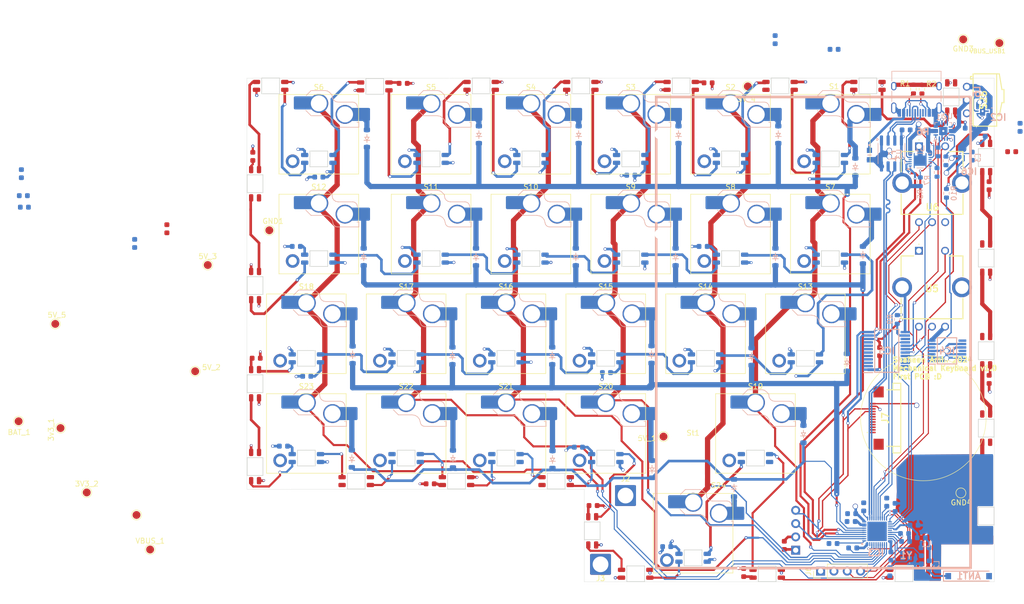
<source format=kicad_pcb>
(kicad_pcb (version 20240108) (generator "pcbnew") (generator_version "8.0")
  (layers (0 "F.Cu" signal) (1 "In1.Cu" power "PWR") (2 "In2.Cu" power "GND") (31 "B.Cu" signal) (34 "B.Paste" user) (35 "F.Paste" user) (36 "B.SilkS" user "B.Silkscreen") (37 "F.SilkS" user "F.Silkscreen") (38 "B.Mask" user) (39 "F.Mask" user) (44 "Edge.Cuts" user))
  (net 0 "")
  (net 1 "GND")
  (net 2 "3V3")
  (net 3 "5V")
  (net 4 "Net-(D1-DOUT)")
  (net 5 "Net-(D1-DIN)")
  (net 6 "Net-(D2-DOUT)")
  (net 7 "Net-(D5-DOUT)")
  (net 8 "Net-(D10-DOUT)")
  (net 9 "Net-(D12-DOUT)")
  (net 10 "Net-(D14-DOUT)")
  (net 11 "Net-(D18-DOUT)")
  (net 12 "/VBUS")
  (net 14 "/DEC4_6")
  (net 15 "Net-(IC5-~{RESET})")
  (net 17 "Net-(IC4-2Y)")
  (net 18 "/2A")
  (net 21 "/D_N")
  (net 22 "Net-(J1-CC1)")
  (net 23 "/D_P")
  (net 24 "Net-(J1-CC2)")
  (net 26 "/SDA")
  (net 27 "/SCL")
  (net 28 "/Column 0")
  (net 29 "/Column 1")
  (net 30 "/Column 2")
  (net 31 "/Column 3")
  (net 32 "/Column 4")
  (net 33 "/Column 5")
  (net 34 "/CW2")
  (net 35 "D-")
  (net 36 "/CCW")
  (net 37 "/Row 1")
  (net 38 "/NO")
  (net 39 "/NO2")
  (net 40 "D+")
  (net 41 "/Row 0")
  (net 42 "/Row 3")
  (net 43 "/Row 2")
  (net 44 "/CCW2")
  (net 45 "/CW")
  (net 46 "/CHG")
  (net 47 "Net-(U2-TS)")
  (net 48 "Net-(U2-ISET)")
  (net 51 "Net-(U2-ILIM)")
  (net 52 "/BAT_SRN")
  (net 54 "Net-(Di1-A)")
  (net 55 "Net-(Di7-A)")
  (net 56 "Net-(Di8-A)")
  (net 57 "Net-(Di9-A)")
  (net 58 "Net-(Di10-A)")
  (net 59 "Net-(Di14-A)")
  (net 60 "Net-(Di19-A)")
  (net 61 "Net-(Di21-A)")
  (net 62 "Net-(Di23-A)")
  (net 64 "Net-(IC3-ANT)")
  (net 65 "Net-(IC3-SWDIO)")
  (net 66 "Net-(IC3-DECUSB)")
  (net 67 "Net-(IC3-DEC1)")
  (net 68 "Net-(IC3-XC1)")
  (net 69 "Net-(IC3-DEC5)")
  (net 70 "Net-(IC3-XC2)")
  (net 71 "Net-(IC3-DEC3)")
  (net 72 "/INTA")
  (net 73 "Net-(IC3-SWDCLK)")
  (net 74 "/GPOUT")
  (net 88 "Net-(C15-Pad1)")
  (net 89 "/RF")
  (net 90 "Net-(IC2-LX)")
  (net 92 "Net-(IC2-BAT)")
  (net 94 "Net-(IC6-LX)")
  (net 96 "Net-(Di15-A)")
  (net 97 "Net-(Di22-A)")
  (net 98 "Net-(Di11-A)")
  (net 99 "Net-(Di17-A)")
  (net 100 "Net-(Di24-A)")
  (net 101 "Net-(Di12-A)")
  (net 102 "Net-(Di18-A)")
  (net 103 "Net-(Di2-A)")
  (net 104 "Net-(Di13-A)")
  (net 105 "Net-(Di3-A)")
  (net 106 "Net-(Di4-A)")
  (net 107 "Net-(Di16-A)")
  (net 108 "Net-(Di5-A)")
  (net 109 "Net-(Di6-A)")
  (net 110 "Net-(Di20-A)")
  (net 111 "Net-(D3-DOUT)")
  (net 112 "Net-(D4-DOUT)")
  (net 113 "Net-(D6-DOUT)")
  (net 114 "Net-(D7-DOUT)")
  (net 115 "Net-(D8-DOUT)")
  (net 116 "Net-(D10-DIN)")
  (net 117 "Net-(D11-DOUT)")
  (net 118 "Net-(D13-DOUT)")
  (net 119 "Net-(D15-DOUT)")
  (net 120 "Net-(D17-DOUT)")
  (net 121 "Net-(D16-DOUT)")
  (net 122 "Net-(D19-DOUT)")
  (net 123 "Net-(D20-DOUT)")
  (net 124 "Net-(D21-DOUT)")
  (net 125 "Net-(D22-DOUT)")
  (net 126 "Net-(D23-DOUT)")
  (net 127 "Net-(D24-DOUT)")
  (net 128 "/BAT")
  (net 129 "/VBUS_USB")
  (net 130 "/OUT")
  (net 141 "Net-(D25-DOUT)")
  (net 142 "Net-(D26-DOUT)")
  (net 143 "Net-(D28-DOUT)")
  (net 144 "Net-(D29-DOUT)")
  (net 145 "Net-(D30-DOUT)")
  (net 146 "Net-(D33-DOUT)")
  (net 147 "Net-(D34-DOUT)")
  (net 148 "Net-(D37-DOUT)")
  (net 149 "Net-(D38-DOUT)")
  (net 150 "Net-(D41-DOUT)")
  (net 151 "Net-(D42-DOUT)")
  (net 152 "Net-(D45-DOUT)")
  (net 153 "Net-(D46-DOUT)")
  (net 154 "Net-(D27-DOUT)")
  (net 155 "Net-(D31-DOUT)")
  (net 156 "Net-(D32-DOUT)")
  (net 157 "Net-(D35-DOUT)")
  (net 158 "Net-(D36-DOUT)")
  (net 159 "Net-(D39-DOUT)")
  (net 160 "Net-(D40-DOUT)")
  (net 161 "Net-(D43-DOUT)")
  (net 162 "Net-(D44-DOUT)")
  (net 166 "Net-(U1-V_{DD})")
  (net 167 "Net-(U1-BIN)")
  (net 168 "Net-(D47-DOUT)")
  (footprint "ScottoKeebs_Hotswap:Hotswap_Choc_V1V2_Plated_1.00u" (layer "F.Cu") (at 97.201728 65.773542)
    (property "Reference" "S6")
    (property "Value" "Keyswitch")
  )
  (footprint "ScottoKeebs_Components:Capacitor_0603" (layer "F.Cu") (at 171.5005 55.9434)
    (property "Reference" "C39" (hide yes))
    (property "Value" "100nF" (hide yes))
  )
  (footprint "TestPoint:TestPoint_Pad_D1.5mm" (layer "F.Cu") (at 39.9005 120.5934)
    (property "Reference" "BAT_1")
    (property "Value" "TestPoint")
  )
  (footprint "CustomLibrary:M1.6 Hole" (layer "F.Cu") (at 84.482978 102.823542)
    (property "Reference" "REF**" (hide yes))
    (property "Value" "M1.6 Hole" (hide yes))
  )
  (footprint "ScottoKeebs_Hotswap:Hotswap_Choc_V1V2_Plated_1.00u" (layer "F.Cu") (at 175.782978 65.773542)
    (property "Reference" "S2")
    (property "Value" "Keyswitch")
  )
  (footprint "CustomLibrary:M1.6 Hole" (layer "F.Cu") (at 42.1005 95.0934)
    (property "Reference" "REF**" (hide yes))
    (property "Value" "M1.6 Hole" (hide yes))
  )
  (footprint "ScottoKeebs_Components:LED_SK6812MINI" (layer "F.Cu") (at 217.9005 58.6434 90)
    (property "Reference" "D48" (hide yes))
    (property "Value" "LED_SK6812MINI" (hide yes))
    (fp_line (start 1.7 -1.5) (end -1.7 -1.5) (stroke (width 0.12)) (layer "Edge.Cuts"))
    (fp_line (start -1.7 -1.5) (end -1.7 1.5) (stroke (width 0.12)) (layer "Edge.Cuts"))
    (fp_line (start 1.7 1.5) (end 1.7 -1.5) (stroke (width 0.12)) (layer "Edge.Cuts"))
    (fp_line (start -1.7 1.5) (end 1.7 1.5) (stroke (width 0.12)) (layer "Edge.Cuts"))
  )
  (footprint "ScottoKeebs_Components:LED_SK6812MINI" (layer "F.Cu") (at 185.242978 56.523542)
    (property "Reference" "D45" (hide yes))
    (property "Value" "LED_SK6812MINI" (hide yes))
    (fp_line (start -1.7 -1.5) (end -1.7 1.5) (stroke (width 0.12)) (layer "Edge.Cuts"))
    (fp_line (start -1.7 1.5) (end 1.7 1.5) (stroke (width 0.12)) (layer "Edge.Cuts"))
    (fp_line (start 1.7 -1.5) (end -1.7 -1.5) (stroke (width 0.12)) (layer "Edge.Cuts"))
    (fp_line (start 1.7 1.5) (end 1.7 -1.5) (stroke (width 0.12)) (layer "Edge.Cuts"))
  )
  (footprint "ScottoKeebs_Hotswap:Hotswap_Choc_V1V2_Plated_1.00u" (layer "F.Cu") (at 190.070478 103.873542)
    (property "Reference" "S13")
    (property "Value" "Keyswitch")
  )
  (footprint "ScottoKeebs_Hotswap:Hotswap_Choc_V1V2_Plated_1.00u" (layer "F.Cu") (at 137.682978 84.823542)
    (property "Reference" "S10")
    (property "Value" "Keyswitch")
  )
  (footprint "TestPoint:TestPoint_Pad_D1.5mm" (layer "F.Cu") (at 87.752978 84.113542)
    (property "Reference" "GND1")
    (property "Value" "TestPoint")
  )
  (footprint "ScottoKeebs_Components:OLED_128x32" (layer "F.Cu") (at 186.6205 135.4234)
    (property "Reference" "J4" (hide yes))
    (property "Value" "OLED_128x32")
  )
  (footprint "CustomLibrary:M1.6 Hole" (layer "F.Cu") (at 73.2005 64.2434)
    (property "Reference" "REF**" (hide yes))
    (property "Value" "M1.6 Hole" (hide yes))
  )
  (footprint "CustomLibrary:M1.6 Hole" (layer "F.Cu") (at 107.882978 60.023542)
    (property "Reference" "REF**" (hide yes))
    (property "Value" "M1.6 Hole" (hide yes))
  )
  (footprint "ScottoKeebs_Components:LED_SK6812MINI" (layer "F.Cu") (at 202.002978 56.523542)
    (property "Reference" "D47" (hide yes))
    (property "Value" "LED_SK6812MINI" (hide yes))
    (fp_line (start -1.7 -1.5) (end -1.7 1.5) (stroke (width 0.12)) (layer "Edge.Cuts"))
    (fp_line (start -1.7 1.5) (end 1.7 1.5) (stroke (width 0.12)) (layer "Edge.Cuts"))
    (fp_line (start 1.7 -1.5) (end -1.7 -1.5) (stroke (width 0.12)) (layer "Edge.Cuts"))
    (fp_line (start 1.7 1.5) (end 1.7 -1.5) (stroke (width 0.12)) (layer "Edge.Cuts"))
  )
  (footprint "Connector_Wire:SolderWire-2.5sqmm_1x01_D2.4mm_OD3.6mm" (layer "F.Cu") (at 150.972978 147.923542)
    (property "Reference" "J3")
    (property "Value" "Battery Neg")
  )
  (footprint "ScottoKeebs_Hotswap:Hotswap_Choc_V1V2_Plated_1.00u" (layer "F.Cu") (at 118.632978 65.773542)
    (property "Reference" "S5")
    (property "Value" "Keyswitch")
  )
  (footprint "CustomLibrary:M1.6 Hole" (layer "F.Cu") (at 144.9005 135.1434)
    (property "Reference" "REF**" (hide yes))
    (property "Value" "M1.6 Hole" (hide yes))
  )
  (footprint "ScottoKeebs_Components:LED_SK6812MINI" (layer "F.Cu") (at 107.882978 56.623542)
    (property "Reference" "D37" (hide yes))
    (property "Value" "LED_SK6812MINI" (hide yes))
    (fp_line (start -1.7 -1.5) (end -1.7 1.5) (stroke (width 0.12)) (layer "Edge.Cuts"))
    (fp_line (start -1.7 1.5) (end 1.7 1.5) (stroke (width 0.12)) (layer "Edge.Cuts"))
    (fp_line (start 1.7 -1.5) (end -1.7 -1.5) (stroke (width 0.12)) (layer "Edge.Cuts"))
    (fp_line (start 1.7 1.5) (end 1.7 -1.5) (stroke (width 0.12)) (layer "Edge.Cuts"))
  )
  (footprint "ScottoKeebs_Components:LED_SK6812MINI" (layer "F.Cu") (at 85.032978 75.213542 90)
    (property "Reference" "D34" (hide yes))
    (property "Value" "LED_SK6812MINI" (hide yes))
    (fp_line (start 1.7 -1.5) (end -1.7 -1.5) (stroke (width 0.12)) (layer "Edge.Cuts"))
    (fp_line (start -1.7 -1.5) (end -1.7 1.5) (stroke (width 0.12)) (layer "Edge.Cuts"))
    (fp_line (start 1.7 1.5) (end 1.7 -1.5) (stroke (width 0.12)) (layer "Edge.Cuts"))
    (fp_line (start -1.7 1.5) (end 1.7 1.5) (stroke (width 0.12)) (layer "Edge.Cuts"))
  )
  (footprint "ScottoKeebs_Components:LED_SK6812MINI" (layer "F.Cu") (at 208.882978 149.723542 180)
    (property "Reference" "D6" (hide yes))
    (property "Value" "LED_SK6812MINI" (hide yes))
    (fp_line (start 1.7 1.5) (end 1.7 -1.5) (stroke (width 0.12)) (layer "Edge.Cuts"))
    (fp_line (start 1.7 -1.5) (end -1.7 -1.5) (stroke (width 0.12)) (layer "Edge.Cuts"))
    (fp_line (start -1.7 1.5) (end 1.7 1.5) (stroke (width 0.12)) (layer "Edge.Cuts"))
    (fp_line (start -1.7 -1.5) (end -1.7 1.5) (stroke (width 0.12)) (layer "Edge.Cuts"))
  )
  (footprint "ScottoKeebs_Components:LED_SK6812MINI" (layer "F.Cu") (at 88.0005 56.523542)
    (property "Reference" "D35" (hide yes))
    (property "Value" "LED_SK6812MINI" (hide yes))
    (fp_line (start -1.7 -1.5) (end -1.7 1.5) (stroke (width 0.12)) (layer "Edge.Cuts"))
    (fp_line (start -1.7 1.5) (end 1.7 1.5) (stroke (width 0.12)) (layer "Edge.Cuts"))
    (fp_line (start 1.7 -1.5) (end -1.7 -1.5) (stroke (width 0.12)) (layer "Edge.Cuts"))
    (fp_line (start 1.7 1.5) (end 1.7 -1.5) (stroke (width 0.12)) (layer "Edge.Cuts"))
  )
  (footprint "ScottoKeebs_Components:LED_SK6812MINI" (layer "F.Cu") (at 85.032978 129.2434 90)
    (property "Reference" "D19" (hide yes))
    (property "Value" "LED_SK6812MINI" (hide yes))
    (fp_line (start 1.7 -1.5) (end -1.7 -1.5) (stroke (width 0.12)) (layer "Edge.Cuts"))
    (fp_line (start -1.7 -1.5) (end -1.7 1.5) (stroke (width 0.12)) (layer "Edge.Cuts"))
    (fp_line (start 1.7 1.5) (end 1.7 -1.5) (stroke (width 0.12)) (layer "Edge.Cuts"))
    (fp_line (start -1.7 1.5) (end 1.7 1.5) (stroke (width 0.12)) (layer "Edge.Cuts"))
  )
  (footprint "ScottoKeebs_Hotswap:Hotswap_Choc_V1V2_Plated_1.00u" (layer "F.Cu") (at 113.870478 103.873542)
    (property "Reference" "S17")
    (property "Value" "Keyswitch")
  )
  (footprint "TestPoint:TestPoint_Pad_D1.5mm" (layer "F.Cu") (at 76.0005 90.7434)
    (property "Reference" "5V_3")
    (property "Value" "TestPoint")
  )
  (footprint "ScottoKeebs_Components:LED_SK6812MINI" (layer "F.Cu") (at 123.482978 132.023542 180)
    (property "Reference" "D15" (hide yes))
    (property "Value" "LED_SK6812MINI" (hide yes))
    (fp_line (start 1.7 1.5) (end 1.7 -1.5) (stroke (width 0.12)) (layer "Edge.Cuts"))
    (fp_line (start 1.7 -1.5) (end -1.7 -1.5) (stroke (width 0.12)) (layer "Edge.Cuts"))
    (fp_line (start -1.7 1.5) (end 1.7 1.5) (stroke (width 0.12)) (layer "Edge.Cuts"))
    (fp_line (start -1.7 -1.5) (end -1.7 1.5) (stroke (width 0.12)) (layer "Edge.Cuts"))
  )
  (footprint "ScottoKeebs_Hotswap:Hotswap_Choc_V1V2_Plated_1.00u" (layer "F.Cu") (at 97.201728 84.823542)
    (property "Reference" "S12")
    (property "Value" "Keyswitch")
  )
  (footprint "ScottoKeebs_Components:LED_SK6812MINI" (layer "F.Cu") (at 104.342978 132.023542 180)
    (property "Reference" "D17" (hide yes))
    (property "Value" "LED_SK6812MINI" (hide yes))
    (fp_line (start 1.7 1.5) (end 1.7 -1.5) (stroke (width 0.12)) (layer "Edge.Cuts"))
    (fp_line (start 1.7 -1.5) (end -1.7 -1.5) (stroke (width 0.12)) (layer "Edge.Cuts"))
    (fp_line (start -1.7 1.5) (end 1.7 1.5) (stroke (width 0.12)) (layer "Edge.Cuts"))
    (fp_line (start -1.7 -1.5) (end -1.7 1.5) (stroke (width 0.12)) (layer "Edge.Cuts"))
  )
  (footprint "ScottoKeebs_Stabilizer:Stabilizer_MX_2.00u" (layer "F.Cu") (at 180.545478 122.923542)
    (property "Reference" "St1")
    (property "Value" "Stabilizer_MX_2.00u")
  )
  (footprint "CustomLibrary:M1.6 Hole" (layer "F.Cu") (at 48.0005 114.7934)
    (property "Reference" "REF**" (hide yes))
    (property "Value" "M1.6 Hole" (hide yes))
  )
  (footprint "ScottoKeebs_Components:LED_SK6812MINI" (layer "F.Cu") (at 142.502978 132.023542 180)
    (property "Reference" "D13" (hide yes))
    (property "Value" "LED_SK6812MINI" (hide yes))
    (fp_line (start 1.7 1.5) (end 1.7 -1.5) (stroke (width 0.12)) (layer "Edge.Cuts"))
    (fp_line (start 1.7 -1.5) (end -1.7 -1.5) (stroke (width 0.12)) (layer "Edge.Cuts"))
    (fp_line (start -1.7 1.5) (end 1.7 1.5) (stroke (width 0.12)) (layer "Edge.Cuts"))
    (fp_line (start -1.7 -1.5) (end -1.7 1.5) (stroke (width 0.12)) (layer "Edge.Cuts"))
  )
  (footprint "TestPoint:TestPoint_Pad_D1.5mm" (layer "F.Cu") (at 62.4005 138.4934)
    (property "Reference" "GND2" (hide yes))
    (property "Value" "TestPoint")
  )
  (footprint "ScottoKeebs_Components:Capacitor_0603" (layer "F.Cu") (at 186.0505 144.2934 -90)
    (property "Reference" "C9" (hide yes))
    (property "Value" "4.7uF" (hide yes))
  )
  (footprint "CustomLibrary:M1.6 Hole" (layer "F.Cu") (at 91.182978 132.623542)
    (property "Reference" "REF**" (hide yes))
    (property "Value" "M1.6 Hole" (hide yes))
  )
  (footprint "ScottoKeebs_Components:LED_SK6812MINI" (layer "F.Cu") (at 224.582978 121.903542 -90)
    (property "Reference" "D4" (hide yes))
    (property "Value" "LED_SK6812MINI" (hide yes))
    (fp_line (start -1.7 1.5) (end 1.7 1.5) (stroke (width 0.12)) (layer "Edge.Cuts"))
    (fp_line (start 1.7 1.5) (end 1.7 -1.5) (stroke (width 0.12)) (layer "Edge.Cuts"))
    (fp_line (start -1.7 -1.5) (end -1.7 1.5) (stroke (width 0.12)) (layer "Edge.Cuts"))
    (fp_line (start 1.7 -1.5) (end -1.7 -1.5) (stroke (width 0.12)) (layer "Edge.Cuts"))
  )
  (footprint "Resistor_SMD:R_0603_1608Metric" (layer "F.Cu") (at 212.318022 57.163258 90)
    (property "Reference" "R2")
    (property "Value" "5k1")
  )
  (footprint "ScottoKeebs_Hotswap:Hotswap_Choc_V1V2_Plated_1.00u" (layer "F.Cu") (at 113.870478 122.923542)
    (property "Reference" "S22")
    (property "Value" "Keyswitch")
  )
  (footprint "TestPoint:TestPoint_Pad_D1.5mm" (layer "F.Cu") (at 227.1005 48.3434)
    (property "Reference" "VBUS_USB1")
    (property "Value" "TestPoint")
  )
  (footprint "ScottoKeebs_Components:LED_SK6812MINI" (layer "F.Cu") (at 224.582978 107.113542 -90)
    (property "Reference" "D3" (hide yes))
    (property "Value" "LED_SK6812MINI" (hide yes))
    (fp_line (start -1.7 1.5) (end 1.7 1.5) (stroke (width 0.12)) (layer "Edge.Cuts"))
    (fp_line (start 1.7 1.5) (end 1.7 -1.5) (stroke (width 0.12)) (layer "Edge.Cuts"))
    (fp_line (start -1.7 -1.5) (end -1.7 1.5) (stroke (width 0.12)) (layer "Edge.Cuts"))
    (fp_line (start 1.7 -1.5) (end -1.7 -1.5) (stroke (width 0.12)) (layer "Edge.Cuts"))
  )
  (footprint "ScottoKeebs_Hotswap:Hotswap_Choc_V1V2_Plated_1.00u" (layer "F.Cu") (at 94.820478 122.923542)
    (property "Reference" "S23")
    (property "Value" "Keyswitch")
  )
  (footprint "ScottoKeebs_Components:LED_SK6812MINI" (layer "F.Cu") (at 85.032978 113.423542 90)
    (property "Reference" "D20" (hide yes))
    (property "Value" "LED_SK6812MINI" (hide yes))
    (fp_line (start 1.7 -1.5) (end -1.7 -1.5) (stroke (width 0.12)) (layer "Edge.Cuts"))
    (fp_line (start -1.7 -1.5) (end -1.7 1.5) (stroke (width 0.12)) (layer "Edge.Cuts"))
    (fp_line (start 1.7 1.5) (end 1.7 -1.5) (stroke (width 0.12)) (layer "Edge.Cuts"))
    (fp_line (start -1.7 1.5) (end 1.7 1.5) (stroke (width 0.12)) (layer "Edge.Cuts"))
  )
  (footprint "TestPoint:TestPoint_Pad_D1.5mm" (layer "F.Cu") (at 47.9005 121.8934)
    (property "Reference" "3v3_1")
    (property "Value" "TestPoint")
  )
  (footprint "ScottoKeebs_Hotswap:Hotswap_Choc_V1V2_Plated_1.00u" (layer "F.Cu") (at 118.632978 84.823542)
    (property "Reference" "S11")
    (property "Value" "Keyswitch")
  )
  (footprint "ScottoKeebs_Hotswap:Hotswap_Choc_V1V2_Plated_1.00u" (layer "F.Cu") (at 151.970478 103.873542)
    (property "Reference" "S15")
    (property "Value" "Keyswitch")
  )
  (footprint "ScottoKeebs_Hotswap:Hotswap_Choc_V1V2_Plated_1.00u" (layer "F.Cu") (at 175.782978 84.823542)
    (property "Reference" "S8")
    (property "Value" "Keyswitch")
  )
  (footprint "SamacSys_Parts:F32Q1A7H111012" (layer "F.Cu") (at 205.6005 119.983542 90)
    (property "Reference" "J7")
    (property "Value" "F32Q-1A7H1-11012" (hide yes))
  )
  (footprint "CustomLibrary:M1.6 Hole" (layer "F.Cu") (at 70.4005 68.0434)
    (property "Reference" "REF**" (hide yes))
    (property "Value" "M1.6 Hole" (hide yes))
  )
  (footprint "TestPoint:TestPoint_Pad_D1.5mm" (layer "F.Cu") (at 219.752978 134.283542)
    (property "Reference" "GND4")
    (property "Value" "TestPoint")
  )
  (footprint "ScottoKeebs_Hotswap:Hotswap_Choc_V1V2_Plated_1.00u" (layer "F.Cu") (at 194.832978 65.773542)
    (property "Reference" "S1")
    (property "Value" "Keyswitch")
  )
  (footprint "Connector_Wire:SolderWire-2.5sqmm_1x01_D2.4mm_OD3.6mm" (layer "F.Cu") (at 155.742978 134.783542)
    (property "Reference" "J2")
    (property "Value" "Battery Pos")
  )
  (footprint "ScottoKeebs_Components:LED_SK6812MINI" (layer "F.Cu") (at 224.582978 89.423542 -90)
    (property "Reference" "D2" (hide yes))
    (property "Value" "LED_SK6812MINI" (hide yes))
    (fp_line (start -1.7 1.5) (end 1.7 1.5) (stroke (width 0.12)) (layer "Edge.Cuts"))
    (fp_line (start 1.7 1.5) (end 1.7 -1.5) (stroke (width 0.12)) (layer "Edge.Cuts"))
    (fp_line (start -1.7 -1.5) (end -1.7 1.5) (stroke (width 0.12)) (layer "Edge.Cuts"))
    (fp_line (start 1.7 -1.5) (end -1.7 -1.5) (stroke (width 0.12)) (layer "Edge.Cuts"))
  )
  (footprint "Connector_PinHeader_2.54mm:PinHeader_1x04_P2.54mm_Vertical" (layer "F.Cu") (at 192.9805 149.223542 90)
    (property "Reference" "J6")
    (property "Value" "Conn_01x04")
  )
  (footprint "ScottoKeebs_Components:LED_SK6812MINI" (layer "F.Cu") (at 85.032978 94.673542 90)
    (property "Reference" "D33" (hide yes))
    (property "Value" "LED_SK6812MINI" (hide yes))
    (fp_line (start 1.7 -1.5) (end -1.7 -1.5) (stroke (width 0.12)) (layer "Edge.Cuts"))
    (fp_line (start -1.7 -1.5) (end -1.7 1.5) (stroke (width 0.12)) (layer "Edge.Cuts"))
    (fp_line (start 1.7 1.5) (end 1.7 -1.5) (stroke (width 0.12)) (layer "Edge.Cuts"))
    (fp_line (start -1.7 1.5) (end 1.7 1.5) (stroke (width 0.12)) (layer "Edge.Cuts"))
  )
  (footprint "Resistor_SMD:R_0603_1608Metric" (layer "F.Cu") (at 210.7005 57.1434 90)
    (property "Reference" "R1")
    (property "Value" "5k1")
  )
  (footprint "ScottoKeebs_Components:Capacitor_0603" (layer "F.Cu") (at 178.3005 149.4934 90)
    (property "Reference" "C38" (hide yes))
    (property "Value" "100nF" (hide yes))
  )
  (footprint "SamacSys_Parts:PEC11L4015FS0015" (layer "F.Cu") (at 211.7405 88.013542)
    (property "Reference" "U5")
    (property "Value" "PEC11L-4015F-S0015" (hide yes))
  )
  (footprint "ScottoKeebs_Hotswap:Hotswap_Choc_V1V2_Plated_1.00u" (layer "F.Cu") (at 156.732978 65.773542)
    (property "Reference" "S3")
    (property "Value" "Keyswitch")
  )
  (footprint "ScottoKeebs_Components:Capacitor_0603" (layer "F.Cu") (at 149.5505 136.6934)
    (property "Reference" "C31" (hide yes))
    (property "Value" "100nF" (hide yes))
  )
  (footprint "CustomLibrary:M1.6 Hole" (layer "F.Cu") (at 48.3005 97.8934)
    (property "Reference" "REF**" (hide yes))
    (property "Value" "M1.6 Hole" (hide yes))
  )
  (footprint "CustomLibrary:M1.6 Hole" (layer "F.Cu") (at 88.682978 113.523542)
    (property "Reference" "REF**" (hide yes))
    (property "Value" "M1.6 Hole" (hide yes))
  )
  (footprint "TestPoint:TestPoint_Pad_D1.5mm" (layer "F.Cu") (at 65.0005 145.0934)
    (property "Reference" "VBUS_1")
    (property "Value" "TestPoint")
  )
  (footprint "ScottoKeebs_Components:Capacitor_0603" (layer "F.Cu") (at 68.2005 83.8184 90)
    (property "Reference" "C37" (hide yes))
    (property "Value" "100nF" (hide yes))
  )
  (footprint "TestPoint:TestPoint_Pad_D1.5mm" (layer "F.Cu") (at 73.6005 111.0434)
    (property "Reference" "5V_2")
    (property "Value" "TestPoint")
  )
  (footprint "ScottoKeebs_Components:LED_SK6812MINI" (layer "F.Cu") (at 147.202978 56.523542)
    (property "Reference" "D41" (hide yes))
    (property "Value" "LED_SK6812MINI" (hide yes))
    (fp_line (start -1.7 -1.5) (end -1.7 1.5) (stroke (width 0.12)) (layer "Edge.Cuts"))
    (fp_line (start -1.7 1.5) (end 1.7 1.5) (stroke (width 0.12)) (layer "Edge.Cuts"))
    (fp_line (start 1.7 -1.5) (end -1.7 -1.5) (stroke (width 0.12)) (layer "Edge.Cuts"))
    (fp_line (start 1.7 1.5) (end 1.7 -1.5) (stroke (width 0.12)) (layer "Edge.Cuts"))
  )
  (footprint "TestPoint:TestPoint_Pad_D1.5mm" (layer "F.Cu") (at 46.9005 101.9934)
    (property "Reference" "5V_5")
    (property "Value" "TestPoint")
  )
  (footprint "ScottoKeebs_Components:LED_SK6812MINI" (layer "F.Cu") (at 128.182978 56.523542)
    (property "Reference" "D39" (hide yes))
    (property "Value" "LED_SK6812MINI" (hide yes))
    (fp_line (start -1.7 -1.5) (end -1.7 1.5) (stroke (width 0.12)) (layer "Edge.Cuts"))
    (fp_line (start -1.7 1.5) (end 1.7 1.5) (stroke (width 0.12)) (layer "Edge.Cuts"))
    (fp_line (start 1.7 -1.5) (end -1.7 -1.5) (stroke (width 0.12)) (layer "Edge.Cuts"))
    (fp_line (start 1.7 1.5) (end 1.7 -1.5) (stroke (width 0.12)) (layer "Edge.Cuts"))
  )
  (footprint "CustomLibrary:M1.6 Hole" (layer "F.Cu") (at 166.2005 48.6434)
    (property "Reference" "REF**" (hide yes))
    (property "Value" "M1.6 Hole" (hide yes))
  )
  (footprint "CustomLibrary:M1.6 Hole" (layer "F.Cu") (at 147.6005 52.2434)
    (property "Reference" "REF**" (hide yes))
    (property "Value" "M1.6 Hole" (hide yes))
  )
  (footprint "CustomLibrary:M1.6 Hole" (layer "F.Cu") (at 227.8005 41.6434)
    (property "Reference" "REF**" (hide yes))
    (property "Value" "M1.6 Hole" (hide yes))
  )
  (footprint "ScottoKeebs_Components:Capacitor_0603" (layer "F.Cu") (at 225.1505 75.5934 -90)
    (property "Reference" "C41" (hide yes))
    (property "Value" "100nF" (hide yes))
  )
  (footprint "TestPoint:TestPoint_Pad_D1.5mm" (layer "F.Cu") (at 52.9005 134.1934)
    (property "Reference" "3V3_2")
    (property "Value" "TestPoint")
  )
  (footprint "SamacSys_Parts:CLSA12C422" (layer "F.Cu") (at 220.882978 59.223542 90)
    (property "Reference" "S26")
    (property "Value" "CL-SA-12C4-22" (hide yes))
  )
  (footprint "ScottoKeebs_Components:Capacitor_0603" (layer "F.Cu") (at 84.6005 69.9934 90)
    (property "Reference" "C45" (hide yes))
    (property "Value" "100nF" (hide yes))
  )
  (footprint "ScottoKeebs_Components:LED_SK6812MINI" (layer "F.Cu") (at 224.582978 70.213542 -90)
    (property "Reference" "D1" (hide yes))
    (property "Value" "LED_SK6812MINI" (hide yes))
    (fp_line (start -1.7 1.5) (end 1.7 1.5) (stroke (width 0.12)) (layer "Edge.Cuts"))
    (fp_line (start 1.7 1.5) (end 1.7 -1.5) (stroke (width 0.12)) (layer "Edge.Cuts"))
    (fp_line (start -1.7 -1.5) (end -1.7 1.5) (stroke (width 0.12)) (layer "Edge.Cuts"))
    (fp_line (start 1.7 -1.5) (end -1.7 -1.5) (stroke (width 0.12)) (layer "Edge.Cuts"))
  )
  (footprint "ScottoKeebs_Components:LED_SK6812MINI" (layer "F.Cu") (at 157.682978 149.723542 180)
    (property "Reference" "D10" (hide yes))
    (property "Value" "LED_SK6812MINI" (hide yes))
    (fp_line (start 1.7 1.5) (end 1.7 -1.5) (stroke (width 0.12)) (layer "Edge.Cuts"))
    (fp_line (start 1.7 -1.5) (end -1.7 -1.5) (stroke (width 0.12)) (layer "Edge.Cuts"))
    (fp_line (start -1.7 1.5) (end 1.7 1.5) (stroke (width 0.12)) (layer "Edge.Cuts"))
    (fp_line (start -1.7 -1.5) (end -1.7 1.5) (stroke (width 0.12)) (layer "Edge.Cuts"))
  )
  (footprint "ScottoKeebs_Hotswap:Hotswap_Choc_V1V2_Plated_1.00u" (layer "F.Cu") (at 156.732978 84.823542)
    (property "Reference" "S9")
    (property "Value" "Keyswitch")
  )
  (footprint "TestPoint:TestPoint_Pad_D1.5mm" (layer "F.Cu") (at 162.992978 123.513542)
    (property "Reference" "5V_1")
    (property "Value" "TestPoint")
  )
  (footprint "ScottoKeebs_Components:Capacitor_0603" (layer "F.Cu") (at 204.2505 107.2934 90)
    (property "Reference" "C20" (hide yes))
    (property "Value" "100nF" (hide yes))
  )
  (footprint "ScottoKeebs_Components:LED_SK6812MINI" (layer "F.Cu") (at 149.382978 141.523542 90)
    (property "Reference" "D11" (hide yes))
    (property "Value" "LED_SK6812MINI" (hide yes))
    (fp_line (start 1.7 -1.5) (end -1.7 -1.5) (stroke (width 0.12)) (layer "Edge.Cuts"))
    (fp_line (start -1.7 -1.5) (end -1.7 1.5) (stroke (width 0.12)) (layer "Edge.Cuts"))
    (fp_line (start 1.7 1.5) (end 1.7 -1.5) (stroke (width 0.12)) (layer "Edge.Cuts"))
    (fp_line (start -1.7 1.5) (end 1.7 1.5) (stroke (width 0.12)) (layer "Edge.Cuts"))
  )
  (footprint "ScottoKeebs_Components:LED_SK6812MINI" (layer "F.Cu") (at 182.782978 149.723542 180)
    (property "Reference" "D7" (hide yes))
    (property "Value" "LED_SK6812MINI" (hide yes))
    (fp_line (start 1.7 1.5) (end 1.7 -1.5) (stroke (width 0.12)) (layer "Edge.Cuts"))
    (fp_line (start 1.7 -1.5) (end -1.7 -1.5) (stroke (width 0.12)) (layer "Edge.Cuts"))
    (fp_line (start -1.7 1.5) (end 1.7 1.5) (stroke (width 0.12)) (layer "Edge.Cuts"))
    (fp_line (start -1.7 -1.5) (end -1.7 1.5) (stroke (width 0.12)) (layer "Edge.Cuts"))
  )
  (footprint "ScottoKeebs_Hotswap:Hotswap_Choc_V1V2_Plated_1.00u" (layer "F.Cu") (at 137.682978 65.773542)
    (property "Reference" "S4")
    (property "Value" "Keyswitch")
  )
  (footprint "TestPoint:TestPoint_Pad_D1.5mm" (layer "F.Cu") (at 220.2005 47.6434)
    (property "Reference" "GND3")
    (property "Value" "TestPoint")
  )
  (footprint "ScottoKeebs_Hotswap:Hotswap_Choc_V1V2_Plated_1.00u" (layer "F.Cu") (at 151.970476 122.923542)
    (property "Reference" "S20")
    (property "Value" "Keyswitch")
  )
  (footprint "TestPoint:TestPoint_Pad_D1.5mm" (layer "F.Cu") (at 179.082978 56.623542)
    (property "Reference" "5V_4")
    (property "Value" "TestPoint")
  )
  (footprint "ScottoKeebs_Hotswap:Hotswap_Choc_V1V2_Plated_1.00u" (layer "F.Cu") (at 168.639228 141.973542)
    (property "Reference" "S24")
    (property "Value" "Keyswitch")
  )
  (footprint "ScottoKeebs_Components:LED_SK6812MINI" (layer "F.Cu") (at 166.362978 56.523542)
    (property "Reference" "D43" (hide yes))
    (property "Value" "LED_SK6812MINI" (hide yes))
    (fp_line (start -1.7 -1.5) (end -1.7 1.5) (stroke (width 0.12)) (layer "Edge.Cuts"))
    (fp_line (start -1.7 1.5) (end 1.7 1.5) (stroke (width 0.12)) (layer "Edge.Cuts"))
    (fp_line (start 1.7 -1.5) (end -1.7 -1.5) (stroke (width 0.12)) (layer "Edge.Cuts"))
    (fp_line (start 1.7 1.5) (end 1.7 -1.5) (stroke (width 0.12)) (layer "Edge.Cuts"))
  )
  (footprint "ScottoKeebs_Hotswap:Hotswap_Choc_V1V2_Plated_1.00u" (layer "F.Cu") (at 194.832978 84.823542)
    (property "Reference" "S7")
    (property "Value" "Keyswitch")
  )
  (footprint "ScottoKeebs_Components:LED_SK6812MINI" (layer "F.Cu") (at 224.582978 138.703542 -90)
    (property "Reference" "D5" (hide yes))
    (property "Value" "LED_SK6812MINI" (hide yes))
    (fp_line (start -1.7 1.5) (end 1.7 1.5) (stroke (width 0.12)) (layer "Edge.Cuts"))
    (fp_line (start 1.7 1.5) (end 1.7 -1.5) (stroke (width 0.12)) (layer "Edge.Cuts"))
    (fp_line (start -1.7 -1.5) (end -1.7 1.5) (stroke (width 0.12)) (layer "Edge.Cuts"))
    (fp_line (start 1.7 -1.5) (end -1.7 -1.5) (stroke (width 0.12)) (layer "Edge.Cuts"))
  )
  (footprint "ScottoKeebs_Components:Capacitor_0603" (layer "F.Cu") (at 113.3005 56.0434)
    (property "Reference" "C35" (hide yes))
    (property "Value" "100nF" (hide yes))
  )
  (footprint "ScottoKeebs_Hotswap:Hotswap_Choc_V1V2_Plated_1.00u" (layer "F.Cu") (at 132.920478 103.873542)
    (property "Reference" "S16")
    (property "Value" "Keyswitch")
  )
  (footprint "CustomLibrary:M1.6 Hole" (layer "F.Cu") (at 78.4005 56.9434)
    (property "Reference" "REF**" (hide yes))
    (property "Value" "M1.6 Hole" (hide yes))
  )
  (footprint "CustomLibrary:M1.6 Hole" (layer "F.Cu") (at 122.082978 55.923542)
    (property "Reference" "REF**" (hide yes))
    (property "Value" "M1.6 Hole" (hide yes))
  )
  (footprint "SamacSys_Parts:PEC11L4015FS0015" (layer "F.Cu") (at 211.7605 68.063542)
    (property "Reference" "U6")
    (property "Value" "PEC11L-4015F-S0015" (hide yes))
  )
  (footprint "ScottoKeebs_Hotswap:Hotswap_Choc_V1V2_Plated_1.00u" (layer "F.Cu") (at 132.920478 122.923542)
    (property "Reference" "S21")
    (property "Value" "Keyswitch")
  )
  (footprint "ScottoKeebs_Components:Capacitor_0603" (layer "F.Cu") (at 85.2505 108.5434)
    (property "Reference" "C43" (hide yes))
    (property "Value" "100nF" (hide yes))
  )
  (footprint "ScottoKeebs_Hotswap:Hotswap_Choc_V1V2_Plated_1.00u" (layer "F.Cu") (at 171.020478 103.873542)
    (property "Reference" "S14")
    (property "Value" "Keyswitch")
  )
  (footprint "ScottoKeebs_Components:Capacitor_0603" (layer "F.Cu") (at 229.4505 69.0934)
    (property "Reference" "C27" (hide yes))
    (property "Value" "10uF-lowESR" (hide yes))
  )
  (footprint "CustomLibrary:M1.6 Hole" (layer "F.Cu") (at 43.3005 114.1934)
    (property "Reference" "REF**" (hide yes))
    (property "Value" "M1.6 Hole" (hide yes))
  )
  (footprint "ScottoKeebs_Hotswap:Hotswap_Choc_V1V2_Plated_1.00u" (layer "F.Cu") (at 94.820478 103.873542)
    (property "Reference" "S18")
    (property "Value" "Keyswitch")
  )
  (footprint "ScottoKeebs_Hotswap:Hotswap_Choc_V1V2_Plated_1.00u" (layer "F.Cu") (at 180.545478 122.923542)
    (property "Reference" "S19")
    (property "Value" "Keyswitch")
  )
  (footprint "ScottoKeebs_Components:Capacitor_0603" (layer "F.Cu") (at 118.4505 132.5434 180)
    (property "Reference" "C44" (hide yes))
    (property "Value" "10uF" (hide yes))
  )
  (footprint "ScottoKeebs_Components:Capacitor_0603" (layer "F.Cu") (at 225.1505 112.5934 90)
    (property "Reference" "C46" (hide yes))
    (property "Value" "100nF" (hide yes))
  )
  (footprint "SamacSys_Parts:0603L050SLYR" (layer "B.Cu") (at 202.3005 69.7434 -90)
    (property "Reference" "F1")
    (property "Value" "600mA" (hide yes))
  )
  (footprint "ScottoKeebs_Components:Capacitor_0603" (layer "B.Cu") (at 90.4505 125.3434 180)
    (property "Reference" "C36" (hide yes))
    (property "Value" "100nF" (hide yes))
  )
  (footprint "Inductor_SMD:L_0603_1608Metric" (layer "B.Cu") (at 221.9005 69.9434 90)
    (property "Reference" "L3")
    (property "Value" "1uH")
  )
  (footprint "Resistor_SMD:R_0603_1608Metric" (layer "B.Cu") (at 215.2005 73.0434 90)
    (property "Reference" "R7")
    (property "Value" "10k")
  )
  (footprint "ScottoKeebs_Components:Capacitor_0603" (layer "B.Cu") (at 170.5505 87.1934 180)
    (property "Reference" "C29" (hide yes))
    (property "Value" "100nF" (hide yes))
  )
  (footprint "ScottoKeebs_Components:LED_SK6812MINI" (layer "B.Cu") (at 132.920478 108.573542)
    (property "Reference" "D23" (hide yes))
    (property "Value" "LED_SK6812MINI" (hide yes))
    (fp_line (start -1.7 -1.5) (end -1.7 1.5) (stroke (width 0.12)) (layer "Edge.Cuts"))
    (fp_line (start -1.7 1.5) (end 1.7 1.5) (stroke (width 0.12)) (layer "Edge.Cuts"))
    (fp_line (start 1.7 -1.5) (end -1.7 -1.5) (stroke (width 0.12)) (layer "Edge.Cuts"))
    (fp_line (start 1.7 1.5) (end 1.7 -1.5) (stroke (width 0.12)) (layer "Edge.Cuts"))
  )
  (footprint "ScottoKeebs_Components:Capacitor_0603" (layer "B.Cu") (at 206.2005 149.3434 -90)
    (property "Reference" "C14" (hide yes))
    (property "Value" "12pF" (hide yes))
  )
  (footprint "ScottoKeebs_Components:Diode_SOD-123" (layer "B.Cu") (at 160.7005 107.8434 90)
    (property "Reference" "Di17" (hide yes))
    (property "Value" "Diode")
  )
  (footprint "Resistor_SMD:R_0603_1608Metric" (layer "B.Cu") (at 212.0005 74.8434 90)
    (property "Reference" "R5")
    (property "Value" "10k")
  )
  (footprint "ScottoKeebs_Components:LED_SK6812MINI" (layer "B.Cu") (at 94.820478 127.623542 180)
    (property "Reference" "D18" (hide yes))
    (property "Value" "LED_SK6812MINI" (hide yes))
    (fp_line (start 1.7 1.5) (end 1.7 -1.5) (stroke (width 0.12)) (layer "Edge.Cuts"))
    (fp_line (start 1.7 -1.5) (end -1.7 -1.5) (stroke (width 0.12)) (layer "Edge.Cuts"))
    (fp_line (start -1.7 1.5) (end 1.7 1.5) (stroke (width 0.12)) (layer "Edge.Cuts"))
    (fp_line (start -1.7 -1.5) (end -1.7 1.5) (stroke (width 0.12)) (layer "Edge.Cuts"))
  )
  (footprint "ScottoKeebs_Components:LED_SK6812MINI" (layer "B.Cu") (at 151.970478 108.573542)
    (property "Reference" "D24" (hide yes))
    (property "Value" "LED_SK6812MINI" (hide yes))
    (fp_line (start -1.7 -1.5) (end -1.7 1.5) (stroke (width 0.12)) (layer "Edge.Cuts"))
    (fp_line (start -1.7 1.5) (end 1.7 1.5) (stroke (width 0.12)) (layer "Edge.Cuts"))
    (fp_line (start 1.7 -1.5) (end -1.7 -1.5) (stroke (width 0.12)) (layer "Edge.Cuts"))
    (fp_line (start 1.7 1.5) (end 1.7 -1.5) (stroke (width 0.12)) (layer "Edge.Cuts"))
  )
  (footprint "ScottoKeebs_Components:Diode_SOD-123" (layer "B.Cu") (at 184.3505 89.1934 90)
    (property "Reference" "Di12" (hide yes))
    (property "Value" "Diode")
  )
  (footprint "ScottoKeebs_Components:Capacitor_0603" (layer "B.Cu") (at 40.4255 73.2934 -90)
    (property "Reference" "C24" (hide yes))
    (property "Value" "4.7uF" (hide yes))
  )
  (footprint "ScottoKeebs_Components:LED_SK6812MINI" (layer "B.Cu") (at 194.832978 70.473542)
    (property "Reference" "D46" (hide yes))
    (property "Value" "LED_SK6812MINI" (hide yes))
    (fp_line (start -1.7 -1.5) (end -1.7 1.5) (stroke (width 0.12)) (layer "Edge.Cuts"))
    (fp_line (start -1.7 1.5) (end 1.7 1.5) (stroke (width 0.12)) (layer "Edge.Cuts"))
    (fp_line (start 1.7 -1.5) (end -1.7 -1.5) (stroke (width 0.12)) (layer "Edge.Cuts"))
    (fp_line (start 1.7 1.5) (end 1.7 -1.5) (stroke (width 0.12)) (layer "Edge.Cuts"))
  )
  (footprint "ScottoKeebs_Components:Capacitor_0603" (layer "B.Cu") (at 210.8005 140.4434 180)
    (property "Reference" "C16" (hide yes))
    (property "Value" "1pF" (hide yes))
  )
  (footprint "SamacSys_Parts:RESC2012X41N" (layer "B.Cu") (at 212.5005 65.2434)
    (property "Reference" "R6")
    (property "Value" "10m1%" (hide yes))
  )
  (footprint "ScottoKeebs_Components:Capacitor_0603" (layer "B.Cu") (at 209.0005 142.0434 180)
    (property "Reference" "C6" (hide yes))
    (property "Value" "1uF" (hide yes))
  )
  (footprint "ScottoKeebs_Components:LED_SK6812MINI" (layer "B.Cu") (at 194.832978 89.523542 180)
    (property "Reference" "D27" (hide yes))
    (property "Value" "LED_SK6812MINI" (hide yes))
    (fp_line (start 1.7 1.5) (end 1.7 -1.5) (stroke (width 0.12)) (layer "Edge.Cuts"))
    (fp_line (start 1.7 -1.5) (end -1.7 -1.5) (stroke (width 0.12)) (layer "Edge.Cuts"))
    (fp_line (start -1.7 1.5) (end 1.7 1.5) (stroke (width 0.12)) (layer "Edge.Cuts"))
    (fp_line (start -1.7 -1.5) (end -1.7 1.5) (stroke (width 0.12)) (layer "Edge.Cuts"))
  )
  (footprint "Resistor_SMD:R_0603_1608Metric" (layer "B.Cu") (at 216.9005 70.8434 90)
    (property "Reference" "R3" (hide yes))
    (property "Value" "3k")
  )
  (footprint "ScottoKeebs_Components:Diode_SOD-123" (layer "B.Cu") (at 103.5005 127.7434 90)
    (property "Reference" "Di23" (hide yes))
    (property "Value" "Diode")
  )
  (footprint "ScottoKeebs_Components:LED_SK6812MINI" (layer "B.Cu") (at 156.732978 70.473542)
    (property "Reference" "D42" (hide yes))
    (property "Value" "LED_SK6812MINI" (hide yes))
    (fp_line (start -1.7 -1.5) (end -1.7 1.5) (stroke (width 0.12)) (layer "Edge.Cuts"))
    (fp_line (start -1.7 1.5) (end 1.7 1.5) (stroke (width 0.12)) (layer "Edge.Cuts"))
    (fp_line (start 1.7 -1.5) (end -1.7 -1.5) (stroke (width 0.12)) (layer "Edge.Cuts"))
    (fp_line (start 1.7 1.5) (end 1.7 -1.5) (stroke (width 0.12)) (layer "Edge.Cuts"))
  )
  (footprint "ScottoKeebs_Components:Diode_SOD-123" (layer "B.Cu") (at 127.7505 65.8434 90)
    (property "Reference" "Di2" (hide yes))
    (property "Value" "Diode")
  )
  (footprint "ScottoKeebs_Components:Capacitor_0603" (layer "B.Cu") (at 195.5505 49.5434 180)
    (property "Reference" "C23" (hide yes))
    (property "Value" "4.7uF" (hide yes))
  )
  (footprint "ScottoKeebs_Components:Diode_SOD-123" (layer "B.Cu") (at 198.0005 109.3434 90)
    (property "Reference" "Di4" (hide yes))
    (property "Value" "Diode")
  )
  (footprint "ScottoKeebs_Components:Diode_SOD-123" (layer "B.Cu") (at 165.8505 65.8434 90)
    (property "Reference" "Di8" (hide yes))
    (property "Value" "Diode")
  )
  (footprint "ScottoKeebs_Components:Capacitor_0603" (layer "B.Cu") (at 163.6005 144.5434 180)
    (property "Reference" "C42" (hide yes))
    (property "Value" "100nF" (hide yes))
  )
  (footprint "ScottoKeebs_Components:Capacitor_0603" (layer "B.Cu") (at 41.0005 79.6934)
    (property "Reference" "C18" (hide yes))
    (property "Value" "1uF" (hide yes))
  )
  (footprint "ScottoKeebs_Components:Diode_SOD-123" (layer "B.Cu") (at 160.8005 129.7434 90)
    (property "Reference" "Di21" (hide yes))
    (property "Value" "Diode")
  )
  (footprint "ScottoKeebs_Components:Diode_SOD-123" (layer "B.Cu") (at 105.76925 89.1934 90)
    (property "Reference" "Di15" (hide yes))
    (property "Value" "Diode")
  )
  (footprint "ScottoKeebs_Components:LED_SK6812MINI" (layer "B.Cu") (at 180.545478 127.623542 180)
    (property "Reference" "D8" (hide yes))
    (property "Value" "LED_SK6812MINI" (hide yes))
    (fp_line (start 1.7 1.5) (end 1.7 -1.5) (stroke (width 0.12)) (layer "Edge.Cuts"))
    (fp_line (start 1.7 -1.5) (end -1.7 -1.5) (stroke (width 0.12)) (layer "Edge.Cuts"))
    (fp_line (start -1.7 1.5) (end 1.7 1.5) (stroke (width 0.12)) (layer "Edge.Cuts"))
    (fp_line (start -1.7 -1.5) (end -1.7 1.5) (stroke (width 0.12)) (layer "Edge.Cuts"))
  )
  (footprint "ScottoKeebs_Components:Capacitor_0603" (layer "B.Cu") (at 195.3505 143.9434)
    (property "Reference" "C3" (hide yes))
    (property "Value" "100nF" (hide yes))
  )
  (footprint "ScottoKeebs_Components:Capacitor_0603" (layer "B.Cu") (at 221.3505 64.5934 180)
    (property "Reference" "C10" (hide yes))
    (property "Value" "4.7uF" (hide yes))
  )
  (footprint "Package_DFN_QFN:VQFN-16-1EP_3x3mm_P0.5mm_EP1.6x1.6mm" (layer "B.Cu") (at 216.4005 65.1434)
    (property "Reference" "U2")
    (property "Value" "BQ24072RGT")
  )
  (footprint "ScottoKeebs_Components:LED_SK6812MINI" (layer "B.Cu") (at 190.070478 108.573542)
    (property "Reference" "D26" (hide yes))
    (property "Value" "LED_SK6812MINI" (hide yes))
    (fp_line (start -1.7 -1.5) (end -1.7 1.5) (stroke (width 0.12)) (layer "Edge.Cuts"))
    (fp_line (start -1.7 1.5) (end 1.7 1.5) (stroke (width 0.12)) (layer "Edge.Cuts"))
    (fp_line (start 1.7 -1.5) (end -1.7 -1.5) (stroke (width 0.12)) (layer "Edge.Cuts"))
    (fp_line (start 1.7 1.5) (end 1.7 -1.5) (stroke (width 0.12)) (layer "Edge.Cuts"))
  )
  (footprint "ScottoKeebs_Components:Capacitor_0603" (layer "B.Cu") (at 209.2005 143.5434)
    (property "Reference" "C12" (hide yes))
    (property "Value" "100pF" (hide yes))
  )
  (footprint "ScottoKeebs_Components:Capacitor_0603" (layer "B.Cu") (at 146.7505 125.5434 180)
    (property "Reference" "C21" (hide yes))
    (property "Value" "100nF" (hide yes))
  )
  (footprint "Resistor_SMD:R_0603_1608Metric" (layer "B.Cu") (at 217.0005 77.0434 90)
    (property "Reference" "R10")
    (property "Value" "500")
  )
  (footprint "ScottoKeebs_Components:Diode_SOD-123" (layer "B.Cu") (at 122.7005 108.0934 90)
    (property "Reference" "Di5" (hide yes))
    (property "Value" "Diode")
  )
  (footprint "Resistor_SMD:R_0603_1608Metric" (layer "B.Cu") (at 215.4005 69.1434 -90)
    (property "Reference" "R4" (hide yes))
    (property "Value" "1k8")
  )
  (footprint "ScottoKeebs_Components:Capacitor_0603" (layer "B.Cu") (at 201.2005 136.9434 -90)
    (property "Reference" "C4" (hide yes))
    (property "Value" "4.7uF" (hide yes))
  )
  (footprint "ScottoKeebs_Components:Capacitor_0603" (layer "B.Cu") (at 206.4005 146.3434 -90)
    (property "Reference" "C8" (hide yes))
    (property "Value" "100nF" (hide yes))
  )
  (footprint "ScottoKeebs_Components:Capacitor_0603" (layer "B.Cu") (at 62.0505 86.6184 -90)
    (property "Reference" "C17" (hide yes))
    (property "Value" "4.7uF" (hide yes))
  )
  (footprint "ScottoKeebs_Components:LED_SK6812MINI" (layer "B.Cu") (at 113.870478 127.623542 180)
    (property "Reference" "D16" (hide yes))
    (property "Value" "LED_SK6812MINI" (hide yes))
    (fp_line (start 1.7 1.5) (end 1.7 -1.5) (stroke (width 0.12)) (layer "Edge.Cuts"))
    (fp_line (start 1.7 -1.5) (end -1.7 -1.5) (stroke (width 0.12)) (layer "Edge.Cuts"))
    (fp_line (start -1.7 1.5) (end 1.7 1.5) (stroke (width 0.12)) (layer "Edge.Cuts"))
    (fp_line (start -1.7 -1.5) (end -1.7 1.5) (stroke (width 0.12)) (layer "Edge.Cuts"))
  )
  (footprint "ScottoKeebs_Components:Diode_SOD-123" (layer "B.Cu") (at 141.8005 127.8934 90)
    (property "Reference" "Di6" (hide yes))
    (property "Value" "Diode")
  )
  (footprint "SamacSys_Parts:XC9147_8_USP-6C" (layer "B.Cu") (at 223.9005 61.3434 180)
    (property "Reference" "IC2")
    (property "Value" "XC9148G50CER-G" (hide yes))
  )
  (footprint "SamacSys_Parts:ECS320837B2JTYTR" (layer "B.Cu") (at 209.3005 146.2434 180)
    (property "Reference" "Y1")
    (property "Value" "ECS-320-8-37B2-JTY-TR" (hide yes))
  )
  (footprint "SamacSys_Parts:SOP65P780X200-24N" (layer "B.Cu") (at 205.6005 107.1434)
    (property "Reference" "IC5")
    (property "Value" "MCP23018T-E_SS" (hide yes))
  )
  (footprint "Inductor_SMD:L_0603_1608Metric" (layer "B.Cu") (at 213.7005 148.0434 90)
    (property "Reference" "L2")
    (property "Value" "2.2nH")
  )
  (footprint "ScottoKeebs_Components:LED_SK6812MINI" (layer "B.Cu") (at 97.201728 70.473542)
    (property "Reference" "D36" (hide yes))
    (property "Value" "LED_SK6812MINI" (hide yes))
    (fp_line (start -1.7 -1.5) (end -1.7 1.5) (stroke (width 0.12)) (layer "Edge.Cuts"))
    (fp_line (start -1.7 1.5) (end 1.7 1.5) (stroke (width 0.12)) (layer "Edge.Cuts"))
    (fp_line (start 1.7 -1.5) (end -1.7 -1.5) (stroke (width 0.12)) (layer "Edge.Cuts"))
    (fp_line (start 1.7 1.5) (end 1.7 -1.5) (stroke (width 0.12)) (layer "Edge.Cuts"))
  )
  (footprint "SamacSys_Parts:INDC1608X80N" (layer "B.Cu") (at 222.8005 57.6434 -90)
    (property "Reference" "L5")
    (property "Value" "MCHK1608T1R0MKN" (hide yes))
  )
  (footprint "ScottoKeebs_Components:Diode_SOD-123" (layer "B.Cu") (at 189.7005 123.0434 90)
    (property "Reference" "Di20" (hide yes))
    (property "Value" "Diode")
  )
  (footprint "Package_SO:SOIC-8_3.9x4.9mm_P1.27mm" (layer "B.Cu") (at 206.5005 69.4434 -90)
    (property "Reference" "U3")
    (property "Value" "USB6B1")
  )
  (footprint "ScottoKeebs_Components:LED_SK6812MINI" (layer "B.Cu") (at 118.632978 89.523542 180)
    (property "Reference" "D31" (hide yes))
    (property "Value" "LED_SK6812MINI" (hide yes))
    (fp_line (start 1.7 1.5) (end 1.7 -1.5) (stroke (width 0.12)) (layer "Edge.Cuts"))
    (fp_line (start 1.7 -1.5) (end -1.7 -1.5) (stroke (width 0.12)) (layer "Edge.Cuts"))
    (fp_line (start -1.7 1.5) (end 1.7 1.5) (stroke (width 0.12)) (layer "Edge.Cuts"))
    (fp_line (start -1.7 -1.5) (end -1.7 1.5) (stroke (width 0.12)) (layer "Edge.Cuts"))
  )
  (footprint "ScottoKeebs_Components:Diode_SOD-123" (layer "B.Cu") (at 176.4505 133.3434 -90)
    (property "Reference" "Di24" (hide yes))
    (property "Value" "Diode")
  )
  (footprint "ScottoKeebs_Components:Diode_SOD-123" (layer "B.Cu") (at 122.8005 127.7934 90)
    (property "Reference" "Di22" (hide yes))
    (property "Value" "Diode")
  )
  (footprint "ScottoKeebs_Components:LED_SK6812MINI" (layer "B.Cu") (at 113.870478 108.573542)
    (property "Reference" "D22" (hide yes))
    (property "Value" "LED_SK6812MINI" (hide yes))
    (fp_line (start -1.7 -1.5) (end -1.7 1.5) (stroke (width 0.12)) (layer "Edge.Cuts"))
    (fp_line (start -1.7 1.5) (end 1.7 1.5) (stroke (width 0.12)) (layer "Edge.Cuts"))
    (fp_line (start 1.7 -1.5) (end -1.7 -1.5) (stroke (width 0.12)) (layer "Edge.Cuts"))
    (fp_line (start 1.7 1.5) (end 1.7 -1.5) (stroke (width 0.12)) (layer "Edge.Cuts"))
  )
  (footprint "ScottoKeebs_Components:LED_SK6812MINI" (layer "B.Cu") (at 94.820478 108.573542)
    (property "Reference" "D21" (hide yes))
    (property "Value" "LED_SK6812MINI" (hide yes))
    (fp_line (start -1.7 -1.5) (end -1.7 1.5) (stroke (width 0.12)) (layer "Edge.Cuts"))
    (fp_line (start -1.7 1.5) (end 1.7 1.5) (stroke (width 0.12)) (layer "Edge.Cuts"))
    (fp_line (start 1.7 -1.5) (end -1.7 -1.5) (stroke (width 0.12)) (layer "Edge.Cuts"))
    (fp_line (start 1.7 1.5) (end 1.7 -1.5) (stroke (width 0.12)) (layer "Edge.Cuts"))
  )
  (footprint "ScottoKeebs_Components:Diode_SOD-123" (layer "B.Cu") (at 103.6505 107.8934 90)
    (property "Reference" "Di19" (hide yes))
    (property "Value" "Diode")
  )
  (footprint "ScottoKeebs_Components:Capacitor_0603" (layer "B.Cu") (at 40.8005 77.4934 180)
    (property "Reference" "C13" (hide yes))
    (property "Value" "4.7uF" (hide yes))
  )
  (footprint "Package_SON:Texas_S-PDSO-N12" (layer "B.Cu") (at 211.9755 70.8059)
    (property "Reference" "U1")
    (property "Value" "BQ27441-G1")
  )
  (footprint "ScottoKeebs_Components:Capacitor_0603" (layer "B.Cu") (at 224.4005 65.3934 -90)
    (property "Reference" "C25" (hide yes))
    (property "Value" "10uF" (hide yes))
  )
  (footprint "ScottoKeebs_Components:LED_SK6812MINI" (layer "B.Cu") (at 168.639228 146.673542 180)
    (property "Reference" "D9" (hide yes))
    (property "Value" "LED_SK6812MINI" (hide yes))
    (fp_line (start 1.7 1.5) (end 1.7 -1.5) (stroke (width 0.12)) (layer "Edge.Cuts"))
    (fp_line (start 1.7 -1.5) (end -1.7 -1.5) (stroke (width 0.12)) (layer "Edge.Cuts"))
    (fp_line (start -1.7 1.5) (end 1.7 1.5) (stroke (width 0.12)) (layer "Edge.Cuts"))
    (fp_line (start -1.7 -1.5) (end -1.7 1.5) (stroke (width 0.12)) (layer "Edge.Cuts"))
  )
  (footprint "ScottoKeebs_Components:Capacitor_0603" (layer "B.Cu") (at 212.9005 144.7434 180)
    (property "Reference" "C15" (hide yes))
    (property "Value" "1.2pF" (hide yes))
  )
  (footprint "ScottoKeebs_Components:Capacitor_0603" (layer "B.Cu") (at 231.0505 64.4434 -90)
    (property "Reference" "C26" (hide yes))
    (property "Value" "10uF-lowESR" (hide yes))
  )
  (footprint "ScottoKeebs_Components:Capacitor_0603" (layer "B.Cu") (at 212.2005 147.0434 -90)
    (property "Reference" "C19" (hide yes))
    (property "Value" "12pF" (hide yes))
  )
  (footprint "ScottoKeebs_Components:Capacitor_0603" (layer "B.Cu") (at 198.9005 138.2434)
    (property "Reference" "C2" (hide yes))
    (property "Value" "4.7uF" (hide yes))
  )
  (footprint "ScottoKeebs_Components:Diode_SOD-123" (layer "B.Cu") (at 146.8005 65.8434 90)
    (property "Reference" "Di9" (hide yes))
    (property "Value" "Diode")
  )
  (footprint "SamacSys_Parts:SOP65P640X110-14N" (layer "B.Cu") (at 217.1005 107.1434)
    (property "Reference" "IC4")
    (property "Value" "74AHCT125PW,118" (hide yes))
  )
  (footprint "ScottoKeebs_Components:Capacitor_0603" (layer "B.Cu") (at 92.9005 87.1934 180)
    (property "Reference" "C34" (hide yes))
    (property "Value" "10uF" (hide yes))
  )
  (footprint "ScottoKeebs_Components:LED_SK6812MINI" (layer "B.Cu") (at 151.970478 127.623542 180)
    (property "Reference" "D12" (hide yes))
    (property "Value" "LED_SK6812MINI" (hide yes))
    (fp_line (start 1.7 1.5) (end 1.7 -1.5) (stroke (width 0.12)) (layer "Edge.Cuts"))
    (fp_line (start 1.7 -1.5) (end -1.7 -1.5) (stroke (width 0.12)) (layer "Edge.Cuts"))
    (fp_line (start -1.7 1.5) (end 1.7 1.5) (stroke (width 0.12)) (layer "Edge.Cuts"))
    (fp_line (start -1.7 -1.5) (end -1.7 1.5) (stroke (width 0.12)) (layer "Edge.Cuts"))
  )
  (footprint "ScottoKeebs_Components:LED_SK6812MINI" (layer "B.Cu") (at 175.782978 70.473542)
    (property "Reference" "D44" (hide yes))
    (property "Value" "LED_SK6812MINI" (hide yes))
    (fp_line (start -1.7 -1.5) (end -1.7 1.5) (stroke (width 0.12)) (layer "Edge.Cuts"))
    (fp_line (start -1.7 1.5) (end 1.7 1.5) (stroke (width 0.12)) (layer "Edge.Cuts"))
    (fp_line (start 1.7 -1.5) (end -1.7 -1.5) (stroke (width 0.12)) (layer "Edge.Cuts"))
    (fp_line (start 1.7 1.5) (end 1.7 -1.5) (stroke (width 0.12)) (layer "Edge.Cuts"))
  )
  (footprint "SamacSys_Parts:ANTC8010X110N" (layer "B.Cu") (at 221.232978 150.173542)
    (property "Reference" "ANT1")
    (property "Value" "ACAG0801-2450-T" (hide yes))
  )
  (footprint "ScottoKeebs_Components:Capacitor_0603" (layer "B.Cu") (at 156.7505 73.5934 180)
    (property "Reference" "C33" (hide yes))
    (property "Value" "100nF" (hide yes))
  )
  (footprint "ScottoKeebs_Components:Capacitor_0603" (layer "B.Cu") (at 184.3005 47.6934 90)
    (property "Reference" "C40" (hide yes))
    (property "Value" "100nF" (hide yes))
  )
  (footprint "ScottoKeebs_Components:Capacitor_0603" (layer "B.Cu") (at 205.6005 136.0434 90)
    (property "Reference" "C7" (hide yes))
    (property "Value" "100nF" (hide yes))
  )
  (footprint "ScottoKeebs_Components:Diode_SOD-123" (layer "B.Cu") (at 184.9005 65.8434 90)
    (property "Reference" "Di7" (hide yes))
    (property "Value" "Diode")
  )
  (footprint "ScottoKeebs_Components:Diode_SOD-123" (layer "B.Cu") (at 165.3005 89.1934 90)
    (property "Reference" "Di3" (hide yes))
    (property "Value" "Diode")
  )
  (footprint "ScottoKeebs_Components:Diode_SOD-123" (layer "B.Cu") (at 146.2505 89.1934 90)
    (property "Reference" "Di13" (hide yes))
    (property "Value" "Diode")
  )
  (footprint "Resistor_SMD:R_0603_1608Metric" (layer "B.Cu") (at 207.6005 101.1434 90)
    (property "Reference" "R9")
    (property "Value" "10k")
  )
  (footprint "ScottoKeebs_Components:Capacitor_0603" (layer "B.Cu") (at 152.1005 111.2934 180)
    (property "Reference" "C30" (hide yes))
    (property "Value" "100nF" (hide yes))
  )
  (footprint "ScottoKeebs_Components:Diode_SOD-123" (layer "B.Cu") (at 199.6005 71.9934 90)
    (property "Reference" "Di1" (hide yes))
    (property "Value" "Diode")
  )
  (footprint "ScottoKeebs_Components:Diode_SOD-123" (layer "B.Cu") (at 201.0505 88.8434 90)
    (property "Reference" "Di11" (hide yes))
    (property "Value" "Diode")
  )
  (footprint "ScottoKeebs_Components:Capacitor_0603" (layer "B.Cu") (at 94.9005 111.9934 180)
    (property "Reference" "C28" (hide yes))
    (property "Value" "100nF" (hide yes))
  )
  (footprint "SamacSys_Parts:QFN40P500X500X90-41N-D" (layer "B.Cu") (at 203.757978 141.622542)
    (property "Reference" "IC3")
    (property "Value" "nRF52833-QDAA-R7" (hide yes))
  )
  (footprint "ScottoKeebs_Components:LED_SK6812MINI" (layer "B.Cu") (at 97.201728 89.523542 180)
    (property "Reference" "D32" (hide yes))
    (property "Value" "LED_SK6812MINI" (hide yes))
    (fp_line (start 1.7 1.5) (end 1.7 -1.5) (stroke (width 0.12)) (layer "Edge.Cuts"))
    (fp_line (start 1.7 -1.5) (end -1.7 -1.5) (stroke (width 0.12)) (layer "Edge.Cuts"))
    (fp_line (start -1.7 1.5) (end 1.7 1.5) (stroke (width 0.12)) (layer "Edge.Cuts"))
    (fp_line (start -1.7 -1.5) (end -1.7 1.5) (stroke (width 0.12)) (layer "Edge.Cuts"))
  )
  (footprint "Connector_USB:USB_C_Receptacle_HRO_TYPE-C-31-M-12" (layer "B.Cu") (at 211.267978 57.623542)
    (property "Reference" "J1")
    (property "Value" "USB_C_Receptacle_USB2.0_16P" (hide yes))
  )
  (footprint "ScottoKeebs_Components:Diode_SOD-123" (layer "B.Cu") (at 127.2005 89.1934 90)
    (property "Reference" "Di14" (hide yes))
    (property "Value" "Diode")
  )
  (footprint "SamacSys_Parts:XC9290A07E1RG" (layer "B.Cu") (at 219.9625 69.4434)
    (property "Reference" "IC6")
    (property "Value" "XC9291B33D1R-G" (hide yes))
  )
  (footprint "ScottoKeebs_Components:LED_SK6812MINI" (layer "B.Cu") (at 175.782978 89.523542 180)
    (property "Reference" "D28" (hide yes))
    (property "Value" "LED_SK6812MINI" (hide yes))
    (fp_line (start 1.7 1.5) (end 1.7 -1.5) (stroke (width 0.12)) (layer "Edge.Cuts"))
    (fp_line (start 1.7 -1.5) (end -1.7 -1.5) (stroke (width 0.12)) (layer "Edge.Cuts"))
    (fp_line (start -1.7 1.5) (end 1.7 1.5) (stroke (width 0.12)) (layer "Edge.Cuts"))
    (fp_line (start -1.7 -1.5) (end -1.7 1.5) (stroke (width 0.12)) (layer "Edge.Cuts"))
  )
  (footprint "ScottoKeebs_Components:Capacitor_0603" (layer "B.Cu") (at 209.3005 64.9434 180)
    (property "Reference" "C22" (hide yes))
    (property "Value" "470nF" (hide yes))
  )
  (footprint "ScottoKeebs_Components:Capacitor_0603" (layer "B.Cu") (at 199.1005 144.7934 180)
    (property "Reference" "C5" (hide yes))
    (property "Value" "1uF" (hide yes))
  )
  (footprint "ScottoKeebs_Components:LED_SK6812MINI" (layer "B.Cu") (at 137.682978 70.473542)
    (property "Reference" "D40" (hide yes))
    (property "Value" "LED_SK6812MINI" (hide yes))
    (fp_line (start -1.7 -1.5) (end -1.7 1.5) (stroke (width 0.12)) (layer "Edge.Cuts"))
    (fp_line (start -1.7 1.5) (end 1.7 1.5) (stroke (width 0.12)) (layer "Edge.Cuts"))
    (fp_line (start 1.7 -1.5) (end -1.7 -1.5) (stroke (width 0.12)) (layer "Edge.Cuts"))
    (fp_line (start 1.7 1.5) (end 1.7 -1.5) (stroke (width 0.12)) (layer "Edge.Cuts"))
  )
  (footprint "Inductor_SMD:L_0603_1608Metric" (layer "B.Cu") (at 212.2005 142.8434)
    (property "Reference" "L1")
    (property "Value" "4.7nH")
  )
  (footprint "ScottoKeebs_Components:LED_SK6812MINI" (layer "B.Cu") (at 137.682978 89.523542 180)
    (property "Reference" "D30" (hide yes))
    (property "Value" "LED_SK6812MINI" (hide yes))
    (fp_line (start 1.7 1.5) (end 1.7 -1.5) (stroke (width 0.12)) (layer "Edge.Cuts"))
    (fp_line (start 1.7 -1.5) (end -1.7 -1.5) (stroke (width 0.12)) (layer "Edge.Cuts"))
    (fp_line (start -1.7 1.5) (end 1.7 1.5) (stroke (width 0.12)) (layer "Edge.Cuts"))
    (fp_line (start -1.7 -1.5) (end -1.7 1.5) (stroke (width 0.12)) (layer "Edge.Cuts"))
  )
  (footprint "ScottoKeebs_Components:Diode_SOD-123" (layer "B.Cu") (at 179.8005 108.2434 90)
    (property "Reference" "Di16" (hide yes))
    (property "Value" "Diode")
  )
  (footprint "ScottoKeebs_Components:Capacitor_0603" (layer "B.Cu") (at 207.2005 137.0434 90)
    (property "Reference" "C11" (hide yes))
    (property "Value" "820pF" (hide yes))
  )
  (footprint "ScottoKeebs_Components:LED_SK6812MINI" (layer "B.Cu") (at 156.732978 89.523542 180)
    (property "Reference" "D29" (hide yes))
    (property "Value" "LED_SK6812MINI" (hide yes))
    (fp_line (start 1.7 1.5) (end 1.7 -1.5) (stroke (width 0.12)) (layer "Edge.Cuts"))
    (fp_line (start 1.7 -1.5) (end -1.7 -1.5) (stroke (width 0.12)) (layer "Edge.Cuts"))
    (fp_line (start -1.7 1.5) (end 1.7 1.5) (stroke (width 0.12)) (layer "Edge.Cuts"))
    (fp_line (start -1.7 -1.5) (end -1.7 1.5) (stroke (width 0.12)) (layer "Edge.Cuts"))
  )
  (footprint "ScottoKeebs_Components:Diode_SOD-123" (layer "B.Cu") (at 106.3805 66.5734 90)
    (property "Reference" "Di10" (hide yes))
    (property "Value" "Diode")
  )
  (footprint "ScottoKeebs_Components:LED_SK6812MINI" (layer "B.Cu") (at 118.632978 70.473542)
    (property "Reference" "D38" (hide yes))
    (property "Value" "LED_SK6812MINI" (hide yes))
    (fp_line (start -1.7 -1.5) (end -1.7 1.5) (stroke (width 0.12)) (layer "Edge.Cuts"))
    (fp_line (start -1.7 1.5) (end 1.7 1.5) (stroke (width 0.12)) (layer "Edge.Cuts"))
    (fp_line (start 1.7 -1.5) (end -1.7 -1.5) (stroke (width 0.12)) (layer "Edge.Cuts"))
    (fp_line (start 1.7 1.5) (end 1.7 -1.5) (stroke (width 0.12)) (layer "Edge.Cuts"))
  )
  (footprint "ScottoKeebs_Components:LED_SK6812MINI" (layer "B.Cu") (at 171.020478 108.573542)
    (property "Reference" "D25" (hide yes))
    (property "Value" "LED_SK6812MINI" (hide yes))
    (fp_line (start -1.7 -1.5) (end -1.7 1.5) (stroke (width 0.12)) (layer "Edge.Cuts"))
    (fp_line (start -1.7 1.5) (end 1.7 1.5) (stroke (width 0.12)) (layer "Edge.Cuts"))
    (fp_line (start 1.7 -1.5) (end -1.7 -1.5) (stroke (width 0.12)) (layer "Edge.Cuts"))
    (fp_line (start 1.7 1.5) (end 1.7 -1.5) (stroke (width 0.12)) (layer "Edge.Cuts"))
  )
  (footprint "ScottoKeebs_Components:Capacitor_0603" (layer "B.Cu") (at 198.8005 139.7434)
    (property "Reference" "C1" (hide yes))
    (property "Value" "4.7uF" (hide yes))
  )
  (footprint "ScottoKeebs_Components:Diode_SOD-123" (layer "B.Cu") (at 141.7505 108.0934 90)
    (property "Reference" "Di18" (hide yes))
    (property "Value" "Diode")
  )
  (footprint "ScottoKeebs_Components:Capacitor_0603" (layer "B.Cu") (at 97.2005 73.9434 180)
    (property "Reference" "C32" (hide yes))
    (property "Value" "100nF" (hide yes))
  )
  (footprint "ScottoKeebs_Components:LED_SK6812MINI" (layer "B.Cu") (at 132.920478 127.623542 180)
    (property "Reference" "D14" (hide yes))
    (property "Value" "LED_SK6812MINI" (hide yes))
    (fp_line (start 1.7 1.5) (end 1.7 -1.5) (stroke (width 0.12)) (layer "Edge.Cuts"))
    (fp_line (start 1.7 -1.5) (end -1.7 -1.5) (stroke (width 0.12)) (layer "Edge.Cuts"))
    (fp_line (start -1.7 1.5) (end 1.7 1.5) (stroke (width 0.12)) (layer "Edge.Cuts"))
    (fp_line (start -1.7 -1.5) (end -1.7 1.5) (stroke (width 0.12)) (layer "Edge.Cuts"))
  )
  (gr_rect (start 161.6005 58.6434) (end 221.6005 148.6434) (stroke (width 0.5)) (fill none) (layer "B.SilkS"))
  (gr_circle (center 212.586134 119.974386) (end 212.586134 131.955542) (stroke (width 0.1)) (fill none) (layer "F.SilkS"))
  (gr_line (start 147.852978 133.563542) (end 83.482978 133.573542) (stroke (width 0.05)) (layer "Edge.Cuts"))
  (gr_line (start 226.131978 151.259542) (end 226.091978 55.023542) (stroke (width 0.05)) (layer "Edge.Cuts"))
  (gr_line (start 226.091978 55.023542) (end 222.662978 55.023542) (stroke (width 0.05)) (layer "Edge.Cuts"))
  (gr_line (start 147.843978 151.259542) (end 226.131978 151.259542) (stroke (width 0.05)) (layer "Edge.Cuts"))
  (gr_line (start 147.843978 151.259542) (end 147.852978 133.563542) (stroke (width 0.05)) (layer "Edge.Cuts"))
  (gr_line (start 83.482978 133.573542) (end 83.482978 55.033541) (stroke (width 0.05)) (layer "Edge.Cuts"))
  (gr_line (start 222.662978 55.023542) (end 83.482978 55.033541) (stroke (width 0.05)) (layer "Edge.Cuts"))
  (gr_text "Shaheen Amin 2024\nMechanical Keyboard v1.0\nFirst PCB :D" (at 206.6005 112.6434 0) (layer "F.SilkS") (effects (font (size 1 1) (thickness 0.25) (bold yes)) (justify left bottom)))
  (segment (start 104.120358 57.373542) (end 104.1005 57.3934) (width 0.5) (layer "F.Cu") (net 1))
  (segment (start 125.482978 57.273542) (end 125.482978 58.125878) (width 0.5) (layer "F.Cu") (net 1))
  (segment (start 86.6505 131.9434) (end 86.7005 131.8934) (width 0.5) (layer "F.Cu") (net 1))
  (segment (start 185.482978 149.54602) (end 185.5005 149.563542) (width 0.4) (layer "F.Cu") (net 1))
  (segment (start 225.1505 113.3684) (end 225.1505 114.8434) (width 0.5) (layer "F.Cu") (net 1))
  (segment (start 210.7005 56.3184) (end 207.20312 56.3184) (width 0.8) (layer "F.Cu") (net 1))
  (segment (start 212.318022 56.338258) (end 215.352694 56.338258) (width 0.8) (layer "F.Cu") (net 1))
  (segment (start 210.7005 56.3184) (end 212.298164 56.3184) (width 0.8) (layer "F.Cu") (net 1))
  (segment (start 145.202978 131.273542) (end 145.202978 131.861064) (width 0.5) (layer "F.Cu") (net 1))
  (segment (start 85.782978 97.373542) (end 85.782978 98.560922) (width 0.5) (layer "F.Cu") (net 1))
  (segment (start 185.482978 148.973542) (end 185.482978 149.54602) (width 0.4) (layer "F.Cu") (net 1))
  (segment (start 160.4005 149.563542) (end 160.4005 148.991064) (width 0.4) (layer "F.Cu") (net 1))
  (segment (start 204.2505 108.0684) (end 204.2505 110.6934) (width 0.5) (layer "F.Cu") (net 1))
  (segment (start 225.1505 76.3684) (end 225.1505 77.8434) (width 0.5) (layer "F.Cu") (net 1))
  (segment (start 145.202978 131.861064) (end 145.2005 131.863542) (width 0.5) (layer "F.Cu") (net 1))
  (segment (start 218.6505 62.2434) (end 218.6505 61.3434) (width 0.5) (layer "F.Cu") (net 1))
  (segment (start 212.298164 56.3184) (end 212.318022 56.338258) (width 0.8) (layer "F.Cu") (net 1))
  (segment (start 172.2755 55.9434) (end 172.2755 57.0684) (width 0.5) (layer "F.Cu") (net 1))
  (segment (start 223.0005 67.4934) (end 223.020642 67.513542) (width 0.5) (layer "F.Cu") (net 1))
  (segment (start 144.502978 58.190922) (end 144.5005 58.1934) (width 0.5) (layer "F.Cu") (net 1))
  (segment (start 127.380642 131.273542) (end 127.4005 131.2934) (width 0.5) (layer "F.Cu") (net 1))
  (segment (start 125.482978 58.125878) (end 125.5005 58.1434) (width 0.5) (layer "F.Cu") (net 1))
  (segment (start 144.502978 57.273542) (end 144.502978 58.190922) (width 0.5) (layer "F.Cu") (net 1))
  (segment (start 86.0255 108.5434) (end 86.0255 107.3184) (width 0.5) (layer "F.Cu") (net 1))
  (segment (start 150.132978 144.223542) (end 151.070358 144.223542) (width 0.4) (layer "F.Cu") (net 1))
  (segment (start 151.8505 137.0434) (end 151.5005 136.6934) (width 0.5) (layer "F.Cu") (net 1))
  (segment (start 85.782978 98.560922) (end 85.7505 98.5934) (width 0.5) (layer "F.Cu") (net 1))
  (segment (start 178.3005 148.7184) (end 177.3255 148.7184) (width 0.5) (layer "F.Cu") (net 1))
  (segment (start 105.182978 57.373542) (end 104.120358 57.373542) (width 0.5) (layer "F.Cu") (net 1))
  (segment (start 215.352694 56.338258) (end 215.587978 56.573542) (width 0.8) (layer "F.Cu") (net 1))
  (segment (start 186.0505 145.0684) (end 188.0655 145.0684) (width 0.5) (layer "F.Cu") (net 1))
  (segment (start 199.302978 58.040922) (end 199.3005 58.0434) (width 0.5) (layer "F.Cu") (net 1))
  (segment (start 207.20312 56.3184) (end 206.947978 56.573542) (width 0.8) (layer "F.Cu") (net 1))
  (segment (start 203.690642 117.733542) (end 204.3005 118.3434) (width 0.25) (layer "F.Cu") (net 1))
  (segment (start 85.3005 57.273542) (end 85.3005 58.2934) (width 0.4) (layer "F.Cu") (net 1))
  (segment (start 85.782978 116.123542) (end 85.782978 117.375878) (width 0.5) (layer "F.Cu") (net 1))
  (segment (start 151.070358 144.223542) (end 151.1005 144.1934) (width 0.4) (layer "F.Cu") (net 1))
  (segment (start 162.470358 57.273542) (end 162.4505 57.2934) (width 0.5) (layer "F.Cu") (net 1))
  (segment (start 172.2755 57.0684) (end 172.3005 57.0934) (width 0.5) (layer "F.Cu") (net 1))
  (segment (start 220.5755 63.4684) (end 219.8755 63.4684) (width 0.5) (layer "F.Cu") (net 1))
  (segment (start 151.5005 136.6934) (end 150.3255 136.6934) (width 0.5) (layer "F.Cu") (net 1))
  (segment (start 177.3255 148.7184) (end 177.2505 148.6434) (width 0.5) (layer "F.Cu") (net 1))
  (segment (start 202.9255 117.733542) (end 203.690642 117.733542) (width 0.25) (layer "F.Cu") (net 1))
  (segment (start 188.0655 145.0684) (end 188.2205 145.2234) (width 0.5) (layer "F.Cu") (net 1))
  (segment (start 85.782978 131.9434) (end 86.6505 131.9434) (width 0.5) (layer "F.Cu") (net 1))
  (segment (start 199.302978 57.273542) (end 199.302978 58.040922) (width 0.5) (layer "F.Cu") (net 1))
  (segment (start 219.8755 63.4684) (end 218.6505 62.2434) (width 0.5) (layer "F.Cu") (net 1))
  (segment (start 163.662978 57.273542) (end 162.470358 57.273542) (width 0.5) (layer "F.Cu") (net 1))
  (segment (start 126.182978 131.273542) (end 127.380642 131.273542) (width 0.5) (layer "F.Cu") (net 1))
  (segment (start 84.6005 69.2184) (end 84.6005 68.0434) (width 0.4) (layer "F.Cu") (net 1))
  (segment (start 85.782978 117.375878) (end 85.8005 117.3934) (width 0.5) (layer "F.Cu") (net 1))
  (segment (start 117.6755 132.5434) (end 116.5005 132.5434) (width 0.5) (layer "F.Cu") (net 1))
  (segment (start 85.3005 58.2934) (end 85.3505 58.3434) (width 0.4) (layer "F.Cu") (net 1))
  (segment (start 86.0255 107.3184) (end 86.0505 107.2934) (width 0.5) (layer "F.Cu") (net 1))
  (segment (start 225.1505 77.8434) (end 225.2005 77.8934) (width 0.5) (layer "F.Cu") (net 1))
  (segment (start 114.0755 56.0434) (end 115.2005 56.0434) (width 0.5) (layer "F.Cu") (net 1))
  (segment (start 223.020642 67.513542) (end 223.832978 67.513542) (width 0.5) (layer "F.Cu") (net 1))
  (segment (start 225.1505 114.8434) (end 225.3005 114.9934) (width 0.5) (layer "F.Cu") (net 1))
  (segment (start 160.4005 148.991064) (end 160.382978 148.973542) (width 0.4) (layer "F.Cu") (net 1))
  (via (at 172.7505 146.9934) (size 0.6) (drill 0.4) (layers "F.Cu" "B.Cu") (net 1))
  (via (at 98.8505 128.3434) (size 0.6) (drill 0.4) (layers "F.Cu" "B.Cu") (net 1))
  (via (at 179.7505 90.2934) (size 0.45) (drill 0.3) (layers "F.Cu" "B.Cu") (net 1))
  (via (at 216.4005 65.1434) (size 0.6) (drill 0.4) (layers "F.Cu" "B.Cu") (net 1))
  (via (at 85.3505 58.3434) (size 0.6) (drill 0.3) (layers "F.Cu" "B.Cu") (net 1))
  (via (at 85.7505 98.5934) (size 0.45) (drill 0.3) (layers "F.Cu" "B.Cu") (net 1))
  (via (at 85.8005 117.3934) (size 0.45) (drill 0.3) (layers "F.Cu" "B.Cu") (net 1))
  (via (at 145.2005 131.863542) (size 0.6) (drill 0.3) (layers "F.Cu" "B.Cu") (net 1))
  (via (at 92.9005 112.0434) (size 0.6) (drill 0.4) (layers "F.Cu" "B.Cu") (net 1))
  (via (at 86.0505 107.2934) (size 0.45) (drill 0.3) (layers "F.Cu" "B.Cu") (net 1))
  (via (at 217.0005 108.5434) (size 1) (drill 0.8) (layers "F.Cu" "B.Cu") (net 1))
  (via (at 88.4005 125.3434) (size 0.6) (drill 0.4) (layers "F.Cu" "B.Cu") (net 1))
  (via (at 177.2505 148.6434) (size 0.6) (drill 0.4) (layers "F.Cu" "B.Cu") (net 1))
  (via (at 172.0005 68.5434) (size 0.6) (drill 0.4) (layers "F.Cu" "B.Cu") (net 1))
  (via (at 159.4005 91.4434) (size 0.6) (drill 0.4) (layers "F.Cu" "B.Cu") (net 1))
  (via (at 116.5005 132.5434) (size 0.45) (drill 0.3) (layers "F.Cu" "B.Cu") (net 1))
  (via (at 217.0005 107.1434) (size 1) (drill 0.8) (layers "F.Cu" "B.Cu") (net 1))
  (via (at 225.3005 114.9934) (size 0.6) (drill 0.4) (layers "F.Cu" "B.Cu") (net 1))
  (via (at 151.1005 144.1934) (size 0.6) (drill 0.3) (layers "F.Cu" "B.Cu") (net 1))
  (via (at 144.4005 126.1434) (size 0.6) (drill 0.4) (layers "F.Cu" "B.Cu") (net 1))
  (via (at 104.1005 57.3934) (size 0.45) (drill 0.3) (layers "F.Cu" "B.Cu") (net 1))
  (via (at 187.0505 106.7934) (size 0.6) (drill 0.4) (layers "F.Cu" "B.Cu") (net 1))
  (via (at 168.4505 87.1934) (size 0.6) (drill 0.4) (layers "F.Cu" "B.Cu") (net 1))
  (via (at 197.5505 91.3434) (size 0.6) (drill 0.4) (layers "F.Cu" "B.Cu") (net 1))
  (via (at 91.5505 106.5934) (size 0.6) (drill 0.4) (layers "F.Cu" "B.Cu") (net 1))
  (via (at 223.8005 62.6434) (size 0.6) (drill 0.4) (layers "F.Cu" "B.Cu") (net 1))
  (via (at 127.4005 131.2934) (size 0.45) (drill 0.3) (layers "F.Cu" "B.Cu") (net 1))
  (via (at 172.3005 57.0934) (size 0.45) (drill 0.3) (layers "F.Cu" "B.Cu") (net 1))
  (via (at 208.7055 70.3434) (size 0.45) (drill 0.3) (layers "F.Cu" "B.Cu") (net 1))
  (via (at 190.4505 68.7934) (size 0.6) (drill 0.4) (layers "F.Cu" "B.Cu") (net 1))
  (via (at 154.9505 73.6434) (size 0.6) (drill 0.4) (layers "F.Cu" "B.Cu") (net 1))
  (via (at 155.2505 129.8934) (size 0.6) (drill 0.4) (layers "F.Cu" "B.Cu") (net 1))
  (via (at 109.7505 106.7934) (size 0.6) (drill 0.4) (layers "F.Cu" "B.Cu") (net 1))
  (via (at 223.0005 67.4934) (size 0.6) (drill 0.4) (layers "F.Cu" "B.Cu") (net 1))
  (via (at 94.9005 74.3934) (size 0.6) (drill 0.4) (layers "F.Cu" "B.Cu") (net 1))
  (via (at 93.2505 68.6434) (size 0.6) (drill 0.4) (layers "F.Cu" "B.Cu") (net 1))
  (via (at 84.6005 68.0434) (size 0.6) (drill 0.3) (layers "F.Cu" "B.Cu") (net 1))
  (via (at 115.2005 56.0434) (size 0.45) (drill 0.3) (layers "F.Cu" "B.Cu") (net 1))
  (via (at 223.9005 61.3434) (size 0.6) (drill 0.4) (layers "F.Cu" "B.Cu") (net 1))
  (via (at 133.9505 68.6434) (size 0.6) (drill 0.4) (layers "F.Cu" "B.Cu") (net 1))
  (via (at 102.2005 90.3434) (size 0.6) (drill 0.4) (layers "F.Cu" "B.Cu") (net 1))
  (via (at 114.4505 68.7934) (size 0.6) (drill 0.4) (layers "F.Cu" "B.Cu") (net 1))
  (via (at 125.5005 58.1434) (size 0.45) (drill 0.3) (layers "F.Cu" "B.Cu") (net 1))
  (via (at 225.2005 77.8934) (size 0.45) (drill 0.3) (layers "F.Cu" "B.Cu") (net 1))
  (via (at 199.3005 58.0434) (size 0.45) (drill 0.3) (layers "F.Cu" "B.Cu") (net 1))
  (via (at 153.1505 68.6434) (size 0.6) (drill 0.4) (layers "F.Cu" "B.Cu") (net 1))
  (via (at 147.8505 106.6434) (size 0.6) (drill 0.4) (layers "F.Cu" "B.Cu") (net 1))
  (via (at 122.9505 90.2434) (size 0.6) (drill 0.4) (layers "F.Cu" "B.Cu") (net 1))
  (via (at 160.4005 149.563542) (size 0.6) (drill 0.3) (layers "F.Cu" "B.Cu") (net 1))
  (via (at 204.2505 110.6934) (size 0.6) (drill 0.3) (layers "F.Cu" "B.Cu") (net 1))
  (via (at 162.3505 145.6934) (size 0.6) (drill 0.3) (layers "F.Cu" "B.Cu") (net 1))
  (via (at 141.5005 90.2434) (size 0.6) (drill 0.3) (layers "F.Cu" "B.Cu") (net 1))
  (via (at 128.8005 106.7934) (size 0.6) (drill 0.4) (layers "F.Cu" "B.Cu") (net 1))
  (via (at 167.1005 106.8934) (size 0.6) (drill 0.4) (layers "F.Cu" "B.Cu") (net 1))
  (via (at 220.5755 63.4684) (size 0.6) (drill 0.3) (layers "F.Cu" "B.Cu") (net 1))
  (via (at 151.2505 112.5934) (size 0.6) (drill 0.4) (layers "F.Cu" "B.Cu") (net 1))
  (via (at 208.8005 66.2434) (size 0.45) (drill 0.3) (layers "F.Cu" "B.Cu") (net 1))
  (via (at 144.5005 58.1934) (size 0.45) (drill 0.3) (layers "F.Cu" "B.Cu") (net 1))
  (via (at 86.7005 131.8934) (size 0.45) (drill 0.3) (layers "F.Cu" "B.Cu") (net 1))
  (via (at 185.5005 149.563542) (size 0.6) (drill 0.3) (layers "F.Cu" "B.Cu") (net 1))
  (via (at 151.8505 137.0434) (size 0.45) (drill 0.3) (layers "F.Cu" "B.Cu") (net 1))
  (via (at 204.3005 118.3434) (size 0.6) (drill 0.4) (layers "F.Cu" "B.Cu") (net 1))
  (via (at 90.7005 87.1934) (size 0.6) (drill 0.4) (layers "F.Cu" "B.Cu") (net 1))
  (via (at 162.4505 57.2934) (size 0.45) (drill 0.3) (layers "F.Cu" "B.Cu") (net 1))
  (segment (start 162.8255 145.2184) (end 162.3505 145.6934) (width 0.5) (layer "B.Cu") (net 1))
  (segment (start 217.0005 107.1434) (end 217.0005 108.1434) (width 0.4) (layer "B.Cu") (net 1))
  (segment (start 220.0385 107.7934) (end 217.0005 107.7934) (width 0.4) (layer "B.Cu") (net 1))
  (segment (start 145.9755 125.5434) (end 145.0005 125.5434) (width 0.5) (layer "B.Cu") (net 1))
  (segment (start 199.2255 145.6934) (end 198.3255 144.7934) (width 0.2) (layer "B.Cu") (net 1))
  (segment (start 219.1005 74.203542) (end 219.1005 71.9434) (width 0.4) (layer "B.Cu") (net 1))
  (segment (start 134.982978 68.975878) (end 134.6505 68.6434) (width 0.5) (layer "B.Cu") (net 1))
  (segment (start 168.320478 107.823542) (end 168.320478 107.263378) (width 0.5) (layer "B.Cu") (net 1))
  (segment (start 140.382978 90.273542) (end 141.470358 90.273542) (width 0.4) (layer "B.Cu") (net 1))
  (segment (start 92.9505 111.9934) (end 92.9005 112.0434) (width 0.5) (layer "B.Cu") (net 1))
  (segment (start 92.120478 107.823542) (end 92.120478 107.163378) (width 0.5) (layer "B.Cu") (net 1))
  (segment (start 187.370478 107.823542) (end 187.370478 107.113378) (width 0.5) (layer "B.Cu") (net 1))
  (segment (start 217.5005 105.8434) (end 217.0005 106.3434) (width 0.4) (layer "B.Cu") (net 1))
  (segment (start 153.6505 68.6434) (end 153.1505 68.6434) (width 0.5) (layer "B.Cu") (net 1))
  (segment (start 162.8255 144.5434) (end 162.8255 145.2184) (width 0.5) (layer "B.Cu") (net 1))
  (segment (start 130.220478 107.413378) (end 129.6005 106.7934) (width 0.5) (layer "B.Cu") (net 1))
  (segment (start 215.4255 63.7434) (end 215.4255 63.7059) (width 0.8) (layer "B.Cu") (net 1))
  (segment (start 203.157978 144.88075) (end 202.345328 145.6934) (width 0.2) (layer "B.Cu") (net 1))
  (segment (start 211.9755 68.278542) (end 211.7605 68.063542) (width 1) (layer "B.Cu") (net 1))
  (segment (start 98.820358 128.373542) (end 98.8505 128.3434) (width 0.5) (layer "B.Cu") (net 1))
  (segment (start 209.1005 103.4934) (end 209.1505 103.5434) (width 0.5) (layer "B.Cu") (net 1))
  (segment (start 178.482978 90.273542) (end 179.730642 90.273542) (width 0.5) (layer "B.Cu") (net 1))
  (segment (start 111.170478 107.213378) (end 110.7505 106.7934) (width 0.5) (layer "B.Cu") (net 1))
  (segment (start 151.3255 112.5184) (end 151.2505 112.5934) (width 0.5) (layer "B.Cu") (net 1))
  (segment (start 115.932978 69.723542) (end 115.932978 69.225878) (width 0.5) (layer "B.Cu") (net 1))
  (segment (start 121.332978 90.273542) (end 122.920358 90.273542) (width 0.5) (layer "B.Cu") (net 1))
  (segment (start 217.0005 108.1434) (end 217.3005 108.4434) (width 0.4) (layer "B.Cu") (net 1))
  (segment (start 207.917978 61.568542) (end 207.917978 61.668542) (width 0.8) (layer "B.Cu") (net 1))
  (segment (start 214.1625 107.1434) (end 217.0005 107.1434) (width 0.4) (layer "B.Cu") (net 1))
  (segment (start 171.76937 146.9934) (end 172.7505 146.9934) (width 0.5) (layer "B.Cu") (net 1))
  (segment (start 192.132978 69.723542) (end 192.132978 69.525878) (width 0.5) (layer "B.Cu") (net 1))
  (segment (start 214.1625 108.4434) (end 216.7005 108.4434) (width 0.4) (layer "B.Cu") (net 1))
  (segment (start 214.235642 105.0184) (end 214.1625 105.0184) (width 0.8) (layer "B.Cu") (net 1))
  (segment (start 211.9755 70.8059) (end 211.9755 68.278542) (width 1) (layer "B.Cu") (net 1))
  (segment (start 155.0005 73.5934) (end 154.9505 73.6434) (width 0.5) (layer "B.Cu") (net 1))
  (segment (start 169.7755 87.1934) (end 168.4505 87.1934) (width 0.5) (layer "B.Cu") (net 1))
  (segment (start 203.157978 144.072542) (end 203.157978 144.88075) (width 0.2) (layer "B.Cu") (net 1))
  (segment (start 214.963 61.37852) (end 214.963 63.7434) (width 0.8) (layer "B.Cu") (net 1))
  (segment (start 154.032978 69.025878) (end 153.6505 68.6434) (width 0.5) (layer "B.Cu") (net 1))
  (segment (start 217.0005 108.5434) (end 217.0005 107.1434) (width 0.4) (layer "B.Cu") (net 1))
  (segment (start 208.4055 65.0634) (end 208.4055 66.9684) (width 0.4) (layer "B.Cu") (net 1))
  (segment (start 159.432978 90.273542) (end 159.432978 91.410922) (width 0.5) (layer "B.Cu") (net 1))
  (segment (start 134.982978 69.723542) (end 134.982978 68.975878) (width 0.5) (layer "B.Cu") (net 1))
  (segment (start 215.587978 60.753542) (end 214.963 61.37852) (width 0.8) (layer "B.Cu") (net 1))
  (segment (start 216.1505 66.5809) (end 216.1505 65.3934) (width 0.25) (layer "B.Cu") (net 1))
  (segment (start 206.947978 60.753542) (end 207.102978 60.753542) (width 0.8) (layer "B.Cu") (net 1))
  (segment (start 208.4005 66.9734) (end 208.4005 70.1434) (width 0.5) (layer "B.Cu") (net 1))
  (segment (start 151.3255 111.2934) (end 151.3255 112.5184) (width 0.5) (layer "B.Cu") (net 1))
  (segment (start 202.345328 145.6934) (end 199.2255 145.6934) (width 0.2) (layer "B.Cu") (net 1))
  (segment (start 92.120478 107.163378) (end 91.5505 106.5934) (width 0.5) (layer "B.Cu") (net 1))
  (segment (start 220.0385 105.8434) (end 217.5005 105.8434) (width 0.4) (layer "B.Cu") (net 1))
  (segment (start 141.470358 90.273542) (end 141.5005 90.2434) (width 0.4) (layer "B.Cu") (net 1))
  (segment (start 171.339228 147.423542) (end 171.76937 146.9934) (width 0.5) (layer "B.Cu") (net 1))
  (segment (start 217.1505 62.316064) (end 215.587978 60.753542) (width 0.25) (layer "B.Cu") (net 1))
  (segment (start 208.7055 70.3434) (end 208.4055 70.6434) (width 0.5) (layer "B.Cu") (net 1))
  (segment (start 223.4005 62.6434) (end 222.9255 62.1684) (width 0.25) (layer "B.Cu") (net 1))
  (segment (start 216.1505 65.3934) (end 216.4005 65.1434) (width 0.25) (layer "B.Cu") (net 1))
  (segment (start 134.6505 68.6434) (end 133.9505 68.6434) (width 0.5) (layer "B.Cu") (net 1))
  (segment (start 215.432978 60.753542) (end 214.617978 61.568542) (width 0.8) (layer "B.Cu") (net 1))
  (segment (start 203.9505 110.6934) (end 203.9005 110.7434) (width 0.5) (layer "B.Cu") (net 1))
  (segment (start 208.4055 66.6384) (end 208.8005 66.2434) (width 0.4) (layer "B.Cu") (net 1))
  (segment (start 99.901728 90.273542) (end 102.130642 90.273542) (width 0.5) (layer "B.Cu") (net 1))
  (segment (start 212.0005 75.6684) (end 209.165358 75.6684) (width 0.8) (layer "B.Cu") (net 1))
  (segment (start 173.082978 69.723542) (end 173.082978 68.975878) (width 0.5) (layer "B.Cu") (net 1))
  (segment (start 217.3005 108.4434) (end 220.0385 108.4434) (width 0.4) (layer "B.Cu") (net 1))
  (segment (start 208.4055 66.9684) (end 208.4005 66.9734) (width 0.5) (layer "B.Cu") (net 1))
  (segment (start 208.4055 66.9684) (end 208.4055 66.6384) (width 0.4) (layer "B.Cu") (net 1))
  (segment (start 214.1625 109.0934) (end 216.4505 109.0934) (width 0.4) (layer "B.Cu") (net 1))
  (segment (start 216.7405 102.513542) (end 214.235642 105.0184) (width 0.8) (layer "B.Cu") (net 1))
  (segment (start 218.1005 107.1434) (end 217.0005 107.1434) (width 0.4) (layer "B.Cu") (net 1))
  (segment (start 110.7505 106.7934) (end 109.7505 106.7934) (width 0.5) (layer "B.Cu") (net 1))
  (segment (start 179.730642 90.273542) (end 179.7505 90.2934) (width 0.5) (layer "B.Cu") (net 1))
  (segment (start 214.963 63.7434) (end 215.4255 63.7434) (width 0.8) (layer "B.Cu") (net 1))
  (segment (start 154.670478 129.313378) (end 155.2505 129.8934) (width 0.5) (layer "B.Cu") (net 1))
  (segment (start 204.2505 110.6934) (end 203.9505 110.6934) (width 0.5) (layer "B.Cu") (net 1))
  (segment (start 122.920358 90.273542) (end 122.9505 90.2434) (width 0.5) (layer "B.Cu") (net 1))
  (segment (start 154.670478 128.373542) (end 154.670478 129.313378) (width 0.5) (layer "B.Cu") (net 1))
  (segment (start 214.617978 61.568542) (end 214.617978 61.668542) (width 0.8) (layer "B.Cu") (net 1))
  (segment (start 223.0005 67.4934) (end 223.5005 67.4934) (width 0.4) (layer "B.Cu") (net 1))
  (segment (start 208.4055 71.9184) (end 208.4055 74.908542) (width 0.5) (layer "B.Cu") (net 1))
  (segment (start 220.0385 106.4934) (end 218.7505 106.4934) (width 0.4) (layer "B.Cu") (net 1))
  (segment (start 216.7005 108.4434) (end 217.0005 108.1434) (width 0.4) (layer "B.Cu") (net 1))
  (segment (start 191.4005 68.7934) (end 190.4505 68.7934) (width 0.5) (layer "B.Cu") (net 1))
  (segment (start 159.432978 91.410922) (end 159.4005 91.4434) (width 0.5) (layer "B.Cu") (net 1))
  (segment (start 208.5255 64.9434) (end 208.4055 65.0634) (width 0.4) (layer "B.Cu") (net 1))
  (segment (start 94.1255 111.9934) (end 92.9505 111.9934) (width 0.5) (layer "B.Cu") (net 1))
  (segment (start 149.270478 107.013378) (end 148.9005 106.6434) (width 0.5) (layer "B.Cu") (net 1))
  (segment (start 95.3505 73.9434) (end 94.9005 74.3934) (width 0.5) (layer "B.Cu") (net 1))
  (segment (start 130.220478 107.823542) (end 130.220478 107.413378) (width 0.5) (layer "B.Cu") (net 1))
  (segment (start 111.170478 107.823542) (end 111.170478 107.213378) (width 0.5) (layer "B.Cu") (net 1))
  (segment (start 208.4005 70.1434) (end 208.6005 70.3434) (width 0.5) (layer "B.Cu") (net 1))
  (segment (start 208.5405 95.013542) (end 209.1005 95.573542) (width 0.5) (layer "B.Cu") (net 1))
  (segment (start 209.1005 95.573542) (end 209.1005 103.4934) (width 0.5) (layer "B.Cu") (net 1))
  (segment (start 215.587978 60.753542) (end 215.432978 60.753542) (width 0.8) (layer "B.Cu") (net 1))
  (segment (start 209.368 71.0059) (end 208.7055 70.3434) (width 0.2) (layer "B.Cu") (net 1))
  (segment (start 218.7505 106.4934) (end 218.1005 107.1434) (width 0.4) (layer "B.Cu") (net 1))
  (segment (start 96.4255 73.9434) (end 95.3505 73.9434) (width 0.5) (layer "B.Cu") (net 1))
  (segment (start 208.4055 70.6434) (end 208.4055 71.9184) (width 0.5) (layer "B.Cu") (net 1))
  (segment (start 223.4005 61.8434) (end 223.9005 61.3434) (width 0.25) (layer "B.Cu") (net 1))
  (segment (start 223.5005 67.4934) (end 224.4005 66.5934) (width 0.4) (layer "B.Cu") (net 1))
  (segment (start 219.1005 71.9434) (end 220.3005 70.7434) (width 0.4) (layer "B.Cu") (net 1))
  (segment (start 224.8755 61.3434) (end 223.9005 61.3434) (width 0.25) (layer "B.Cu") (net 1))
  (segment (start 115.932978 69.225878) (end 115.5005 68.7934) (width 0.5) (layer "B.Cu") (net 1))
  (segment (start 224.4005 66.5934) (end 224.4005 66.1684) (width 0.4) (layer "B.Cu") (net 1))
  (segment (start 167.9505 106.8934) (end 167.1005 106.8934) (width 0.5) (layer "B.Cu") (net 1))
  (segment (start 217.0005 106.3434) (end 217.0005 107.1434) (width 0.4) (layer "B.Cu") (net 1))
  (segment (start 222.9255 62.1684) (end 222.9255 61.8434) (width 0.25) (layer "B.Cu") (net 1))
  (segment (start 222.9255 61.8434) (end 223.4005 61.8434) (width 0.25) (layer "B.Cu") (net 1))
  (segment (start 209.165358 75.6684) (end 208.5605 75.063542) (width 0.8) (layer "B.Cu") (net 1))
  (segment (start 172.6505 68.5434) (end 172.0005 68.5434) (width 0.5) (layer "B.Cu") (net 1))
  (segment (start 220.3005 70.7434) (end 220.3005 69.9334) (width 0.4) (layer "B.Cu") (net 1))
  (segment (start 219.9605 75.063542) (end 219.1005 74.203542) (width 0.4) (layer "B.Cu") (net 1))
  (segment (start 102.130642 90.273542) (end 102.2005 90.3434) (width 0.5) (layer "B.Cu") (net 1))
  (segment (start 94.1755 68.6434) (end 93.2505 68.6434) (width 0.5) (layer "B.Cu") (net 1))
  (segment (start 149.270478 107.823542) (end 149.270478 107.013378) (width 0.5) (layer "B.Cu") (net 1))
  (segment (start 173.082978 68.975878) (end 172.6505 68.5434) (width 0.5) (layer "B.Cu") (net 1))
  (segment (start 148.9005 106.6434) (end 147.8505 106.6434) (width 0.5) (layer "B.Cu") (net 1))
  (segment (start 203.9005 110.7434) (end 202.0505 110.7434) (width 0.5) (layer "B.Cu") (net 1))
  (segment (start 155.9755 73.5934) (end 155.0005 73.5934) (width 0.5) (layer "B.Cu") (net 1))
  (segment (start 223.8005 62.6434) (end 223.4005 62.6434) (width 0.25) (layer "B.Cu") (net 1))
  (segment (start 208.4055 74.908542) (end 208.5605 75.063542) (width 0.5) (layer "B.Cu") (net 1))
  (segment (start 168.320478 107.263378) (end 167.9505 106.8934) (width 0.5) (layer "B.Cu") (net 1))
  (segment (start 210.0755 71.0059) (end 209.368 71.0059) (width 0.2) (layer "B.Cu") (net 1))
  (segment (start 94.501728 68.969628) (end 94.1755 68.6434) (width 0.5) (layer "B.Cu") (net 1))
  (segment (start 207.102978 60.753542) (end 207.917978 61.568542) (width 0.8) (layer "B.Cu") (net 1))
  (segment (start 192.132978 69.525878) (end 191.4005 68.7934) (width 0.5) (layer "B.Cu") (net 1))
  (segment (start 216.4505 109.0934) (end 217.0005 108.5434) (width 0.4) (layer "B.Cu") (net 1))
  (segment (start 217.1505 63.7059) (end 217.1505 62.316064) (width 0.25) (layer "B.Cu") (net 1))
  (segment (start 115.5005 68.7934) (end 114.4505 68.7934) (width 0.5) (layer "B.Cu") (net 1))
  (segment (start 89.6755 125.3434) (end 88.4005 125.3434) (width 0.5) (layer "B.Cu") (net 1))
  (segment (start 208.6005 70.3434) (end 208.7055 70.3434) (width 0.5) (layer "B.Cu") (net 1))
  (segment (start 187.370478 107.113378) (end 187.0505 106.7934) (width 0.5) (layer "B.Cu") (net 1))
  (segment (start 97.520478 128.373542) (end 98.820358 128.373542) (width 0.5) (layer "B.Cu") (net 1))
  (segment (start 217.0005 107.7934) (end 217.0005 107.1434) (width 0.4) (layer "B.Cu") (net 1))
  (segment (start 129.6005 106.7934) (end 128.8005 106.7934) (width 0.5) (layer "B.Cu") (net 1))
  (segment (start 145.0005 125.5434) (end 144.4005 126.1434) (width 0.5) (layer "B.Cu") (net 1))
  (segment (start 92.1255 87.1934) (end 90.7005 87.1934) (width 0.5) (layer "B.Cu") (net 1))
  (segment (start 220.5755 63.4684) (end 220.5755 64.5934) (width 0.4) (layer "B.Cu") (net 1))
  (segment (start 154.032978 69.723542) (end 154.032978 69.025878) (width 0.5) (layer "B.Cu") (net 1))
  (segment (start 197.532978 90.273542) (end 197.532978 91.325878) (width 0.5) (layer "B.Cu") (net 1))
  (segment (start 94.501728 69.723542) (end 94.501728 68.969628) (width 0.5) (layer "B.Cu") (net 1))
  (segment (start 214.963 63.7434) (end 214.963 64.1434) (width 0.8) (layer "B.Cu") (net 1))
  (segment (start 197.532978 91.325878) (end 197.5505 91.3434) (width 0.5) (layer "B.Cu") (net 1))
  (segment (start 204.2505 106.5184) (end 204.2505 105.4934) (width 0.5) (layer "F.Cu") (net 2))
  (segment (start 186.0505 143.5184) (end 186.0505 143.3934) (width 0.5) (layer "F.Cu") (net 2))
  (segment (start 204.756388 104.8434) (end 208.350501 101.249287) (width 0.4) (layer "F.Cu") (net 2))
  (segment (start 204.2505 105.4934) (end 203.6005 104.8434) (width 0.5) (layer "F.Cu") (net 2))
  (segment (start 202.9255 117.233542) (end 210.990642 117.233542) (width 0.25) (layer "F.Cu") (net 2))
  (segment (start 210.990642 117.233542) (end 211.3005 117.5434) (width 0.25) (layer "F.Cu") (net 2))
  (segment (start 203.6005 104.8434) (end 204.756388 104.8434) (width 0.4) (layer "F.Cu") (net 2))
  (segment (start 186.7605 142.6834) (end 188.2205 142.6834) (width 0.5) (layer "F.Cu") (net 2))
  (segment (start 186.0505 143.3934) (end 186.7605 142.6834) (width 0.5) (layer "F.Cu") (net 2))
  (via (at 203.6005 104.8434) (size 0.6) (drill 0.4) (layers "F.Cu" "B.Cu") (net 2))
  (via (at 208.350501 101.249287) (size 0.6) (drill 0.4) (layers "F.Cu" "B.Cu") (net 2))
  (via (at 208.3505 100.2434) (size 0.6) (drill 0.4) (layers "F.Cu" "B.Cu") (net 2))
  (via (at 211.3005 117.5434) (size 1) (drill 0.8) (layers "F.Cu" "B.Cu") (net 2))
  (via (at 217.0005 73.1434) (size 1) (drill 0.8) (layers "F.Cu" "B.Cu") (net 2))
  (via (at 220.0005 72.1434) (size 0.6) (drill 0.4) (layers "F.Cu" "B.Cu") (net 2))
  (via (at 218.0005 70.3434) (size 1) (drill 0.8) (layers "F.Cu" "B.Cu") (net 2))
  (segment (start 219.6245 69.9834) (end 218.3605 69.9834) (width 0.5) (layer "B.Cu") (net 2))
  (segment (start 206.4005 143.765064) (end 206.207978 143.572542) (width 0.5) (layer "B.Cu") (net 2))
  (segment (start 207.6005 100.3184) (end 208.2755 100.3184) (width 0.5) (layer "B.Cu") (net 2))
  (segment (start 206.569128 143.422542) (end 206.595243 143.448657) (width 0.2) (layer "B.Cu") (net 2))
  (segment (start 206.595243 143.570321) (end 206.4005 143.765064) (width 0.2) (layer "B.Cu") (net 2))
  (segment (start 217.0005 73.1434) (end 217.0005 72.8434) (width 0.5) (layer "B.Cu") (net 2))
  (segment (start 201.307978 140.222542) (end 201.579642 140.222542) (width 0.2) (layer "B.Cu") (net 2))
  (segment (start 201.607978 140.250878) (end 201.607978 140.5434) (width 0.2) (layer "B.Cu") (net 2))
  (segment (start 217.0005 72.8434) (end 219.6245 70.2194) (width 0.5) (layer "B.Cu") (net 2))
  (segment (start 219.6245 69.8434) (end 218.5005 69.8434) (width 0.2) (layer "B.Cu") (net 2))
  (segment (start 206.595243 143.448657) (end 206.595243 143.570321) (width 0.2) (layer "B.Cu") (net 2))
  (segment (start 206.207978 143.572542) (end 206.107978 143.572542) (width 0.5) (layer "B.Cu") (net 2))
  (segment (start 220.0005 72.1434) (end 220.488 72.1434) (width 0.2) (layer "B.Cu") (net 2))
  (segment (start 204.757978 138.023422) (end 205.6005 137.1809) (width 0.2) (layer "B.Cu") (net 2))
  (segment (start 201.957978 143.900878) (end 201.879642 143.822542) (width 0.2) (layer "B.Cu") (net 2))
  (segment (start 219.6245 70.2194) (end 219.6245 69.9834) (width 0.5) (layer "B.Cu") (net 2))
  (segment (start 201.579642 140.222542) (end 201.607978 140.250878) (width 0.2) (layer "B.Cu") (net 2))
  (segment (start 204.757978 139.172542) (end 204.757978 138.023422) (width 0.2) (layer "B.Cu") (net 2))
  (segment (start 220.488 72.1434) (end 221.9005 70.7309) (width 0.2) (layer "B.Cu") (net 2))
  (segment (start 199.8755 144.7934) (end 201.240449 144.7934) (width 0.5) (layer "B.Cu") (net 2))
  (segment (start 201.879642 143.822542) (end 201.707978 143.822542) (width 0.2) (layer "B.Cu") (net 2))
  (segment (start 200.0005 139.7434) (end 200.629642 140.372542) (width 0.5) (layer "B.Cu") (net 2))
  (segment (start 218.3605 69.9834) (end 218.0005 70.3434) (width 0.5) (layer "B.Cu") (net 2))
  (segment (start 201.807978 144.225871) (end 201.807978 144.01374) (width 0.5) (layer "B.Cu") (net 2))
  (segment (start 208.2755 100.3184) (end 208.3505 100.2434) (width 0.5) (layer "B.Cu") (net 2))
  (segment (start 202.0505 104.8684) (end 203.5755 104.8684) (width 0.4) (layer "B.Cu") (net 2))
  (segment (start 201.240449 144.7934) (end 201.807978 144.225871) (width 0.5) (layer "B.Cu") (net 2))
  (segment (start 200.629642 140.372542) (end 201.457978 140.372542) (width 0.5) (layer "B.Cu") (net 2))
  (segment (start 218.5005 69.8434) (end 218.0005 70.3434) (width 0.2) (layer "B.Cu") (net 2))
  (segment (start 199.5755 139.7434) (end 200.0005 139.7434) (width 0.5) (layer "B.Cu") (net 2))
  (segment (start 205.6005 137.1809) (end 205.6005 136.8184) (width 0.2) (layer "B.Cu") (net 2))
  (segment (start 206.207978 143.422542) (end 206.569128 143.422542) (width 0.2) (layer "B.Cu") (net 2))
  (segment (start 201.957978 144.072542) (end 201.957978 143.900878) (width 0.2) (layer "B.Cu") (net 2))
  (segment (start 203.5755 104.8684) (end 203.6005 104.8434) (width 0.4) (layer "B.Cu") (net 2))
  (segment (start 206.4005 145.5684) (end 206.4005 143.765064) (width 0.5) (layer "B.Cu") (net 2))
  (segment (start 120.080642 132.773542) (end 119.8505 132.5434) (width 0.5) (layer "F.Cu") (net 3))
  (segment (start 225.332978 109.813542) (end 225.332978 111.635922) (width 0.5) (layer "F.Cu") (net 3))
  (segment (start 84.6005 70.7684) (end 84.6005 71.4934) (width 0.4) (layer "F.Cu") (net 3))
  (segment (start 90.7005 55.773542) (end 92.180642 55.773542) (width 0.4) (layer "F.Cu") (net 3))
  (segment (start 217.1505 55.9434) (end 217.7905 55.9434) (width 0.5) (layer "F.Cu") (net 3))
  (segment (start 84.282978 71.810922) (end 84.282978 72.513542) (width 0.4) (layer "F.Cu") (net 3))
  (segment (start 225.332978 92.123542) (end 225.332978 93.510922) (width 0.5) (layer "F.Cu") (net 3))
  (segment (start 130.882978 55.773542) (end 132.130642 55.773542) (width 0.5) (layer "F.Cu") (net 3))
  (segment (start 84.282978 90.660922) (end 84.3005 90.6434) (width 0.5) (layer "F.Cu") (net 3))
  (segment (start 84.282978 125.210922) (end 84.3005 125.1934) (width 0.5) (layer "F.Cu") (net 3))
  (segment (start 84.282978 126.5434) (end 84.282978 125.210922) (width 0.5) (layer "F.Cu") (net 3))
  (segment (start 132.130642 55.773542) (end 132.2005 55.8434) (width 0.5) (layer "F.Cu") (net 3))
  (segment (start 170.555642 55.773542) (end 170.7255 55.9434) (width 0.5) (layer "F.Cu") (net 3))
  (segment (start 187.942978 55.773542) (end 190.105642 55.773542) (width 0.5) (layer "F.Cu") (net 3))
  (segment (start 204.970358 150.473542) (end 204.9505 150.4934) (width 0.5) (layer "F.Cu") (net 3))
  (segment (start 204.702978 56.411064) (end 204.7005 56.413542) (width 0.5) (layer "F.Cu") (net 3))
  (segment (start 153.820358 150.473542) (end 153.8005 150.4934) (width 0.4) (layer "F.Cu") (net 3))
  (segment (start 225.332978 72.913542) (end 225.332978 74.635922) (width 0.5) (layer "F.Cu") (net 3))
  (segment (start 84.282978 91.973542) (end 84.282978 90.660922) (width 0.5) (layer "F.Cu") (net 3))
  (segment (start 119.8505 132.5434) (end 119.2255 132.5434) (width 0.5) (layer "F.Cu") (net 3))
  (segment (start 178.3005 150.2684) (end 179.877836 150.2684) (width 0.5) (layer "F.Cu") (net 3))
  (segment (start 92.180642 55.773542) (end 92.3005 55.8934) (width 0.4) (layer "F.Cu") (net 3))
  (segment (start 148.632978 136.835922) (end 148.7755 136.6934) (width 0.5) (layer "F.Cu") (net 3))
  (segment (start 84.6005 71.4934) (end 84.282978 71.810922) (width 0.4) (layer "F.Cu") (net 3))
  (segment (start 225.332978 93.510922) (end 225.3005 93.5434) (width 0.5) (layer "F.Cu") (net 3))
  (segment (start 149.902978 55.773542) (end 151.130642 55.773542) (width 0.5) (layer "F.Cu") (net 3))
  (segment (start 169.062978 55.773542) (end 170.555642 55.773542) (width 0.5) (layer "F.Cu") (net 3))
  (segment (start 112.355642 55.873542) (end 112.5255 56.0434) (width 0.5) (layer "F.Cu") (net 3))
  (segment (start 84.282978 108.735922) (end 84.4755 108.5434) (width 0.5) (layer "F.Cu") (net 3))
  (segment (start 179.877836 150.2684) (end 180.082978 150.473542) (width 0.5) (layer "F.Cu") (net 3))
  (segment (start 151.130642 55.773542) (end 151.1505 55.7934) (width 0.5) (layer "F.Cu") (net 3))
  (segment (start 110.582978 55.873542) (end 112.355642 55.873542) (width 0.5) (layer "F.Cu") (net 3))
  (segment (start 206.182978 150.473542) (end 204.970358 150.473542) (width 0.5) (layer "F.Cu") (net 3))
  (segment (start 148.632978 138.823542) (end 148.632978 136.835922) (width 0.5) (layer "F.Cu") (net 3))
  (segment (start 120.782978 132.773542) (end 120.080642 132.773542) (width 0.5) (layer "F.Cu") (net 3))
  (segment (start 84.282978 110.723542) (end 84.282978 108.735922) (width 0.5) (layer "F.Cu") (net 3))
  (segment (start 225.332978 111.635922) (end 225.1505 111.8184) (width 0.5) (layer "F.Cu") (net 3))
  (segment (start 225.332978 74.635922) (end 225.1505 74.8184) (width 0.5) (layer "F.Cu") (net 3))
  (segment (start 204.702978 55.773542) (end 204.702978 56.411064) (width 0.5) (layer "F.Cu") (net 3))
  (segment (start 154.982978 150.473542) (end 153.820358 150.473542) (width 0.4) (layer "F.Cu") (net 3))
  (via (at 139.4505 73.0434) (size 0.6) (drill 0.4) (layers "F.Cu" "B.Cu") (net 3))
  (via (at 177.2005 73.0934) (size 0.6) (drill 0.4) (layers "F.Cu" "B.Cu") (net 3))
  (via (at 217.7905 55.9434) (size 0.45) (drill 0.3) (layers "F.Cu" "B.Cu") (net 3))
  (via (at 172.8505 110.9434) (size 0.6) (drill 0.4) (layers "F.Cu" "B.Cu") (net 3))
  (via (at 84.3005 125.1934) (size 0.45) (drill 0.3) (layers "F.Cu" "B.Cu") (net 3))
  (via (at 122.8005 71.1934) (size 0.6) (drill 0.4) (layers "F.Cu" "B.Cu") (net 3))
  (via (at 151.1505 55.7934) (size 0.45) (drill 0.3) (layers "F.Cu" "B.Cu") (net 3))
  (via (at 188.3005 111.9434) (size 0.6) (drill 0.4) (layers "F.Cu" "B.Cu") (net 3))
  (via (at 204.7005 56.413542) (size 0.45) (drill 0.3) (layers "F.Cu" "B.Cu") (net 3))
  (via (at 151.8505 87.6934) (size 0.6) (drill 0.4) (layers "F.Cu" "B.Cu") (net 3))
  (via (at 225.3005 93.5434) (size 0.45) (drill 0.3) (layers "F.Cu" "B.Cu") (net 3))
  (via (at 190.9005 74.2934) (size 0.6) (drill 0.4) (layers "F.Cu" "B.Cu") (net 3))
  (via (at 115.5505 111.1934) (size 0.6) (drill 0.4) (layers "F.Cu" "B.Cu") (net 3))
  (via (at 113.1505 87.3934) (size 0.6) (drill 0.4) (layers "F.Cu" "B.Cu") (net 3))
  (via (at 190.2505 87.4434) (size 0.6) (drill 0.4) (layers "F.Cu" "B.Cu") (net 3))
  (via (at 92.3005 55.8934) (size 0.6) (drill 0.3) (layers "F.Cu" "B.Cu") (net 3))
  (via (at 153.8005 150.4934) (size 0.6) (drill 0.3) (layers "F.Cu" "B.Cu") (net 3))
  (via (at 157.5005 74.5934) (size 0.6) (drill 0.4) (layers "F.Cu" "B.Cu") (net 3))
  (via (at 132.2005 55.8434) (size 0.45) (drill 0.3) (layers "F.Cu" "B.Cu") (net 3))
  (via (at 137.7005 109.2934) (size 0.6) (drill 0.4) (layers "F.Cu" "B.Cu") (net 3))
  (via (at 224.0005 58.5434) (size 0.6) (drill 0.4) (layers "F.Cu" "B.Cu") (net 3))
  (via (at 190.105642 55.773542) (size 0.6) (drill 0.3) (layers "F.Cu" "B.Cu") (net 3))
  (via (at 164.6505 143.4934) (size 0.6) (drill 0.3) (layers "F.Cu" "B.Cu") (net 3))
  (via (at 223.3505 59.6434) (size 1) (drill 0.8) (layers "F.Cu" "B.Cu") (net 3))
  (via (at 133.1505 87.6434) (size 0.6) (drill 0.3) (layers "F.Cu" "B.Cu") (net 3))
  (via (at 98.8005 72.9434) (size 0.6) (drill 0.4) (layers "F.Cu" "B.Cu") (net 3))
  (via (at 84.3005 90.6434) (size 0.45) (drill 0.3) (layers "F.Cu" "B.Cu") (net 3))
  (via (at 204.9505 150.4934) (size 0.6) (drill 0.4) (layers "F.Cu" "B.Cu") (net 3))
  (via (at 224.120238 59.419856) (size 0.45) (drill 0.3) (layers "F.Cu" "B.Cu") (net 3))
  (segment (start 223.9005 59.4434) (end 223.5505 59.4434) (width 0.5) (layer "B.Cu") (net 3))
  (segment (start 223.9005 59.6434) (end 223.9005 59.4434) (width 0.2) (layer "B.Cu") (net 3))
  (segment (start 178.482978 72.360922) (end 177.7505 73.0934) (width 0.5) (layer "B.Cu") (net 3))
  (segment (start 91.2255 125.3434) (end 91.8005 125.3434) (width 0.5) (layer "B.Cu") (net 3))
  (segment (start 152.952836 87.6934) (end 151.8505 87.6934) (width 0.5) (layer "B.Cu") (net 3))
  (segment (start 135.620478 109.323542) (end 137.670358 109.323542) (width 0.5) (layer "B.Cu") (net 3))
  (segment (start 154.670478 110.423422) (end 153.8005 111.2934) (width 0.5) (layer "B.Cu") (net 3))
  (segment (start 173.720478 109.323542) (end 173.720478 110.373422) (width 0.5) (layer "B.Cu") (net 3))
  (segment (start 177.7505 73.0934) (end 177.2005 73.0934) (width 0.5) (layer "B.Cu") (net 3))
  (segment (start 97.520478 110.923422) (end 96.4505 111.9934) (width 0.5) (layer "B.Cu") (net 3))
  (segment (start 223.3505 59.6434) (end 223.075502 59.6434) (width 0.2) (layer "B.Cu") (net 3))
  (segment (start 99.901728 72.892172) (end 98.8505 73.9434) (width 0.5) (layer "B.Cu") (net 3))
  (segment (start 134.982978 88.773542) (end 134.982978 88.125878) (width 0.4) (layer "B.Cu") (net 3))
  (segment (start 196.2005 74.2934) (end 190.9005 74.2934) (width 0.5) (layer "B.Cu") (net 3))
  (segment (start 223.075502 59.6434) (end 222.9255 59.793402) (width 0.2) (layer "B.Cu") (net 3))
  (segment (start 164.3755 144.5434) (end 164.3755 143.7684) (width 0.5) (layer "B.Cu") (net 3))
  (segment (start 98.8505 73.9434) (end 97.9755 73.9434) (width 0.5) (layer "B.Cu") (net 3))
  (segment (start 172.0505 87.1934) (end 173.082978 88.225878) (width 0.5) (layer "B.Cu") (net 3))
  (segment (start 224.120238 59.419856) (end 223.9005 59.639594) (width 0.2) (layer "B.Cu") (net 3))
  (segment (start 197.532978 72.960922) (end 196.2005 74.2934) (width 0.5) (layer "B.Cu") (net 3))
  (segment (start 222.9255 60.3684) (end 223.1505 60.1434) (width 0.2) (layer "B.Cu") (net 3))
  (segment (start 114.552836 87.3934) (end 113.1505 87.3934) (width 0.5) (layer "B.Cu") (net 3))
  (segment (start 137.670358 109.323542) (end 137.7005 109.2934) (width 0.5) (layer "B.Cu") (net 3))
  (segment (start 159.432978 72.610922) (end 158.4505 73.5934) (width 0.5) (layer "B.Cu") (net 3))
  (segment (start 223.9005 59.4434) (end 223.9005 58.6434) (width 0.4) (layer "B.Cu") (net 3))
  (segment (start 92.120478 125.663378) (end 92.120478 126.873542) (width 0.5) (layer "B.Cu") (net 3))
  (segment (start 116.2005 111.1934) (end 115.5505 111.1934) (width 0.5) (layer "B.Cu") (net 3))
  (segment (start 99.901728 71.223542) (end 99.901728 72.892172) (width 0.5) (layer "B.Cu") (net 3))
  (segment (start 173.082978 88.225878) (end 173.082978 88.773542) (width 0.5) (layer "B.Cu") (net 3))
  (segment (start 178.482978 71.223542) (end 178.482978 72.360922) (width 0.5) (layer "B.Cu") (net 3))
  (segment (start 91.8005 125.3434) (end 92.120478 125.663378) (width 0.5) (layer "B.Cu") (net 3))
  (segment (start 223.9005 59.639594) (end 223.9005 59.6434) (width 0.2) (layer "B.Cu") (net 3))
  (segment (start 222.9255 60.0684) (end 222.9255 60.4434) (width 0.5) (layer "B.Cu") (net 3))
  (segment (start 93.6755 87.1934) (end 94.1505 87.1934) (width 0.5) (layer "B.Cu") (net 3))
  (segment (start 96.4505 111.9934) (end 95.6755 111.9934) (width 0.5) (layer "B.Cu") (net 3))
  (segment (start 223.9005 58.6434) (end 224.0005 58.5434) (width 0.4) (layer "B.Cu") (net 3))
  (segment (start 116.570478 109.323542) (end 116.570478 110.823422) (width 0.5) (layer "B.Cu") (net 3))
  (segment (start 99.901728 72.892172) (end 98.851728 72.892172) (width 0.5) (layer "B.Cu") (net 3))
  (segment (start 165.3505 144.5434) (end 165.939228 145.132128) (width 0.5) (layer "B.Cu") (net 3))
  (segment (start 159.432978 71.223542) (end 159.432978 72.610922) (width 0.5) (layer "B.Cu") (net 3))
  (segment (start 149.270478 126.313378) (end 149.270478 126.873542) (width 0.5) (layer "B.Cu") (net 3))
  (segment (start 140.382978 71.223542) (end 140.382978 72.110922) (width 0.5) (layer "B.Cu") (net 3))
  (segment (start 153.8005 111.2934) (end 152.8755 111.2934) (width 0.5) (layer "B.Cu") (net 3))
  (segment (start 97.520478 109.323542) (end 97.520478 110.923422) (width 0.5) (layer "B.Cu") (net 3))
  (segment (start 192.132978 88.773542) (end 192.132978 88.375878) (width 0.5) (layer "B.Cu") (net 3))
  (segment (start 190.56062 111.9434) (end 188.3005 111.9434) (width 0.5) (layer "B.Cu") (net 3))
  (segment (start 173.1505 110.9434) (end 172.8505 110.9434) (width 0.5) (layer "B.Cu") (net 3))
  (segment (start 191.2005 87.4434) (end 190.2505 87.4434) (width 0.5) (layer "B.Cu") (net 3))
  (segment (start 164.3755 144.5434) (end 165.3505 144.5434) (width 0.5) (layer "B.Cu") (net 3))
  (segment (start 222.9255 60.4434) (end 222.9255 60.7684) (width 0.5) (layer "B.Cu") (net 3))
  (segment (start 134.982978 88.125878) (end 134.5005 87.6434) (width 0.4) (layer "B.Cu") (net 3))
  (segment (start 223.1505 60.1434) (end 223.1505 59.6434) (width 0.2) (layer "B.Cu") (net 3))
  (segment (start 192.132978 88.375878) (end 191.2005 87.4434) (width 0.5) (layer "B.Cu") (net 3))
  (segment (start 94.501728 87.544628) (end 94.501728 88.773542) (width 0.5) (layer "B.Cu") (net 3))
  (segment (start 173.720478 110.373422) (end 173.1505 110.9434) (width 0.5) (layer "B.Cu") (net 3))
  (segment (start 134.5005 87.6434) (end 133.1505 87.6434) (width 0.4) (layer "B.Cu") (net 3))
  (segment (start 147.5255 125.5434) (end 148.5005 125.5434) (width 0.5) (layer "B.Cu") (net 3))
  (segment (start 157.5255 74.5684) (end 157.5005 74.5934) (width 0.5) (layer "B.Cu") (net 3))
  (segment (start 154.670478 109.323542) (end 154.670478 110.423422) (width 0.5) (layer "B.Cu") (net 3))
  (segment (start 158.4505 73.5934) (end 157.5255 73.5934) (width 0.5) (layer "B.Cu") (net 3))
  (segment (start 121.332978 71.223542) (end 122.770358 71.223542) (width 0.5) (layer "B.Cu") (net 3))
  (segment (start 165.939228 145.132128) (end 165.939228 145.923542) (width 0.5) (layer "B.Cu") (net 3))
  (segment (start 192.770478 109.733542) (end 190.56062 111.9434) (width 0.5) (layer "B.Cu") (net 3))
  (segment (start 154.032978 88.773542) (end 152.952836 87.6934) (width 0.5) (layer "B.Cu") (net 3))
  (segment (start 164.3755 143.7684) (end 164.6505 143.4934) (width 0.5) (layer "B.Cu") (net 3))
  (segment (start 122.770358 71.223542) (end 122.8005 71.1934) (width 0.5) (layer "B.Cu") (net 3))
  (segment (start 197.532978 71.223542) (end 197.532978 72.960922) (width 0.5) (layer "B.Cu") (net 3))
  (segment (start 94.1505 87.1934) (end 94.501728 87.544628) (width 0.5) (layer "B.Cu") (net 3))
  (segment (start 192.770478 109.323542) (end 192.770478 109.733542) (width 0.5) (layer "B.Cu") (net 3))
  (segment (start 148.5005 125.5434) (end 149.270478 126.313378) (width 0.5) (layer "B.Cu") (net 3))
  (segment (start 140.382978 72.110922) (end 139.4505 73.0434) (width 0.5) (layer "B.Cu") (net 3))
  (segment (start 223.1505 59.6434) (end 223.9005 59.6434) (width 0.2) (layer "B.Cu") (net 3))
  (segment (start 116.570478 110.823422) (end 116.2005 111.1934) (width 0.5) (layer "B.Cu") (net 3))
  (segment (start 222.9255 59.793402) (end 222.9255 60.4434) (width 0.5) (layer "B.Cu") (net 3))
  (segment (start 171.3255 87.1934) (end 172.0505 87.1934) (width 0.5) (layer "B.Cu") (net 3))
  (segment (start 223.5505 59.4434) (end 222.9255 60.0684) (width 0.5) (layer "B.Cu") (net 3))
  (segment (start 115.932978 88.773542) (end 114.552836 87.3934) (width 0.5) (layer "B.Cu") (net 3))
  (segment (start 157.5255 73.5934) (end 157.5255 74.5684) (width 0.5) (layer "B.Cu") (net 3))
  (segment (start 98.851728 72.892172) (end 98.8005 72.9434) (width 0.5) (layer "B.Cu") (net 3))
  (segment (start 223.832978 72.913542) (end 223.832978 80.180582) (width 0.8) (layer "F.Cu") (net 4))
  (segment (start 223.832978 80.180582) (end 225.332978 81.680582) (width 0.8) (layer "F.Cu") (net 4))
  (segment (start 225.332978 81.680582) (end 225.332978 86.723542) (width 0.8) (layer "F.Cu") (net 4))
  (segment (start 217.4005 75.3434) (end 217.4005 74.1434) (width 0.4) (layer "F.Cu") (net 5))
  (segment (start 217.4005 74.1434) (end 219.0005 72.5434) (width 0.4) (layer "F.Cu") (net 5))
  (segment (start 224.9005 65.8434) (end 225.332978 66.275878) (width 0.4) (layer "F.Cu") (net 5))
  (segment (start 219.0005 68.0434) (end 221.2005 65.8434) (width 0.4) (layer "F.Cu") (net 5))
  (segment (start 219.0005 72.5434) (end 219.0005 68.0434) (width 0.4) (layer "F.Cu") (net 5))
  (segment (start 225.332978 66.275878) (end 225.332978 67.513542) (width 0.4) (layer "F.Cu") (net 5))
  (segment (start 221.2005 65.8434) (end 224.9005 65.8434) (width 0.4) (layer "F.Cu") (net 5))
  (via (at 217.4005 75.3434) (size 0.6) (drill 0.4) (layers "F.Cu" "B.Cu") (net 5))
  (segment (start 217.0005 75.7434) (end 217.0005 76.2184) (width 0.25) (layer "B.Cu") (net 5))
  (segment (start 217.4005 75.3434) (end 217.0005 75.7434) (width 0.25) (layer "B.Cu") (net 5))
  (segment (start 225.332978 99.675878) (end 225.332978 104.413542) (width 0.8) (layer "F.Cu") (net 6))
  (segment (start 223.832978 92.123542) (end 223.832978 98.175878) (width 0.8) (layer "F.Cu") (net 6))
  (segment (start 223.832978 98.175878) (end 225.332978 99.675878) (width 0.8) (layer "F.Cu") (net 6))
  (segment (start 223.572836 141.1434) (end 215.0005 141.1434) (width 0.8) (layer "F.Cu") (net 7))
  (segment (start 215.0005 141.1434) (end 213.5005 142.6434) (width 0.8) (layer "F.Cu") (net 7))
  (segment (start 213.5005 150.0434) (end 213.070358 150.473542) (width 0.8) (layer "F.Cu") (net 7))
  (segment (start 213.070358 150.473542) (end 211.582978 150.473542) (width 0.8) (layer "F.Cu") (net 7))
  (segment (start 223.832978 141.403542) (end 223.572836 141.1434) (width 0.8) (layer "F.Cu") (net 7))
  (segment (start 213.5005 142.6434) (end 213.5005 150.0434) (width 0.8) (layer "F.Cu") (net 7))
  (segment (start 148.632978 144.923542) (end 149.052836 145.3434) (width 0.4) (layer "F.Cu") (net 8))
  (segment (start 149.052836 145.3434) (end 153.4005 145.3434) (width 0.4) (layer "F.Cu") (net 8))
  (segment (start 148.632978 144.223542) (end 148.632978 144.923542) (width 0.4) (layer "F.Cu") (net 8))
  (segment (start 153.4005 145.3434) (end 154.982978 146.925878) (width 0.4) (layer "F.Cu") (net 8))
  (segment (start 154.982978 146.925878) (end 154.982978 148.973542) (width 0.4) (layer "F.Cu") (net 8))
  (segment (start 148.1005 132.9434) (end 145.372836 132.9434) (width 0.4) (layer "F.Cu") (net 9))
  (segment (start 148.830831 132.213069) (end 148.1005 132.9434) (width 0.4) (layer "F.Cu") (net 9))
  (segment (start 148.830831 132.113069) (end 148.830831 132.213069) (width 0.4) (layer "F.Cu") (net 9))
  (segment (start 145.372836 132.9434) (end 145.202978 132.773542) (width 0.4) (layer "F.Cu") (net 9))
  (via (at 148.830831 132.113069) (size 0.6) (drill 0.4) (layers "F.Cu" "B.Cu") (net 9))
  (segment (start 148.830831 132.113069) (end 149.270478 131.673422) (width 0.4) (layer "B.Cu") (net 9))
  (segment (start 149.270478 131.673422) (end 149.270478 128.373542) (width 0.4) (layer "B.Cu") (net 9))
  (segment (start 126.252836 132.8434) (end 126.182978 132.773542) (width 0.4) (layer "F.Cu") (net 10))
  (segment (start 130.580831 131.563069) (end 129.3005 132.8434) (width 0.4) (layer "F.Cu") (net 10))
  (segment (start 130.580831 131.513069) (end 130.580831 131.563069) (width 0.4) (layer "F.Cu") (net 10))
  (segment (start 129.3005 132.8434) (end 126.252836 132.8434) (width 0.4) (layer "F.Cu") (net 10))
  (via (at 130.580831 131.513069) (size 0.6) (drill 0.4) (layers "F.Cu" "B.Cu") (net 10))
  (segment (start 130.220478 131.152716) (end 130.220478 128.373542) (width 0.4) (layer "B.Cu") (net 10))
  (segment (start 130.580831 131.513069) (end 130.220478 131.152716) (width 0.4) (layer "B.Cu") (net 10))
  (segment (start 84.282978 132.6434) (end 84.282978 131.9434) (width 0.4) (layer "F.Cu") (net 11))
  (segment (start 87.7005 133.0434) (end 84.682978 133.0434) (width 0.4) (layer "F.Cu") (net 11))
  (segment (start 84.682978 133.0434) (end 84.282978 132.6434) (width 0.4) (layer "F.Cu") (net 11))
  (segment (start 89.8005 130.9434) (end 87.7005 133.0434) (width 0.4) (layer "F.Cu") (net 11))
  (segment (start 89.8005 130.3434) (end 89.8005 130.9434) (width 0.4) (layer "F.Cu") (net 11))
  (via (at 89.8005 130.3434) (size 0.6) (drill 0.4) (layers "F.Cu" "B.Cu") (net 11))
  (segment (start 91.0005 130.3434) (end 92.120478 129.223422) (width 0.4) (layer "B.Cu") (net 11))
  (segment (start 92.120478 129.223422) (end 92.120478 128.373542) (width 0.4) (layer "B.Cu") (net 11))
  (segment (start 89.8005 130.3434) (end 91.0005 130.3434) (width 0.4) (layer "B.Cu") (net 11))
  (via (at 199.6005 136.8434) (size 1) (drill 0.8) (layers "F.Cu" "B.Cu") (net 12))
  (via (at 217.9005 66.8434) (size 0.6) (drill 0.4) (layers "F.Cu" "B.Cu") (net 12))
  (via (at 206.1005 70.0434) (size 1) (drill 0.8) (layers "F.Cu" "B.Cu") (net 12))
  (via (at 206.1005 68.8434) (size 1) (drill 0.8) (layers "F.Cu" "B.Cu") (net 12))
  (via (at 216.111979 62.932652) (size 0.6) (drill 0.4) (layers "F.Cu" "B.Cu") (net 12))
  (segment (start 204.448 69.7909) (end 204.598 69.6409) (width 1) (layer "B.Cu") (net 12))
  (segment (start 216.1505 62.971173) (end 216.111979 62.932652) (width 0.25) (layer "B.Cu") (net 12))
  (segment (start 203.3205 70.6434) (end 204.0105 71.3334) (width 1) (layer "B.Cu") (net 12))
  (segment (start 203.5955 70.6434) (end 204.098 70.1409) (width 1) (layer "B.Cu") (net 12))
  (segment (start 204.0105 70.8434) (end 204.0105 71.3334) (width 1) (layer "B.Cu") (net 12))
  (segment (start 204.0105 71.3334) (end 204.5955 71.9184) (width 1) (layer "B.Cu") (net 12))
  (segment (start 199.6755 138.2434) (end 199.6755 136.9184) (width 0.5) (layer "B.Cu") (net 12))
  (segment (start 199.6755 136.9184) (end 199.6005 136.8434) (width 0.5) (layer "B.Cu") (net 12))
  (segment (start 205.698 69.6409) (end 206.1005 70.0434) (width 1) (layer "B.Cu") (net 12))
  (segment (start 199.878836 138.2434) (end 201.307978 139.672542) (width 0.5) (layer "B.Cu") (net 12))
  (segment (start 217.1505 66.5809) (end 217.638 66.5809) (width 0.25) (layer "B.Cu") (net 12))
  (segment (start 204.098 70.1409) (end 204.0105 70.2284) (width 1) (layer "B.Cu") (net 12))
  (segment (start 204.5955 66.9684) (end 204.5955 71.9184) (width 0.5) (layer "B.Cu") (net 12))
  (segment (start 204.0105 70.2284) (end 204.0105 70.8434) (width 1) (layer "B.Cu") (net 12))
  (segment (start 205.4005 69.3434) (end 206.1005 70.0434) (width 0.8) (layer "B.Cu") (net 12))
  (segment (start 204.8955 69.3434) (end 205.6005 69.3434) (width 0.8) (layer "B.Cu") (net 12))
  (segment (start 202.3005 70.6434) (end 203.3205 70.6434) (width 1) (layer "B.Cu") (net 12))
  (segment (start 205.6005 69.3434) (end 206.1005 68.8434) (width 0.8) (layer "B.Cu") (net 12))
  (segment (start 204.448 69.7909) (end 204.8955 69.3434) (width 1) (layer "B.Cu") (net 12))
  (segment (start 204.098 70.1409) (end 204.448 69.7909) (width 1) (layer "B.Cu") (net 12))
  (segment (start 204.598 69.6409) (end 205.698 69.6409) (width 1) (layer "B.Cu") (net 12))
  (segment (start 216.1505 63.7059) (end 216.1505 62.971173) (width 0.25) (layer "B.Cu") (net 12))
  (segment (start 199.6755 138.2434) (end 199.878836 138.2434) (width 0.5) (layer "B.Cu") (net 12))
  (segment (start 204.8955 69.3434) (end 205.4005 69.3434) (width 0.8) (layer "B.Cu") (net 12))
  (segment (start 202.3005 70.6434) (end 203.5955 70.6434) (width 1) (layer "B.Cu") (net 12))
  (segment (start 217.638 66.5809) (end 217.9005 66.8434) (width 0.25) (layer "B.Cu") (net 12))
  (segment (start 202.1005 144.9434) (end 206.3005 144.9434) (width 0.2) (layer "F.Cu") (net 14))
  (segment (start 206.3005 144.9434) (end 208.5005 142.7434) (width 0.2) (layer "F.Cu") (net 14))
  (segment (start 208.5005 142.7434) (end 208.5005 142.5434) (width 0.2) (layer "F.Cu") (net 14))
  (via (at 208.5005 142.5434) (size 0.45) (drill 0.3) (layers "F.Cu" "B.Cu") (net 14))
  (via (at 202.1005 144.9434) (size 0.45) (drill 0.3) (layers "F.Cu" "B.Cu") (net 14))
  (segment (start 208.2255 142.2684) (end 208.5005 142.5434) (width 0.2) (layer "B.Cu") (net 14))
  (segment (start 208.004642 141.822542) (end 208.2255 142.0434) (width 0.2) (layer "B.Cu") (net 14))
  (segment (start 206.207978 141.822542) (end 208.004642 141.822542) (width 0.2) (layer "B.Cu") (net 14))
  (segment (start 202.1005 144.9434) (end 202.529642 144.9434) (width 0.2) (layer "B.Cu") (net 14))
  (segment (start 208.2255 142.0434) (end 208.2255 142.2684) (width 0.2) (layer "B.Cu") (net 14))
  (segment (start 202.529642 144.9434) (end 202.757978 144.715064) (width 0.2) (layer "B.Cu") (net 14))
  (segment (start 202.757978 144.715064) (end 202.757978 144.072542) (width 0.2) (layer "B.Cu") (net 14))
  (segment (start 209.1505 104.2184) (end 208.0505 104.2184) (width 0.4) (layer "B.Cu") (net 15))
  (segment (start 208.0505 104.2184) (end 207.6005 103.7684) (width 0.4) (layer "B.Cu") (net 15))
  (segment (start 207.6005 103.7684) (end 207.6005 101.9684) (width 0.4) (layer "B.Cu") (net 15))
  (segment (start 218.0005 88.4434) (end 217.6505 88.7934) (width 0.25) (layer "B.Cu") (net 17))
  (segment (start 217.8905 103.6534) (end 215.7005 105.8434) (width 0.25) (layer "B.Cu") (net 17))
  (segment (start 217.0005 77.8684) (end 217.0005 79.9434) (width 0.25) (layer "B.Cu") (net 17))
  (segment (start 217.0005 79.9434) (end 218.0005 80.9434) (width 0.25) (layer "B.Cu") (net 17))
  (segment (start 217.8905 96.202092) (end 217.8905 103.6534) (width 0.25) (layer "B.Cu") (net 17))
  (segment (start 215.7005 105.8434) (end 214.1625 105.8434) (width 0.25) (layer "B.Cu") (net 17))
  (segment (start 218.0005 80.9434) (end 218.0005 88.4434) (width 0.25) (layer "B.Cu") (net 17))
  (segment (start 217.6505 88.7934) (end 217.6505 95.962092) (width 0.25) (layer "B.Cu") (net 17))
  (segment (start 217.6505 95.962092) (end 217.8905 96.202092) (width 0.25) (layer "B.Cu") (net 17))
  (segment (start 210.3005 137.309086) (end 210.3005 111.2934) (width 0.2) (layer "B.Cu") (net 18))
  (segment (start 212.4005 107.3429) (end 213.25 106.4934) (width 0.2) (layer "B.Cu") (net 18))
  (segment (start 210.3005 111.2934) (end 212.4005 109.1934) (width 0.2) (layer "B.Cu") (net 18))
  (segment (start 213.25 106.4934) (end 214.1625 106.4934) (width 0.2) (layer "B.Cu") (net 18))
  (segment (start 206.987044 140.622542) (end 210.3005 137.309086) (width 0.2) (layer "B.Cu") (net 18))
  (segment (start 206.207978 140.622542) (end 206.987044 140.622542) (width 0.2) (layer "B.Cu") (net 18))
  (segment (start 212.4005 109.1934) (end 212.4005 107.3429) (width 0.2) (layer "B.Cu") (net 18))
  (segment (start 210.517978 62.756043) (end 210.562978 62.801043) (width 0.25) (layer "B.Cu") (net 21))
  (segment (start 210.517978 60.693542) (end 210.517978 61.668542) (width 0.25) (layer "B.Cu") (net 21))
  (segment (start 207.415586 63.4384) (end 206.2955 64.558486) (width 0.25) (layer "B.Cu") (net 21))
  (segment (start 206.2955 65.075899) (end 205.8655 65.505899) (width 0.25) (layer "B.Cu") (net 21))
  (segment (start 210.517978 61.668542) (end 210.517978 62.756043) (width 0.25) (layer "B.Cu") (net 21))
  (segment (start 210.562978 62.801043) (end 210.562978 63.126175) (width 0.25) (layer "B.Cu") (net 21))
  (segment (start 211.3005 60.4434) (end 210.76812 60.4434) (width 0.25) (layer "B.Cu") (net 21))
  (segment (start 206.2955 64.558486) (end 206.2955 65.075899) (width 0.25) (layer "B.Cu") (net 21))
  (segment (start 210.76812 60.4434) (end 210.517978 60.693542) (width 0.25) (layer "B.Cu") (net 21))
  (segment (start 211.517978 60.660878) (end 211.3005 60.4434) (width 0.25) (layer "B.Cu") (net 21))
  (segment (start 211.517978 61.668542) (end 211.517978 60.660878) (width 0.25) (layer "B.Cu") (net 21))
  (segment (start 210.250753 63.4384) (end 207.415586 63.4384) (width 0.25) (layer "B.Cu") (net 21))
  (segment (start 205.8655 65.505899) (end 205.8655 66.9684) (width 0.25) (layer "B.Cu") (net 21))
  (segment (start 210.562978 63.126175) (end 210.250753 63.4384) (width 0.25) (layer "B.Cu") (net 21))
  (segment (start 209.9005 58.7684) (end 210.7005 57.9684) (width 0.25) (layer "F.Cu") (net 22))
  (segment (start 209.9005 59.9684) (end 209.9005 58.7684) (width 0.25) (layer "F.Cu") (net 22))
  (via (at 209.9005 59.9684) (size 0.6) (drill 0.4) (layers "F.Cu" "B.Cu") (net 22))
  (segment (start 209.9005 59.9684) (end 210.017978 60.085878) (width 0.25) (layer "B.Cu") (net 22))
  (segment (start 210.017978 60.085878) (end 210.017978 61.668542) (width 0.25) (layer "B.Cu") (net 22))
  (segment (start 206.7055 64.728314) (end 206.7055 65.075899) (width 0.25) (layer "B.Cu") (net 23))
  (segment (start 212.017978 62.613542) (end 212.017978 61.668542) (width 0.25) (layer "B.Cu") (net 23))
  (segment (start 210.972978 62.801043) (end 210.972978 63.296003) (width 0.25) (layer "B.Cu") (net 23))
  (segment (start 211.017978 62.756043) (end 210.972978 62.801043) (width 0.25) (layer "B.Cu") (net 23))
  (segment (start 211.68812 62.9434) (end 212.017978 62.613542) (width 0.25) (layer "B.Cu") (net 23))
  (segment (start 210.972978 63.296003) (end 210.420581 63.8484) (width 0.25) (layer "B.Cu") (net 23))
  (segment (start 207.585414 63.8484) (end 206.7055 64.728314) (width 0.25) (layer "B.Cu") (net 23))
  (segment (start 211.017978 62.643542) (end 211.317836 62.9434) (width 0.25) (layer "B.Cu") (net 23))
  (segment (start 211.317836 62.9434) (end 211.68812 62.9434) (width 0.25) (layer "B.Cu") (net 23))
  (segment (start 207.1355 65.505899) (end 207.1355 66.9684) (width 0.25) (layer "B.Cu") (net 23))
  (segment (start 210.420581 63.8484) (end 207.585414 63.8484) (width 0.25) (layer "B.Cu") (net 23))
  (segment (start 206.7055 65.075899) (end 207.1355 65.505899) (width 0.25) (layer "B.Cu") (net 23))
  (segment (start 211.017978 61.668542) (end 211.017978 62.756043) (width 0.25) (layer "B.Cu") (net 23))
  (segment (start 211.017978 61.668542) (end 211.017978 62.643542) (width 0.25) (layer "B.Cu") (net 23))
  (segment (start 212.1005 59.9684) (end 212.1005 58.20578) (width 0.25) (layer "F.Cu") (net 24))
  (segment (start 212.1005 58.20578) (end 212.318022 57.988258) (width 0.25) (layer "F.Cu") (net 24))
  (via (at 212.1005 59.9684) (size 0.6) (drill 0.4) (layers "F.Cu" "B.Cu") (net 24))
  (segment (start 212.20578 59.9684) (end 213.017978 60.780598) (width 0.25) (layer "B.Cu") (net 24))
  (segment (start 213.017978 60.780598) (end 213.017978 61.668542) (width 0.25) (layer "B.Cu") (net 24))
  (segment (start 212.1005 59.9684) (end 212.20578 59.9684) (width 0.25) (layer "B.Cu") (net 24))
  (segment (start 208.9005 84.5434) (end 203.7005 89.7434) (width 0.4) (layer "F.Cu") (net 26))
  (segment (start 197.3005 130.6934) (end 197.3005 120.6434) (width 0.25) (layer "F.Cu") (net 26))
  (segment (start 203.7005 89.7434) (end 203.7005 102.9434) (width 0.4) (layer "F.Cu") (net 26))
  (segment (start 208.9005 80.2434) (end 208.9005 84.5434) (width 0.4) (layer "F.Cu") (net 26))
  (segment (start 199.510358 118.233542) (end 202.9255 118.233542) (width 0.25) (layer "F.Cu") (net 26))
  (segment (start 211.0005 74.2434) (end 211.0005 78.1434) (width 0.4) (layer "F.Cu") (net 26))
  (segment (start 197.3005 120.4434) (end 199.510358 118.233542) (width 0.25) (layer "F.Cu") (net 26))
  (segment (start 197.3005 120.6434) (end 197.3005 120.4434) (width 0.2) (layer "F.Cu") (net 26))
  (segment (start 192.6505 139.6434) (end 192.6505 135.3434) (width 0.25) (layer "F.Cu") (net 26))
  (segment (start 192.6505 135.3434) (end 197.3005 130.6934) (width 0.25) (layer "F.Cu") (net 26))
  (segment (start 211.0005 78.1434) (end 208.9005 80.2434) (width 0.4) (layer "F.Cu") (net 26))
  (segment (start 197.3005 120.6434) (end 197.3005 119.4434) (width 0.25) (layer "F.Cu") (net 26))
  (via (at 211.0005 74.2434) (size 0.45) (drill 0.3) (layers "F.Cu" "B.Cu") (net 26))
  (via (at 192.6505 139.6434) (size 0.6) (drill 0.3) (layers "F.Cu" "B.Cu") (net 26))
  (via (at 203.7005 102.9434) (size 0.6) (drill 0.4) (layers "F.Cu" "B.Cu") (net 26))
  (via (at 197.3005 119.4434) (size 0.6) (drill 0.4) (layers "F.Cu" "B.Cu") (net 26))
  (segment (start 211.0005 73.365582) (end 210.0755 72.440582) (width 0.4) (layer "B.Cu") (net 26))
  (segment (start 192.5505 141.0934) (end 194.054642 142.597542) (width 0.25) (layer "B.Cu") (net 26))
  (segment (start 194.054642 142.597542) (end 194.429642 142.597542) (width 0.25) (layer "B.Cu") (net 26))
  (segment (start 197.3005 118.5434) (end 200.0005 115.8434) (width 0.4) (layer "B.Cu") (net 26))
  (segment (start 192.5005 139.7934) (end 192.5005 141.0434) (width 0.25) (layer "B.Cu") (net 26))
  (segment (start 194.429642 142.622542) (end 201.307978 142.622542) (width 0.2) (layer "B.Cu") (net 26))
  (segment (start 191.0005 139.5434) (end 191.0255 139.5684) (width 0.25) (layer "B.Cu") (net 26))
  (segment (start 189.7205 138.2634) (end 191.0255 139.5684) (width 0.25) (layer "B.Cu") (net 26))
  (segment (start 211.0005 74.2434) (end 211.0005 73.365582) (width 0.4) (layer "B.Cu") (net 26))
  (segment (start 197.3005 119.4434) (end 197.3005 118.5434) (width 0.4) (layer "B.Cu") (net 26))
  (segment (start 200.0005 104.2434) (end 200.6755 103.5684) (width 0.4) (layer "B.Cu") (net 26))
  (segment (start 188.2205 138.2634) (end 189.7205 138.2634) (width 0.25) (layer "B.Cu") (net 26))
  (segment (start 192.5005 141.0434) (end 192.5505 141.0934) (width 0.25) (layer "B.Cu") (net 26))
  (segment (start 200.6755 103.5684) (end 202.0505 103.5684) (width 0.4) (layer "B.Cu") (net 26))
  (segment (start 192.6505 139.6434) (end 192.5005 139.7934) (width 0.25) (layer "B.Cu") (net 26))
  (segment (start 203.0755 103.5684) (end 202.0505 103.5684) (width 0.4) (layer "B.Cu") (net 26))
  (segment (start 203.7005 102.9434) (end 203.0755 103.5684) (width 0.4) (layer "B.Cu") (net 26))
  (segment (start 210.0755 72.440582) (end 210.0755 71.8059) (width 0.2) (layer "B.Cu") (net 26))
  (segment (start 188.2205 138.2634) (end 188.2205 137.6034) (width 0.2) (layer "B.Cu") (net 26))
  (segment (start 200.0005 115.8434) (end 200.0005 104.2434) (width 0.4) (layer "B.Cu") (net 26))
  (segment (start 191.0255 139.5684) (end 192.5505 141.0934) (width 0.25) (layer "B.Cu") (net 26))
  (segment (start 192.3005 141.7934) (end 193.3505 140.7434) (width 0.25) (layer "F.Cu") (net 27))
  (segment (start 211.073201 73.216101) (end 210.073201 73.216101) (width 0.4) (layer "F.Cu") (net 27))
  (segment (start 204.4005 90.0434) (end 209.9005 84.5434) (width 0.4) (layer "F.Cu") (net 27))
  (segment (start 193.3505 135.7934) (end 198.2005 130.9434) (width 0.25) (layer "F.Cu") (net 27))
  (segment (start 198.2005 122.4434) (end 198.2005 122.0434) (width 0.2) (layer "F.Cu") (net 27))
  (segment (start 212.0005 78.9434) (end 212.0005 74.1434) (width 0.4) (layer "F.Cu") (net 27))
  (segment (start 198.2005 122.0434) (end 201.510358 118.733542) (width 0.25) (layer "F.Cu") (net 27))
  (segment (start 198.2005 130.9434) (end 198.2005 122.4434) (width 0.25) (layer "F.Cu") (net 27))
  (segment (start 209.9005 81.0434) (end 212.0005 78.9434) (width 0.4) (layer "F.Cu") (net 27))
  (segment (start 212.0005 74.1434) (end 211.073201 73.216101) (width 0.4) (layer "F.Cu") (net 27))
  (segment (start 198.2005 122.4434) (end 198.2005 120.9434) (width 0.25) (layer "F.Cu") (net 27))
  (segment (start 204.4005 103.4434) (end 204.4005 90.0434) (width 0.4) (layer "F.Cu") (net 27))
  (segment (start 193.3505 140.7434) (end 193.3505 135.7934) (width 0.25) (layer "F.Cu") (net 27))
  (segment (start 209.9005 84.5434) (end 209.9005 81.0434) (width 0.4) (layer "F.Cu") (net 27))
  (segment (start 210.073201 73.216101) (end 210.0005 73.1434) (width 0.2) (layer "F.Cu") (net 27))
  (segment (start 201.510358 118.733542) (end 202.9255 118.733542) (width 0.25) (layer "F.Cu") (net 27))
  (via (at 192.3005 141.7934) (size 0.45) (drill 0.3) (layers "F.Cu" "B.Cu") (net 27))
  (via (at 204.4005 103.4434) (size 0.6) (drill 0.4) (layers "F.Cu" "B.Cu") (net 27))
  (via (at 210.0005 73.1434) (size 0.45) (drill 0.3) (layers "F.Cu" "B.Cu") (net 27))
  (via (at 198.2005 120.9434) (size 0.6) (drill 0.4) (layers "F.Cu" "B.Cu") (net 27))
  (segment (start 191.279642 143.022542) (end 188.4005 140.1434) (width 0.25) (layer "B.Cu") (net 27))
  (segment (start 201.307978 143.022542) (end 193.2005 143.022542) (width 0.2) (layer "B.Cu") (net 27))
  (segment (start 200.6505 104.5434) (end 200.9755 104.2184) (width 0.4) (layer "B.Cu") (net 27))
  (segment (start 191.279642 143.022542) (end 193.2005 143.022542) (width 0.25) (layer "B.Cu") (net 27))
  (segment (start 209.3505 72.4934) (end 210.0005 73.1434) (width 0.4) (layer "B.Cu") (net 27))
  (segment (start 188.4005 140.1434) (end 188.2205 140.1434) (width 0.2) (layer "B.Cu") (net 27))
  (segment (start 209.4005 71.5434) (end 209.3505 71.5934) (width 0.4) (layer "B.Cu") (net 27))
  (segment (start 200.9755 104.2184) (end 202.0505 104.2184) (width 0.4) (layer "B.Cu") (net 27))
  (segment (start 192.3005 141.7934) (end 192.3005 143.022542) (width 0.25) (layer "B.Cu") (net 27))
  (segment (start 198.2005 118.7434) (end 200.6505 116.2934) (width 0.4) (layer "B.Cu") (net 27))
  (segment (start 209.3505 71.5934) (end 209.3505 72.4934) (width 0.4) (layer "B.Cu") (net 27))
  (segment (start 210.0755 71.4059) (end 209.538 71.4059) (width 0.2) (layer "B.Cu") (net 27))
  (segment (start 200.6505 116.2934) (end 200.6505 104.5434) (width 0.4) (layer "B.Cu") (net 27))
  (segment (start 203.6255 104.2184) (end 202.0505 104.2184) (width 0.4) (layer "B.Cu") (net 27))
  (segment (start 204.4005 103.4434) (end 203.6255 104.2184) (width 0.4) (layer "B.Cu") (net 27))
  (segment (start 198.2005 120.9434) (end 198.2005 118.7434) (width 0.4) (layer "B.Cu") (net 27))
  (segment (start 209.538 71.4059) (end 209.4005 71.5434) (width 0.2) (layer "B.Cu") (net 27))
  (segment (start 192.3005 143.022542) (end 193.2005 143.022542) (width 0.25) (layer "B.Cu") (net 27))
  (segment (start 189.8005 137.191928) (end 188.3505 135.741928) (width 0.4) (layer "F.Cu") (net 28))
  (segment (start 180.545478 117.023542) (end 180.545478 104.952958) (width 1) (layer "F.Cu") (net 28))
  (segment (start 191.870478 86.563302) (end 191.5005 86.193324) (width 1) (layer "F.Cu") (net 28))
  (segment (start 192.432978 68.310922) (end 191.507978 67.385922) (width 1) (layer "F.Cu") (net 28))
  (segment (start 188.3505 129.383592) (end 184.295478 125.32857) (width 0.4) (layer "F.Cu") (net 28))
  (segment (start 194.832978 78.923542) (end 192.432978 76.523542) (width 1) (layer "F.Cu") (net 28))
  (segment (start 191.0755 143.8684) (end 189.8005 142.5934) (width 0.4) (layer "F.Cu") (net 28))
  (segment (start 184.295478 121.971282) (end 180.545478 118.221282) (width 0.4) (layer "F.Cu") (net 28))
  (segment (start 180.545478 104.952958) (end 187.524894 97.973542) (width 1) (layer "F.Cu") (net 28))
  (segment (start 187.524894 97.973542) (end 190.070478 97.973542) (width 1) (layer "F.Cu") (net 28))
  (segment (start 180.545478 118.221282) (end 180.545478 117.023542) (width 0.4) (layer "F.Cu") (net 28))
  (segment (start 188.3505 135.741928) (end 188.3505 129.383592) (width 0.4) (layer "F.Cu") (net 28))
  (segment (start 192.432978 76.523542) (end 192.432978 68.310922) (width 1) (layer "F.Cu") (net 28))
  (segment (start 191.507978 63.198542) (end 194.832978 59.873542) (width 1) (layer "F.Cu") (net 28))
  (segment (start 184.295478 125.32857) (end 184.295478 121.971282) (width 0.4) (layer "F.Cu") (net 28))
  (segment (start 191.5005 82.25602) (end 194.832978 78.923542) (width 1) (layer "F.Cu") (net 28))
  (segment (start 191.507978 67.385922) (end 191.507978 63.198542) (width 1) (layer "F.Cu") (net 28))
  (segment (start 189.8005 142.5934) (end 189.8005 137.191928) (width 0.4) (layer "F.Cu") (net 28))
  (segment (start 191.5005 86.193324) (end 191.5005 82.25602) (width 1) (layer "F.Cu") (net 28))
  (segment (start 191.870478 96.173542) (end 191.870478 86.563302) (width 1) (layer "F.Cu") (net 28))
  (segment (start 191.0755 144.6184) (end 191.0755 143.8684) (width 0.4) (layer "F.Cu") (net 28))
  (segment (start 190.070478 97.973542) (end 191.870478 96.173542) (width 1) (layer "F.Cu") (net 28))
  (via (at 191.0755 144.6184) (size 0.6) (drill 0.3) (layers "F.Cu" "B.Cu") (net 28))
  (segment (start 191.0755 144.6184) (end 191.7005 145.2434) (width 0.2) (layer "B.Cu") (net 28))
  (segment (start 203.557978 145.085922) (end 203.557978 144.072542) (width 0.2) (layer "B.Cu") (net 28))
  (segment (start 196.8505 146.1434) (end 202.5005 146.1434) (width 0.2) (layer "B.Cu") (net 28))
  (segment (start 195.9505 145.2434) (end 196.8505 146.1434) (width 0.2) (layer "B.Cu") (net 28))
  (segment (start 202.5005 146.1434) (end 203.557978 145.085922) (width 0.2) (layer "B.Cu") (net 28))
  (segment (start 191.7005 145.2434) (end 195.9505 145.2434) (width 0.2) (layer "B.Cu") (net 28))
  (segment (start 172.782978 96.211042) (end 171.020478 97.973542) (width 1) (layer "F.Cu") (net 29))
  (segment (start 172.032978 82.673542) (end 172.032978 87.141064) (width 1) (layer "F.Cu") (net 29))
  (segment (start 171.401378 132.7434) (end 171.401378 133.311392) (width 1) (layer "F.Cu") (net 29))
  (segment (start 179.107978 64.396282) (end 179.107978 75.598542) (width 1) (layer "F.Cu") (net 29))
  (segment (start 171.020478 97.973542) (end 171.020478 99.171282) (width 1) (layer "F.Cu") (net 29))
  (segment (start 175.782978 61.071282) (end 179.107978 64.396282) (width 1) (layer "F.Cu") (net 29))
  (segment (start 174.345478 120.998422) (end 171.401378 123.942522) (width 1) (layer "F.Cu") (net 29))
  (segment (start 174.345478 102.496282) (end 174.345478 120.998422) (width 1) (layer "F.Cu") (net 29))
  (segment (start 171.401378 133.311392) (end 168.639228 136.073542) (width 1) (layer "F.Cu") (net 29))
  (segment (start 172.032978 87.141064) (end 172.782978 87.891064) (width 1) (layer "F.Cu") (net 29))
  (segment (start 175.782978 59.873542) (end 175.782978 61.071282) (width 1) (layer "F.Cu") (net 29))
  (segment (start 179.107978 75.598542) (end 175.782978 78.923542) (width 1) (layer "F.Cu") (net 29))
  (segment (start 172.1505 132.7434) (end 172.3505 132.9434) (width 0.5) (layer "F.Cu") (net 29))
  (segment (start 171.020478 99.171282) (end 174.345478 102.496282) (width 1) (layer "F.Cu") (net 29))
  (segment (start 171.401378 132.7434) (end 172.1505 132.7434) (width 0.5) (layer "F.Cu") (net 29))
  (segment (start 172.782978 87.891064) (end 172.782978 96.211042) (width 1) (layer "F.Cu") (net 29))
  (segment (start 175.782978 78.923542) (end 172.032978 82.673542) (width 1) (layer "F.Cu") (net 29))
  (segment (start 171.401378 123.942522) (end 171.401378 132.7434) (width 1) (layer "F.Cu") (net 29))
  (via (at 172.3505 132.9434) (size 0.6) (drill 0.3) (layers "F.Cu" "B.Cu") (net 29))
  (segment (start 175.784552 132.9434) (end 172.3505 132.9434) (width 0.25) (layer "B.Cu") (net 29))
  (segment (start 187.2905 146.5934) (end 178.8005 138.1034) (width 0.25) (layer "B.Cu") (net 29))
  (segment (start 191.1005 145.8434) (end 195.7505 145.8434) (width 0.2) (layer "B.Cu") (net 29))
  (segment (start 178.8005 135.959348) (end 175.784552 132.9434) (width 0.25) (layer "B.Cu") (net 29))
  (segment (start 203.957978 145.251608) (end 203.957978 144.072542) (width 0.2) (layer "B.Cu") (net 29))
  (segment (start 195.7505 145.8434) (end 196.4505 146.5434) (width 0.2) (layer "B.Cu") (net 29))
  (segment (start 190.4505 146.4934) (end 190.3505 146.5934) (width 0.25) (layer "B.Cu") (net 29))
  (segment (start 178.8005 138.1034) (end 178.8005 135.959348) (width 0.25) (layer "B.Cu") (net 29))
  (segment (start 202.666186 146.5434) (end 203.957978 145.251608) (width 0.2) (layer "B.Cu") (net 29))
  (segment (start 190.4505 146.4934) (end 191.1005 145.8434) (width 0.2) (layer "B.Cu") (net 29))
  (segment (start 196.4505 146.5434) (end 202.666186 146.5434) (width 0.2) (layer "B.Cu") (net 29))
  (segment (start 190.3505 146.5934) (end 187.2905 146.5934) (width 0.25) (layer "B.Cu") (net 29))
  (segment (start 155.295478 113.69854) (end 151.970476 117.023542) (width 1) (layer "F.Cu") (net 30))
  (segment (start 156.732978 61.071282) (end 160.057978 64.396282) (width 1) (layer "F.Cu") (net 30))
  (segment (start 153.407978 86.466064) (end 153.732978 86.791064) (width 1) (layer "F.Cu") (net 30))
  (segment (start 152.400618 116.5934) (end 151.970476 117.023542) (width 0.4) (layer "F.Cu") (net 30))
  (segment (start 153.407978 82.248542) (end 153.407978 86.466064) (width 1) (layer "F.Cu") (net 30))
  (segment (start 156.732978 59.873542) (end 156.732978 61.071282) (width 1) (layer "F.Cu") (net 30))
  (segment (start 160.0505 133.7434) (end 160.0505 117.8434) (width 0.4) (layer "F.Cu") (net 30))
  (segment (start 151.970478 97.973542) (end 151.970478 99.171282) (width 1) (layer "F.Cu") (net 30))
  (segment (start 155.295478 102.496282) (end 155.295478 113.69854) (width 1) (layer "F.Cu") (net 30))
  (segment (start 160.0505 117.8434) (end 158.8005 116.5934) (width 0.4) (layer "F.Cu") (net 30))
  (segment (start 160.057978 64.396282) (end 160.057978 75.598542) (width 1) (layer "F.Cu") (net 30))
  (segment (start 153.732978 86.791064) (end 153.732978 96.211042) (width 1) (layer "F.Cu") (net 30))
  (segment (start 156.732978 78.923542) (end 153.407978 82.248542) (width 1) (layer "F.Cu") (net 30))
  (segment (start 158.8005 116.5934) (end 152.400618 116.5934) (width 0.4) (layer "F.Cu") (net 30))
  (segment (start 153.732978 96.211042) (end 151.970478 97.973542) (width 1) (layer "F.Cu") (net 30))
  (segment (start 160.057978 75.598542) (end 156.732978 78.923542) (width 1) (layer "F.Cu") (net 30))
  (segment (start 151.970478 99.171282) (end 155.295478 102.496282) (width 1) (layer "F.Cu") (net 30))
  (via (at 160.0505 133.7434) (size 0.6) (drill 0.3) (layers "F.Cu" "B.Cu") (net 30))
  (segment (start 170.0005 138.5434) (end 171.9005 140.4434) (width 0.4) (layer "B.Cu") (net 30))
  (segment (start 194.984814 146.2934) (end 195.684814 146.9934) (width 0.2) (layer "B.Cu") (net 30))
  (segment (start 171.9005 140.4434) (end 179.7505 140.4434) (width 0.4) (layer "B.Cu") (net 30))
  (segment (start 195.684814 146.9934) (end 202.781872 146.9934) (width 0.2) (layer "B.Cu") (net 30))
  (segment (start 160.0505 134.1934) (end 164.4005 138.5434) (width 0.4) (layer "B.Cu") (net 30))
  (segment (start 202.781872 146.9934) (end 204.357978 145.417294) (width 0.2) (layer "B.Cu") (net 30))
  (segment (start 160.0505 133.7434) (end 160.0505 134.1934) (width 0.4) (layer "B.Cu") (net 30))
  (segment (start 186.6505 146.7434) (end 186.9505 147.0434) (width 0.2) (layer "B.Cu") (net 30))
  (segment (start 186.6505 146.7434) (end 180.3505 140.4434) (width 0.25) (layer "B.Cu") (net 30))
  (segment (start 191.5005 146.2934) (end 194.984814 146.2934) (width 0.2) (layer "B.Cu") (net 30))
  (segment (start 204.357978 145.417294) (end 204.357978 144.072542) (width 0.2) (layer "B.Cu") (net 30))
  (segment (start 180.3505 140.4434) (end 179.7505 140.4434) (width 0.25) (layer "B.Cu") (net 30))
  (segment (start 186.9505 147.0434) (end 190.7505 147.0434) (width 0.2) (layer "B.Cu") (net 30))
  (segment (start 164.4005 138.5434) (end 170.0005 138.5434) (width 0.4) (layer "B.Cu") (net 30))
  (segment (start 190.7505 147.0434) (end 191.5005 146.2934) (width 0.2) (layer "B.Cu") (net 30))
  (segment (start 161.4005 147.6434) (end 161.4005 137.9434) (width 0.4) (layer "F.Cu") (net 31))
  (segment (start 132.920478 99.171282) (end 136.245478 102.496282) (width 1) (layer "F.Cu") (net 31))
  (segment (start 141.007978 75.598542) (end 137.682978 78.923542) (width 1) (layer "F.Cu") (net 31))
  (segment (start 141.007978 64.396282) (end 141.007978 75.598542) (width 1) (layer "F.Cu") (net 31))
  (segment (start 146.1505 119.5434) (end 143.0505 116.4434) (width 0.4) (layer "F.Cu") (net 31))
  (segment (start 172.6005 148.9934) (end 162.7505 148.9934) (width 0.4) (layer "F.Cu") (net 31))
  (segment (start 136.245478 102.496282) (end 136.245478 113.698542) (width 1) (layer "F.Cu") (net 31))
  (segment (start 134.357978 87.400878) (end 134.7005 87.7434) (width 1) (layer "F.Cu") (net 31))
  (segment (start 134.357978 82.248542) (end 134.357978 87.400878) (width 1) (layer "F.Cu") (net 31))
  (segment (start 158.9505 128.2934) (end 154.995476 124.338376) (width 0.4) (layer "F.Cu") (net 31))
  (segment (start 153.0505 119.5434) (end 146.1505 119.5434) (width 0.4) (layer "F.Cu") (net 31))
  (segment (start 154.995476 121.488376) (end 153.0505 119.5434) (width 0.4) (layer "F.Cu") (net 31))
  (segment (start 161.4005 137.9434) (end 158.9505 135.4934) (width 0.4) (layer "F.Cu") (net 31))
  (segment (start 154.995476 124.338376) (end 154.995476 121.488376) (width 0.4) (layer "F.Cu") (net 31))
  (segment (start 137.682978 59.873542) (end 137.682978 61.071282) (width 1) (layer "F.Cu") (net 31))
  (segment (start 178.7505 142.8434) (end 172.6005 148.9934) (width 0.4) (layer "F.Cu") (net 31))
  (segment (start 136.245478 113.698542) (end 132.920478 117.023542) (width 1) (layer "F.Cu") (net 31))
  (segment (start 133.50062 116.4434) (end 132.920478 117.023542) (width 0.4) (layer "F.Cu") (net 31))
  (segment (start 132.920478 97.973542) (end 132.920478 99.171282) (width 1) (layer "F.Cu") (net 31))
  (segment (start 162.7505 148.9934) (end 161.4005 147.6434) (width 0.4) (layer "F.Cu") (net 31))
  (segment (start 143.0505 116.4434) (end 133.50062 116.4434) (width 0.4) (layer "F.Cu") (net 31))
  (segment (start 137.682978 78.923542) (end 134.357978 82.248542) (width 1) (layer "F.Cu") (net 31))
  (segment (start 158.9505 135.4934) (end 158.9505 128.2934) (width 0.4) (layer "F.Cu") (net 31))
  (segment (start 134.7005 96.19352) (end 132.920478 97.973542) (width 1) (layer "F.Cu") (net 31))
  (segment (start 137.682978 61.071282) (end 141.007978 64.396282) (width 1) (layer "F.Cu") (net 31))
  (segment (start 134.7005 87.7434) (end 134.7005 96.19352) (width 1) (layer "F.Cu") (net 31))
  (via (at 178.7505 142.8434) (size 0.6) (drill 0.3) (layers "F.Cu" "B.Cu") (net 31))
  (segment (start 186.6255 147.5184) (end 190.9755 147.5184) (width 0.2) (layer "B.Cu") (net 31))
  (segment (start 195.466186 147.4434) (end 202.897558 147.4434) (width 0.2) (layer "B.Cu") (net 31))
  (segment (start 178.7505 142.8434) (end 181.1005 142.8434) (width 0.4) (layer "B.Cu") (net 31))
  (segment (start 186.509814 147.402714) (end 186.6255 147.5184) (width 0.2) (layer "B.Cu") (net 31))
  (segment (start 202.897558 147.4434) (end 204.757978 145.58298) (width 0.2) (layer "B.Cu") (net 31))
  (segment (start 191.7005 146.7934) (end 194.816186 146.7934) (width 0.2) (layer "B.Cu") (net 31))
  (segment (start 194.816186 146.7934) (end 195.466186 147.4434) (width 0.2) (layer "B.Cu") (net 31))
  (segment (start 190.9755 147.5184) (end 191.7005 146.7934) (width 0.2) (layer "B.Cu") (net 31))
  (segment (start 186.509814 147.434086) (end 186.509814 147.402714) (width 0.2) (layer "B.Cu") (net 31))
  (segment (start 204.757978 145.58298) (end 204.757978 144.072542) (width 0.2) (layer "B.Cu") (net 31))
  (segment (start 186.509814 147.402714) (end 181.9505 142.8434) (width 0.25) (layer "B.Cu") (net 31))
  (segment (start 181.9505 142.8434) (end 181.1005 142.8434) (width 0.25) (layer "B.Cu") (net 31))
  (segment (start 116.2005 68.0434) (end 116.2005 76.491064) (width 1) (layer "F.Cu") (net 32))
  (segment (start 113.870478 99.171282) (end 117.195478 102.496282) (width 1) (layer "F.Cu") (net 32))
  (segment (start 136.4005 121.3434) (end 134.5005 119.4434) (width 0.4) (layer "F.Cu") (net 32))
  (segment (start 147.3005 125.3934) (end 138.1505 125.3934) (width 0.4) (layer "F.Cu") (net 32))
  (segment (start 125.4005 119.4434) (end 122.4505 116.4934) (width 0.4) (layer "F.Cu") (net 32))
  (segment (start 122.4505 116.4934) (end 114.40062 116.4934) (width 0.4) (layer "F.Cu") (net 32))
  (segment (start 136.4005 123.6434) (end 136.4005 121.3434) (width 0.4) (layer "F.Cu") (net 32))
  (segment (start 115.307978 82.248542) (end 115.307978 88.650878) (width 1) (layer "F.Cu") (net 32))
  (segment (start 151.3505 131.7934) (end 149.14964 129.59254) (width 0.4) (layer "F.Cu") (net 32))
  (segment (start 115.7005 89.0434) (end 115.7005 96.14352) (width 1) (layer "F.Cu") (net 32))
  (segment (start 115.307978 63.198542) (end 115.307978 67.150878) (width 1) (layer "F.Cu") (net 32))
  (segment (start 115.307978 88.650878) (end 115.7005 89.0434) (width 1) (layer "F.Cu") (net 32))
  (segment (start 115.307978 67.150878) (end 116.2005 68.0434) (width 1) (layer "F.Cu") (net 32))
  (segment (start 118.632978 59.873542) (end 115.307978 63.198542) (width 1) (layer "F.Cu") (net 32))
  (segment (start 116.2005 76.491064) (end 118.632978 78.923542) (width 1) (layer "F.Cu") (net 32))
  (segment (start 113.870478 97.973542) (end 113.870478 99.171282) (width 1) (layer "F.Cu") (net 32))
  (segment (start 117.195478 102.496282) (end 117.195478 113.698542) (width 1) (layer "F.Cu") (net 32))
  (segment (start 117.195478 113.698542) (end 113.870478 117.023542) (width 1) (layer "F.Cu") (net 32))
  (segment (start 114.40062 116.4934) (end 113.870478 117.023542) (width 0.4) (layer "F.Cu") (net 32))
  (segment (start 118.632978 78.923542) (end 115.307978 82.248542) (width 1) (layer "F.Cu") (net 32))
  (segment (start 149.14964 129.59254) (end 149.14964 127.24254) (width 0.4) (layer "F.Cu") (net 32))
  (segment (start 151.3505 133.9434) (end 151.3505 131.7934) (width 0.4) (layer "F.Cu") (net 32))
  (segment (start 115.7005 96.14352) (end 113.870478 97.973542) (width 1) (layer "F.Cu") (net 32))
  (segment (start 138.1505 125.3934) (end 136.4005 123.6434) (width 0.4) (layer "F.Cu") (net 32))
  (segment (start 149.14964 127.24254) (end 147.3005 125.3934) (width 0.4) (layer "F.Cu") (net 32))
  (segment (start 134.5005 119.4434) (end 125.4005 119.4434) (width 0.4) (layer "F.Cu") (net 32))
  (via (at 151.3505 133.9434) (size 0.6) (drill 0.3) (layers "F.Cu" "B.Cu") (net 32))
  (segment (start 194.4505 147.2934) (end 195.0505 147.8934) (width 0.2) (layer "B.Cu") (net 32))
  (segment (start 176.2005 147.2434) (end 185.5505 147.2434) (width 0.2) (layer "B.Cu") (net 32))
  (segment (start 205.157978 145.748666) (end 205.157978 144.072542) (width 0.2) (layer "B.Cu") (net 32))
  (segment (start 151.3505 133.9434) (end 151.3505 134.8934) (width 0.2) (layer "B.Cu") (net 32))
  (segment (start 185.5505 147.2434) (end 186.3005 147.9934) (width 0.2) (layer "B.Cu") (net 32))
  (segment (start 186.3005 147.9934) (end 191.2005 147.9934) (width 0.2) (layer "B.Cu") (net 32))
  (segment (start 203.013244 147.8934) (end 205.157978 145.748666) (width 0.2) (layer "B.Cu") (net 32))
  (segment (start 151.3505 134.8934) (end 154.133343 137.676243) (width 0.2) (layer "B.Cu") (net 32))
  (segment (start 173.1505 150.2934) (end 176.2005 147.2434) (width 0.2) (layer "B.Cu") (net 32))
  (segment (start 195.0505 147.8934) (end 203.013244 147.8934) (width 0.2) (layer "B.Cu") (net 32))
  (segment (start 154.133343 137.676243) (end 154.133343 140.801243) (width 0.2) (layer "B.Cu") (net 32))
  (segment (start 163.6255 150.2934) (end 173.1505 150.2934) (width 0.2) (layer "B.Cu") (net 32))
  (segment (start 191.9005 147.2934) (end 194.4505 147.2934) (width 0.2) (layer "B.Cu") (net 32))
  (segment (start 191.2005 147.9934) (end 191.9005 147.2934) (width 0.2) (layer "B.Cu") (net 32))
  (segment (start 154.133343 140.801243) (end 163.6255 150.2934) (width 0.2) (layer "B.Cu") (net 32))
  (segment (start 94.820478 97.973542) (end 94.820478 98.963378) (width 1) (layer "F.Cu") (net 33))
  (segment (start 150.4005 133.9934) (end 150.4005 132.692788) (width 0.4) (layer "F.Cu") (net 33))
  (segment (start 100.7005 83.2434) (end 100.7005 92.09352) (width 1) (layer "F.Cu") (net 33))
  (segment (start 102.5505 125.1434) (end 100.0505 125.1434) (width 0.4) (layer "F.Cu") (net 33))
  (segment (start 94.820478 117.913378) (end 94.820478 117.023542) (width 0.4) (layer "F.Cu") (net 33))
  (segment (start 94.820478 98.963378) (end 98.3505 102.4934) (width 1) (layer "F.Cu") (net 33))
  (segment (start 98.3505 102.4934) (end 98.3505 113.49352) (width 1) (layer "F.Cu") (net 33))
  (segment (start 100.0505 125.1434) (end 98.1005 123.1934) (width 0.4) (layer "F.Cu") (net 33))
  (segment (start 97.201728 59.873542) (end 97.201728 60.744628) (width 1) (layer "F.Cu") (net 33))
  (segment (start 100.7005 64.2434) (end 100.7005 75.42477) (width 1) (layer "F.Cu") (net 33))
  (segment (start 97.201728 60.744628) (end 100.7005 64.2434) (width 1) (layer "F.Cu") (net 33))
  (segment (start 97.201728 79.744628) (end 100.7005 83.2434) (width 1) (layer "F.Cu") (net 33))
  (segment (start 147.551112 129.8434) (end 136.8505 129.8434) (width 0.4) (layer "F.Cu") (net 33))
  (segment (start 107.530642 130.123542) (end 102.5505 125.1434) (width 0.4) (layer "F.Cu") (net 33))
  (segment (start 98.3505 113.49352) (end 94.820478 117.023542) (width 1) (layer "F.Cu") (net 33))
  (segment (start 124.7005 128.2434) (end 117.3505 128.2434) (width 0.4) (layer "F.Cu") (net 33))
  (segment (start 97.201728 78.923542) (end 97.201728 79.744628) (width 1) (layer "F.Cu") (net 33))
  (segment (start 126.7505 130.2934) (end 124.7005 128.2434) (width 0.4) (layer "F.Cu") (net 33))
  (segment (start 136.8505 129.8434) (end 136.4005 130.2934) (width 0.4) (layer "F.Cu") (net 33))
  (segment (start 98.1005 123.1934) (end 98.1005 121.1934) (width 0.4) (layer "F.Cu") (net 33))
  (segment (start 136.4005 130.2934) (end 126.7505 130.2934) (width 0.4) (layer "F.Cu") (net 33))
  (segment (start 117.3505 128.2434) (end 115.470358 130.123542) (width 0.4) (layer "F.Cu") (net 33))
  (segment (start 100.7005 75.42477) (end 97.201728 78.923542) (width 1) (layer "F.Cu") (net 33))
  (segment (start 100.7005 92.09352) (end 94.820478 97.973542) (width 1) (layer "F.Cu") (net 33))
  (segment (start 150.4005 132.692788) (end 147.551112 129.8434) (width 0.4) (layer "F.Cu") (net 33))
  (segment (start 98.1005 121.1934) (end 94.820478 117.913378) (width 0.4) (layer "F.Cu") (net 33))
  (segment (start 115.470358 130.123542) (end 107.530642 130.123542) (width 0.4) (layer "F.Cu") (net 33))
  (via (at 150.4005 133.9934) (size 0.6) (drill 0.3) (layers "F.Cu" "B.Cu") (net 33))
  (segment (start 173.5505 150.7934) (end 176.5005 147.8434) (width 0.2) (layer "B.Cu") (net 33))
  (segment (start 176.5005 147.8434) (end 185.1505 147.8434) (width 0.2) (layer "B.Cu") (net 33))
  (segment (start 153.6005 137.9934) (end 153.6005 141.1934) (width 0.2) (layer "B.Cu") (net 33))
  (segment (start 185.8505 148.5434) (end 188.6505 148.5434) (width 0.2) (layer "B.Cu") (net 33))
  (segment (start 150.4005 133.9934) (end 150.4005 134.7934) (width 0.2) (layer "B.Cu") (net 33))
  (segment (start 200.92893 150.5434) (end 205.557978 145.914352) (width 0.2) (layer "B.Cu") (net 33))
  (segment (start 188.6505 148.5434) (end 190.6505 150.5434) (width 0.2) (layer "B.Cu") (net 33))
  (segment (start 205.557978 145.914352) (end 205.557978 144.072542) (width 0.2) (layer "B.Cu") (net 33))
  (segment (start 163.2005 150.7934) (end 173.5505 150.7934) (width 0.2) (layer "B.Cu") (net 33))
  (segment (start 153.6005 141.1934) (end 163.2005 150.7934) (width 0.2) (layer "B.Cu") (net 33))
  (segment (start 190.6505 150.5434) (end 200.92893 150.5434) (width 0.2) (layer "B.Cu") (net 33))
  (segment (start 185.1505 147.8434) (end 185.8505 148.5434) (width 0.2) (layer "B.Cu") (net 33))
  (segment (start 150.4005 134.7934) (end 153.6005 137.9934) (width 0.2) (layer "B.Cu") (net 33))
  (segment (start 208.3505 98.3934) (end 206.0005 96.0434) (width 0.2) (layer "F.Cu") (net 34))
  (segment (start 206.0005 90.823542) (end 214.2605 82.563542) (width 0.2) (layer "F.Cu") (net 34))
  (segment (start 206.0005 96.0434) (end 206.0005 90.823542) (width 0.2) (layer "F.Cu") (net 34))
  (segment (start 208.3505 98.4434) (end 208.3505 98.3934) (width 0.2) (layer "F.Cu") (net 34))
  (via (at 208.3505 98.4434) (size 0.6) (drill 0.4) (layers "F.Cu" "B.Cu") (net 34))
  (segment (start 208.287852 98.4434) (end 206.6005 100.130752) (width 0.2) (layer "B.Cu") (net 34))
  (segment (start 206.6005 132.6434) (end 204.357978 134.885922) (width 0.2) (layer "B.Cu") (net 34))
  (segment (start 208.3505 98.4434) (end 208.287852 98.4434) (width 0.2) (layer "B.Cu") (net 34))
  (segment (start 206.6005 100.130752) (end 206.6005 132.6434) (width 0.2) (layer "B.Cu") (net 34))
  (segment (start 204.357978 134.885922) (end 204.357978 139.172542) (width 0.2) (layer "B.Cu") (net 34))
  (segment (start 214.2605 82.7834) (end 214.2605 82.563542) (width 0.2) (layer "B.Cu") (net 34))
  (segment (start 205.0805 112.252272) (end 202.277978 115.054794) (width 0.28) (layer "B.Cu") (net 35))
  (segment (start 202.277978 137.8434) (end 202.277978 138.4634) (width 0.28) (layer "B.Cu") (net 35))
  (segment (start 202.357978 139.172542) (end 202.357978 138.5434) (width 0.2) (layer "B.Cu") (net 35))
  (segment (start 205.8655 71.9184) (end 205.8655 72.5934) (width 0.28) (layer "B.Cu") (net 35))
  (segment (start 206.2805 73.0084) (end 206.2805 73.352272) (width 0.28) (layer "B.Cu") (net 35))
  (segment (start 202.277978 115.054794) (end 202.277978 137.8434) (width 0.28) (layer "B.Cu") (net 35))
  (segment (start 205.8655 72.5934) (end 206.2805 73.0084) (width 0.28) (layer "B.Cu") (net 35))
  (segment (start 202.277978 138.4634) (end 202.357978 138.5434) (width 0.28) (layer "B.Cu") (net 35))
  (segment (start 205.0805 74.552272) (end 205.0805 112.252272) (width 0.28) (layer "B.Cu") (net 35))
  (segment (start 206.2805 73.352272) (end 205.0805 74.552272) (width 0.28) (layer "B.Cu") (net 35))
  (segment (start 212.6005 122.8434) (end 212.6005 107.7434) (width 0.2) (layer "F.Cu") (net 36))
  (segment (start 211.3005 102.953542) (end 211.7405 102.513542) (width 0.2) (layer "F.Cu") (net 36))
  (segment (start 211.3005 106.4434) (end 211.3005 102.953542) (width 0.2) (layer "F.Cu") (net 36))
  (segment (start 212.6005 107.7434) (end 211.3005 106.4434) (width 0.2) (layer "F.Cu") (net 36))
  (segment (start 205.2005 130.2434) (end 212.6005 122.8434) (width 0.2) (layer "F.Cu") (net 36))
  (via (at 205.2005 130.2434) (size 0.45) (drill 0.3) (layers "F.Cu" "B.Cu") (net 36))
  (segment (start 205.2505 130.2934) (end 205.2505 131.971218) (width 0.2) (layer "B.Cu") (net 36))
  (segment (start 205.2005 130.2434) (end 205.2505 130.2934) (width 0.2) (layer "B.Cu") (net 36))
  (segment (start 203.557978 133.66374) (end 203.557978 139.172542) (width 0.2) (layer "B.Cu") (net 36))
  (segment (start 205.2505 131.971218) (end 203.557978 133.66374) (width 0.2) (layer "B.Cu") (net 36))
  (segment (start 196.36957 141.269146) (end 196.316174 141.322542) (width 0.4) (layer "F.Cu") (net 37))
  (segment (start 191.5005 141.9434) (end 191.5005 135.6434) (width 0.4) (layer "F.Cu") (net 37))
  (segment (start 191.5005 135.6434) (end 189.939578 134.082478) (width 0.4) (layer "F.Cu") (net 37))
  (segment (start 189.939578 134.082478) (end 189.939578 125.743661) (width 0.4) (layer "F.Cu") (net 37))
  (segment (start 193.721358 141.322542) (end 192.5005 142.5434) (width 0.4) (layer "F.Cu") (net 37))
  (segment (start 201.0505 114.632739) (end 201.0505 95.4434) (width 0.4) (layer "F.Cu") (net 37))
  (segment (start 192.5005 142.5434) (end 192.1005 142.5434) (width 0.4) (layer "F.Cu") (net 37))
  (segment (start 189.939578 125.743661) (end 201.0505 114.632739) (width 0.4) (layer "F.Cu") (net 37))
  (segment (start 192.1005 142.5434) (end 191.5005 141.9434) (width 0.4) (layer "F.Cu") (net 37))
  (segment (start 196.316174 141.322542) (end 193.721358 141.322542) (width 0.4) (layer "F.Cu") (net 37))
  (via (at 201.0505 95.4434) (size 0.6) (drill 0.3) (layers "F.Cu" "B.Cu") (net 37))
  (via (at 196.36957 141.269146) (size 0.6) (drill 0.3) (layers "F.Cu" "B.Cu") (net 37))
  (segment (start 197.329642 141.822542) (end 201.307978 141.822542) (width 0.2) (layer "B.Cu") (net 37))
  (segment (start 165.3005 94.5434) (end 183.5005 94.5434) (width 1) (layer "B.Cu") (net 37))
  (segment (start 105.76925 90.8434) (end 105.76925 94.06215) (width 1) (layer "B.Cu") (net 37))
  (segment (start 127.2005 94.5434) (end 127.2005 90.8434) (width 1) (layer "B.Cu") (net 37))
  (segment (start 184.3505 94.5434) (end 201.0505 94.5434) (width 1) (layer "B.Cu") (net 37))
  (segment (start 184.3505 94.5434) (end 184.3505 90.8434) (width 1) (layer "B.Cu") (net 37))
  (segment (start 201.0505 93.9934) (end 201.0505 95.4434) (width 1) (layer "B.Cu") (net 37))
  (segment (start 146.2505 94.5434) (end 165.3005 94.5434) (width 1) (layer "B.Cu") (net 37))
  (segment (start 201.0505 94.5434) (end 201.0505 93.9934) (width 1) (layer "B.Cu") (net 37))
  (segment (start 105.76925 94.06215) (end 106.2505 94.5434) (width 1) (layer "B.Cu") (net 37))
  (segment (start 106.2505 94.5434) (end 127.2005 94.5434) (width 1) (layer "B.Cu") (net 37))
  (segment (start 201.0505 93.9934) (end 201.0505 90.4934) (width 1) (layer "B.Cu") (net 37))
  (segment (start 183.5005 94.5434) (end 184.3505 94.5434) (width 1) (layer "B.Cu") (net 37))
  (segment (start 196.776246 141.269146) (end 197.329642 141.822542) (width 0.2) (layer "B.Cu") (net 37))
  (segment (start 146.2505 94.5434) (end 146.2505 90.8434) (width 1) (layer "B.Cu") (net 37))
  (segment (start 196.36957 141.269146) (end 196.776246 141.269146) (width 0.2) (layer "B.Cu") (net 37))
  (segment (start 165.3005 94.5434) (end 165.3005 90.8434) (width 1) (layer "B.Cu") (net 37))
  (segment (start 127.2005 94.5434) (end 146.2505 94.5434) (width 1) (layer "B.Cu") (net 37))
  (segment (start 216.7405 92.1034) (end 216.7405 88.013542) (width 0.25) (layer "F.Cu") (net 38))
  (segment (start 210.9005 97.9434) (end 216.7405 92.1034) (width 0.25) (layer "F.Cu") (net 38))
  (via (at 210.9005 97.9434) (size 0.6) (drill 0.4) (layers "F.Cu" "B.Cu") (net 38))
  (segment (start 210.6655 105.7534) (end 210.2505 106.1684) (width 0.25) (layer "B.Cu") (net 38))
  (segment (start 210.2505 106.1684) (end 209.1505 106.1684) (width 0.25) (layer "B.Cu") (net 38))
  (segment (start 210.9005 97.9434) (end 210.6655 98.1784) (width 0.25) (layer "B.Cu") (net 38))
  (segment (start 210.6655 98.1784) (end 210.6655 105.7534) (width 0.25) (layer "B.Cu") (net 38))
  (segment (start 218.3005 80.9434) (end 216.0005 78.6434) (width 0.25) (layer "F.Cu") (net 39))
  (segment (start 213.0005 101.6434) (end 216.8005 97.8434) (width 0.25) (layer "F.Cu") (net 39))
  (segment (start 213.0005 104.1184) (end 213.0005 101.6434) (width 0.25) (layer "F.Cu") (net 39))
  (segment (start 216.8005 97.8434) (end 216.8005 93.4434) (width 0.25) (layer "F.Cu") (net 39))
  (segment (start 212.088 105.0309) (end 213.0005 104.1184) (width 0.25) (layer "F.Cu") (net 39))
  (segment (start 216.0005 68.823542) (end 216.7605 68.063542) (width 0.25) (layer "F.Cu") (net 39))
  (segment (start 216.0005 78.6434) (end 216.0005 68.823542) (width 0.25) (layer "F.Cu") (net 39))
  (segment (start 218.3005 91.9434) (end 218.3005 80.9434) (width 0.25) (layer "F.Cu") (net 39))
  (segment (start 216.8005 93.4434) (end 218.3005 91.9434) (width 0.25) (layer "F.Cu") (net 39))
  (via (at 212.088 105.0309) (size 0.45) (drill 0.3) (layers "F.Cu" "B.Cu") (net 39))
  (segment (start 212.088 105.0309) (end 210.3005 106.8184) (width 0.25) (layer "B.Cu") (net 39))
  (segment (start 210.3005 106.8184) (end 209.1505 106.8184) (width 0.25) (layer "B.Cu") (net 39))
  (segment (start 205.841357 79.13032) (end 205.8365 79.13032) (width 0.28) (layer "B.Cu") (net 40))
  (segment (start 206.157349 80.23632) (end 206.157349 80.39432) (width 0.28) (layer "B.Cu") (net 40))
  (segment (start 206.157357 78.65632) (end 206.157357 78.81432) (width 0.28) (layer "B.Cu") (net 40))
  (segment (start 202.717978 137.7434) (end 202.717978 138.281146) (width 0.28) (layer "B.Cu") (net 40))
  (segment (start 202.757978 138.321146) (end 202.717978 138.281146) (width 0.2) (layer "B.Cu") (net 40))
  (segment (start 207.1355 72.5934) (end 206.7205 73.0084) (width 0.28) (layer "B.Cu") (net 40))
  (segment (start 207.1355 71.9184) (end 207.1355 72.5934) (width 0.28) (layer "B.Cu") (net 40))
  (segment (start 206.7205 73.534528) (end 205.5205 74.734528) (width 0.28) (layer "B.Cu") (net 40))
  (segment (start 205.5205 81.02632) (end 205.5205 81.18432) (width 0.28) (layer "B.Cu") (net 40))
  (segment (start 205.8365 78.34032) (end 205.841357 78.34032) (width 0.28) (layer "B.Cu") (net 40))
  (segment (start 202.717978 137.7434) (end 202.717978 138.1434) (width 0.28) (layer "B.Cu") (net 40))
  (segment (start 205.841349 80.71032) (end 205.8365 80.71032) (width 0.28) (layer "B.Cu") (net 40))
  (segment (start 205.5205 79.44632) (end 205.5205 79.60432) (width 0.28) (layer "B.Cu") (net 40))
  (segment (start 205.5205 83.113654) (end 205.5205 112.434528) (width 0.28) (layer "B.Cu") (net 40))
  (segment (start 205.5205 74.734528) (end 205.5205 78.02432) (width 0.28) (layer "B.Cu") (net 40))
  (segment (start 202.757978 139.172542) (end 202.757978 138.321146) (width 0.2) (layer "B.Cu") (net 40))
  (segment (start 206.7205 73.0084) (end 206.7205 73.534528) (width 0.28) (layer "B.Cu") (net 40))
  (segment (start 205.5205 112.434528) (end 202.717978 115.23705) (width 0.28) (layer "B.Cu") (net 40))
  (segment (start 202.717978 115.23705) (end 202.717978 137.7434) (width 0.28) (layer "B.Cu") (net 40))
  (segment (start 205.8365 79.92032) (end 205.841349 79.92032) (width 0.28) (layer "B.Cu") (net 40))
  (segment (start 205.5205 81.18432) (end 205.5205 83.113654) (width 0.28) (layer "B.Cu") (net 40))
  (arc (start 205.8365 79.13032) (mid 205.613054 79.222874) (end 205.5205 79.44632) (width 0.28) (layer "B.Cu") (net 40))
  (arc (start 205.5205 79.60432) (mid 205.613054 79.827766) (end 205.8365 79.92032) (width 0.28) (layer "B.Cu") (net 40))
  (arc (start 206.157357 78.81432) (mid 206.064803 79.037766) (end 205.841357 79.13032) (width 0.28) (layer "B.Cu") (net 40))
  (arc (start 206.157349 80.39432) (mid 206.064795 80.617766) (end 205.841349 80.71032) (width 0.28) (layer "B.Cu") (net 40))
  (arc (start 205.841349 79.92032) (mid 206.064795 80.012874) (end 206.157349 80.23632) (width 0.28) (layer "B.Cu") (net 40))
  (arc (start 205.841357 78.34032) (mid 206.064803 78.432874) (end 206.157357 78.65632) (width 0.28) (layer "B.Cu") (net 40))
  (arc (start 205.8365 80.71032) (mid 205.613054 80.802874) (end 205.5205 81.02632) (width 0.28) (layer "B.Cu") (net 40))
  (arc (start 205.5205 78.02432) (mid 205.613054 78.247766) (end 205.8365 78.34032) (width 0.28) (layer "B.Cu") (net 40))
  (segment (start 191.6005 143.2434) (end 190.6505 142.2934) (width 0.4) (layer "F.Cu") (net 41))
  (segment (start 192.7505 143.2434) (end 191.6005 143.2434) (width 0.4) (layer "F.Cu") (net 41))
  (segment (start 196.1005 142.022542) (end 193.971358 142.022542) (width 0.4) (layer "F.Cu") (net 41))
  (segment (start 189.1505 134.8934) (end 189.1505 124.8934) (width 0.4) (layer "F.Cu") (net 41))
  (segment (start 190.6505 136.3934) (end 189.1505 134.8934) (width 0.4) (layer "F.Cu") (net 41))
  (segment (start 193.971358 142.022542) (end 192.7505 143.2434) (width 0.4) (layer "F.Cu") (net 41))
  (segment (start 198.6005 115.4434) (end 198.6005 83.7934) (width 0.4) (layer "F.Cu") (net 41))
  (segment (start 189.1505 124.8934) (end 198.6005 115.4434) (width 0.4) (layer "F.Cu") (net 41))
  (segment (start 190.6505 142.2934) (end 190.6505 136.3934) (width 0.4) (layer "F.Cu") (net 41))
  (segment (start 198.6005 83.7934) (end 197.3505 82.5434) (width 0.4) (layer "F.Cu") (net 41))
  (segment (start 197.3505 77.9934) (end 198.1005 77.2434) (width 0.4) (layer "F.Cu") (net 41))
  (segment (start 197.3505 82.5434) (end 197.3505 77.9934) (width 0.4) (layer "F.Cu") (net 41))
  (via (at 196.1005 142.022542) (size 0.6) (drill 0.3) (layers "F.Cu" "B.Cu") (net 41))
  (via (at 198.1005 77.2434) (size 0.6) (drill 0.3) (layers "F.Cu" "B.Cu") (net 41))
  (segment (start 127.7505 75.7434) (end 127.7505 67.4934) (width 1) (layer "B.Cu") (net 41))
  (segment (start 196.3005 142.222542) (end 201.307978 142.222542) (width 0.2) (layer "B.Cu") (net 41))
  (segment (start 198.0505 75.7434) (end 198.0505 77.1934) (width 1) (layer "B.Cu") (net 41))
  (segment (start 145.7005 75.7434) (end 165.8505 75.7434) (width 1) (layer "B.Cu") (net 41))
  (segment (start 107.1005 75.7434) (end 126.2005 75.7434) (width 1) (layer "B.Cu") (net 41))
  (segment (start 198.0505 75.7434) (end 199.6005 75.7434) (width 1) (layer "B.Cu") (net 41))
  (segment (start 145.7005 75.7434) (end 146.8005 75.7434) (width 1) (layer "B.Cu") (net 41))
  (segment (start 184.9005 75.7434) (end 184.9005 67.4934) (width 1) (layer "B.Cu") (net 41))
  (segment (start 126.2005 75.7434) (end 127.7505 75.7434) (width 1) (layer "B.Cu") (net 41))
  (segment (start 199.6005 75.7434) (end 199.6005 73.6434) (width 1) (layer "B.Cu") (net 41))
  (segment (start 106.3805 75.0234) (end 107.1005 75.7434) (width 1) (layer "B.Cu") (net 41))
  (segment (start 198.0505 77.1934) (end 198.1005 77.2434) (width 1) (layer "B.Cu") (net 41))
  (segment (start 146.8005 75.7434) (end 146.8005 67.4934) (width 1) (layer "B.Cu") (net 41))
  (segment (start 165.8505 75.7434) (end 165.8505 67.4934) (width 1) (layer "B.Cu") (net 41))
  (segment (start 184.9005 75.7434) (end 198.0505 75.7434) (width 1) (layer "B.Cu") (net 41))
  (segment (start 196.1005 142.022542) (end 196.3005 142.222542) (width 0.2) (layer "B.Cu") (net 41))
  (segment (start 106.3805 68.2234) (end 106.3805 75.0234) (width 1) (layer "B.Cu") (net 41))
  (segment (start 165.8505 75.7434) (end 184.9005 75.7434) (width 1) (layer "B.Cu") (net 41))
  (segment (start 126.2005 75.7434) (end 145.7005 75.7434) (width 1) (layer "B.Cu") (net 41))
  (segment (start 139.9505 129.8934) (end 140.7005 129.8934) (width 0.5) (layer "B.Cu") (net 42))
  (segment (start 160.8005 131.3934) (end 164.0005 128.1934) (width 0.5) (layer "B.Cu") (net 42))
  (segment (start 127.830642 129.823542) (end 130.4005 132.3934) (width 0.5) (layer "B.Cu") (net 42))
  (segment (start 123.4505 129.823542) (end 127.830642 129.823542) (width 0.5) (layer "B.Cu") (net 42))
  (segment (start 164.0005 128.1934) (end 171.3505 128.1934) (width 0.5) (layer "B.Cu") (net 42))
  (segment (start 160.7505 131.4434) (end 160.8005 131.3934) (width 0.5) (layer "B.Cu") (net 42))
  (segment (start 142.1505 129.8934) (end 143.1505 129.8934) (width 0.5) (layer "B.Cu") (net 42))
  (segment (start 153.3505 131.4434) (end 160.7505 131.4434) (width 0.5) (layer "B.Cu") (net 42))
  (segment (start 141.4505 129.8934) (end 141.8005 129.5434) (width 0.5) (layer "B.Cu") (net 42))
  (segment (start 123.180642 129.823542) (end 123.4505 129.823542) (width 0.5) (layer "B.Cu") (net 42))
  (segment (start 107.933472 129.823542) (end 110.05333 131.9434) (width 0.5) (layer "B.Cu") (net 42))
  (segment (start 103.930642 129.823542) (end 107.933472 129.823542) (width 0.5) (layer "B.Cu") (net 42))
  (segment (start 189.7005 128.3934) (end 189.8505 128.2434) (width 0.2) (layer "B.Cu") (net 42))
  (segment (start 115.0505 131.9434) (end 117.170358 129.823542) (width 0.5) (layer "B.Cu") (net 42))
  (segment (start 198.080946 141.022542) (end 201.307978 141.022542) (width 0.2) (layer "B.Cu") (net 42))
  (segment (start 110.05333 131.9434) (end 115.0505 131.9434) (width 0.5) (layer "B.Cu") (net 42))
  (segment (start 122.420358 129.823542) (end 122.8005 129.4434) (width 0.5) (layer "B.Cu") (net 42))
  (segment (start 130.4005 132.3934) (end 137.4505 132.3934) (width 0.5) (layer "B.Cu") (net 42))
  (segment (start 143.1505 129.8934) (end 145.5505 129.8934) (width 0.5) (layer "B.Cu") (net 42))
  (segment (start 103.5005 129.3934) (end 103.930642 129.823542) (width 0.5) (layer "B.Cu") (net 42))
  (segment (start 195.0505 129.5434) (end 195.0505 134.7434) (width 0.2) (layer "B.Cu") (net 42))
  (segment (start 195.0505 134.7434) (end 196.7005 136.3934) (width 0.2) (layer "B.Cu") (net 42))
  (segment (start 176.4505 131.6934) (end 186.4005 131.6934) (width 0.5) (layer "B.Cu") (net 42))
  (segment (start 143.1505 129.8934) (end 140.7005 129.8934) (width 0.5) (layer "B.Cu") (net 42))
  (segment (start 196.7005 136.3934) (end 196.7005 139.642096) (width 0.2) (layer "B.Cu") (net 42))
  (segment (start 121.9505 129.823542) (end 122.420358 129.823542) (width 0.5) (layer "B.Cu") (net 42))
  (segment (start 171.3505 128.1934) (end 174.8505 131.6934) (width 0.5) (layer "B.Cu") (net 42))
  (segment (start 189.8505 128.2434) (end 193.7505 128.2434) (width 0.2) (layer "B.Cu") (net 42))
  (segment (start 148.5505 132.8934) (end 151.9005 132.8934) (width 0.5) (layer "B.Cu") (net 42))
  (segment (start 122.8005 129.4434) (end 123.180642 129.823542) (width 0.5) (layer "B.Cu") (net 42))
  (segment (start 123.4505 129.823542) (end 121.9505 129.823542) (width 0.5) (layer "B.Cu") (net 42))
  (segment (start 196.7005 139.642096) (end 198.080946 141.022542) (width 0.2) (layer "B.Cu") (net 42))
  (segment (start 151.9005 132.8934) (end 153.3505 131.4434) (width 0.5) (layer "B.Cu") (net 42))
  (segment (start 145.5505 129.8934) (end 148.5505 132.8934) (width 0.5) (layer "B.Cu") (net 42))
  (segment (start 189.7005 128.3934) (end 189.7005 124.6934) (width 0.5) (layer "B.Cu") (net 42))
  (segment (start 193.7505 128.2434) (end 195.0505 129.5434) (width 0.2) (layer "B.Cu") (net 42))
  (segment (start 174.8505 131.6934) (end 176.4505 131.6934) (width 0.5) (layer "B.Cu") (net 42))
  (segment (start 186.4005 131.6934) (end 189.7005 128.3934) (width 0.5) (layer "B.Cu") (net 42))
  (segment (start 141.8005 129.5434) (end 142.1505 129.8934) (width 0.5) (layer "B.Cu") (net 42))
  (segment (start 140.7005 129.8934) (end 141.4505 129.8934) (width 0.5) (layer "B.Cu") (net 42))
  (segment (start 117.170358 129.823542) (end 121.9505 129.823542) (width 0.5) (layer "B.Cu") (net 42))
  (segment (start 137.4505 132.3934) (end 139.9505 129.8934) (width 0.5) (layer "B.Cu") (net 42))
  (segment (start 196.0505 134.4934) (end 196.0505 136.6434) (width 0.4) (layer "F.Cu") (net 43))
  (via (at 196.0505 136.6434) (size 0.6) (drill 0.3) (layers "F.Cu" "B.Cu") (net 43))
  (via (at 196.0505 134.4934) (size 0.6) (drill 0.3) (layers "F.Cu" "B.Cu") (net 43))
  (segment (start 196.0505 134.4934) (end 196.0505 113.7934) (width 1) (layer "B.Cu") (net 43))
  (segment (start 196.0505 136.6434) (end 196.0505 139.7434) (width 0.2) (layer "B.Cu") (net 43))
  (segment (start 122.2005 114.1934) (end 141.3505 114.1934) (width 1) (layer "B.Cu") (net 43))
  (segment (start 179.579358 113.614542) (end 179.8005 113.3934) (width 1) (layer "B.Cu") (net 43))
  (segment (start 198.0005 113.3934) (end 198.0005 110.9934) (width 1) (layer "B.Cu") (net 43))
  (segment (start 103.6505 109.5434) (end 103.6505 114.1934) (width 1) (layer "B.Cu") (net 43))
  (segment (start 179.8005 113.3934) (end 179.8005 109.8934) (width 1) (layer "B.Cu") (net 43))
  (segment (start 160.7005 114.0934) (end 160.7005 109.4934) (width 1) (layer "B.Cu") (net 43))
  (segment (start 160.6005 114.1934) (end 160.7005 114.0934) (width 1) (layer "B.Cu") (net 43))
  (segment (start 160.579358 113.614542) (end 179.579358 113.614542) (width 1) (layer "B.Cu") (net 43))
  (segment (start 141.3505 114.1934) (end 160.0005 114.1934) (width 1) (layer "B.Cu") (net 43))
  (segment (start 195.6505 113.3934) (end 198.0005 113.3934) (width 1) (layer "B.Cu") (net 43))
  (segment (start 122.2005 114.1934) (end 122.7005 114.1934) (width 1) (layer "B.Cu") (net 43))
  (segment (start 196.0505 139.7434) (end 197.729642 141.422542) (width 0.2) (layer "B.Cu") (net 43))
  (segment (start 160.0005 114.1934) (end 160.6005 114.1934) (width 1) (layer "B.Cu") (net 43))
  (segment (start 196.0505 113.7934) (end 195.6505 113.3934) (width 1) (layer "B.Cu") (net 43))
  (segment (start 141.7505 114.1934) (end 141.7505 109.7434) (width 1) (layer "B.Cu") (net 43))
  (segment (start 179.8005 113.3934) (end 195.6505 113.3934) (width 1) (layer "B.Cu") (net 43))
  (segment (start 197.729642 141.422542) (end 201.307978 141.422542) (width 0.2) (layer "B.Cu") (net 43))
  (segment (start 122.7005 114.1934) (end 122.7005 109.7434) (width 1) (layer "B.Cu") (net 43))
  (segment (start 160.0005 114.1934) (end 160.579358 113.614542) (width 1) (layer "B.Cu") (net 43))
  (segment (start 141.3505 114.1934) (end 141.7505 114.1934) (width 1) (layer "B.Cu") (net 43))
  (segment (start 103.6505 114.1934) (end 122.2005 114.1934) (width 1) (layer "B.Cu") (net 43))
  (segment (start 211.7605 83.9834) (end 211.7605 82.563542) (width 0.2) (layer "F.Cu") (net 44))
  (segment (start 207.4005 98.3434) (end 205.4005 96.3434) (width 0.2) (layer "F.Cu") (net 44))
  (segment (start 205.4005 90.3434) (end 211.7605 83.9834) (width 0.2) (layer "F.Cu") (net 44))
  (segment (start 205.4005 96.3434) (end 205.4005 90.3434) (width 0.2) (layer "F.Cu") (net 44))
  (via (at 207.4005 98.3434) (size 0.6) (drill 0.4) (layers "F.Cu" "B.Cu") (net 44))
  (segment (start 207.4005 98.3434) (end 207.4005 98.4434) (width 0.2) (layer "B.Cu") (net 44))
  (segment (start 203.957978 134.485922) (end 203.957978 139.172542) (width 0.2) (layer "B.Cu") (net 44))
  (segment (start 206.0005 99.8434) (end 206.0005 132.4434) (width 0.2) (layer "B.Cu") (net 44))
  (segment (start 207.4005 98.4434) (end 206.0005 99.8434) (width 0.2) (layer "B.Cu") (net 44))
  (segment (start 206.0005 132.4434) (end 203.957978 134.485922) (width 0.2) (layer "B.Cu") (net 44))
  (segment (start 204.6005 131.6434) (end 204.8005 131.6434) (width 0.2) (layer "F.Cu") (net 45))
  (segment (start 213.5505 103.203542) (end 214.2405 102.513542) (width 0.2) (layer "F.Cu") (net 45))
  (segment (start 213.5505 122.8934) (end 213.5505 103.203542) (width 0.2) (layer "F.Cu") (net 45))
  (segment (start 204.8005 131.6434) (end 213.5505 122.8934) (width 0.2) (layer "F.Cu") (net 45))
  (via (at 204.6005 131.6434) (size 0.45) (drill 0.3) (layers "F.Cu" "B.Cu") (net 45))
  (segment (start 203.157978 133.085922) (end 203.157978 139.172542) (width 0.2) (layer "B.Cu") (net 45))
  (segment (start 204.6005 131.6434) (end 203.157978 133.085922) (width 0.2) (layer "B.Cu") (net 45))
  (segment (start 210.7005 107.3434) (end 210.7005 104.3434) (width 0.2) (layer "F.Cu") (net 46))
  (segment (start 209.8005 103.4434) (end 209.8005 97.5434) (width 0.2) (layer "F.Cu") (net 46))
  (segment (start 209.8005 97.5434) (end 215.4005 91.9434) (width 0.2) (layer "F.Cu") (net 46))
  (segment (start 218.5005 64.4434) (end 218.5005 63.7434) (width 0.2) (layer "F.Cu") (net 46))
  (segment (start 210.7005 104.3434) (end 209.8005 103.4434) (width 0.2) (layer "F.Cu") (net 46))
  (segment (start 215.4005 67.5434) (end 218.5005 64.4434) (width 0.2) (layer "F.Cu") (net 46))
  (segment (start 215.4005 91.9434) (end 215.4005 67.5434) (width 0.2) (layer "F.Cu") (net 46))
  (via (at 210.7005 107.3434) (size 0.45) (drill 0.3) (layers "F.Cu" "B.Cu") (net 46))
  (via (at 218.5005 63.7434) (size 0.45) (drill 0.3) (layers "F.Cu" "B.Cu") (net 46))
  (segment (start 210.7005 107.3434) (end 209.2755 107.3434) (width 0.2) (layer "B.Cu") (net 46))
  (segment (start 217.8505 64.3934) (end 218.5005 63.7434) (width 0.2) (layer "B.Cu") (net 46))
  (segment (start 217.838 64.3934) (end 217.8505 64.3934) (width 0.2) (layer "B.Cu") (net 46))
  (segment (start 209.2755 107.3434) (end 209.1505 107.4684) (width 0.2) (layer "B.Cu") (net 46))
  (segment (start 214.9005 66.6434) (end 214.9505 66.6934) (width 0.2) (layer "F.Cu") (net 47))
  (segment (start 214.9505 66.6934) (end 214.9505 70.2934) (width 0.2) (layer "F.Cu") (net 47))
  (segment (start 212.5005 72.7434) (end 212.0005 72.7434) (width 0.2) (layer "F.Cu") (net 47))
  (segment (start 214.9505 70.2934) (end 212.5005 72.7434) (width 0.2) (layer "F.Cu") (net 47))
  (via (at 212.0005 72.7434) (size 0.45) (drill 0.3) (layers "F.Cu" "B.Cu") (net 47))
  (via (at 214.9005 66.6434) (size 0.45) (drill 0.3) (layers "F.Cu" "B.Cu") (net 47))
  (segment (start 212.0005 72.7434) (end 212.0005 74.0184) (width 0.2) (layer "B.Cu") (net 47))
  (segment (start 214.963 66.5809) (end 214.963 65.8934) (width 0.2) (layer "B.Cu") (net 47))
  (segment (start 214.9005 66.6434) (end 214.963 66.5809) (width 0.2) (layer "B.Cu") (net 47))
  (segment (start 215.6505 66.5809) (end 215.6505 67.9684) (width 0.25) (layer "B.Cu") (net 48))
  (segment (start 215.6505 67.9684) (end 215.3005 68.3184) (width 0.25) (layer "B.Cu") (net 48))
  (segment (start 217.838 65.8934) (end 218.3505 65.8934) (width 0.25) (layer "B.Cu") (net 51))
  (segment (start 218.5255 66.0684) (end 218.5255 68.0934) (width 0.25) (layer "B.Cu") (net 51))
  (segment (start 218.5255 68.0934) (end 216.6005 70.0184) (width 0.25) (layer "B.Cu") (net 51))
  (segment (start 218.3505 65.8934) (end 218.5255 66.0684) (width 0.25) (layer "B.Cu") (net 51))
  (segment (start 213.4505 65.2434) (end 213.5505 65.1434) (width 0.8) (layer "B.Cu") (net 52))
  (segment (start 213.5505 65.1434) (end 215.0005 65.1434) (width 0.8) (layer "B.Cu") (net 52))
  (segment (start 213.8755 69.210276) (end 213.8755 69.5059) (width 0.8) (layer "B.Cu") (net 52))
  (segment (start 213.5005 65.2934) (end 213.5005 68.835276) (width 0.8) (layer "B.Cu") (net 52))
  (segment (start 213.5005 68.835276) (end 213.8755 69.210276) (width 0.8) (layer "B.Cu") (net 52))
  (segment (start 213.4505 65.2434) (end 213.5005 65.2934) (width 0.8) (layer "B.Cu") (net 52))
  (segment (start 198.582978 67.111664) (end 199.6005 68.129186) (width 1) (layer "B.Cu") (net 54))
  (segment (start 198.582978 63.223542) (end 198.582978 67.111664) (width 1) (layer "B.Cu") (net 54))
  (segment (start 199.6005 68.129186) (end 199.6005 70.3434) (width 1) (layer "B.Cu") (net 54))
  (segment (start 199.832978 61.973542) (end 198.582978 63.223542) (width 1) (layer "B.Cu") (net 54))
  (segment (start 184.9005 64.1934) (end 184.9005 63.241064) (width 1) (layer "B.Cu") (net 55))
  (segment (start 184.9005 63.241064) (end 183.632978 61.973542) (width 1) (layer "B.Cu") (net 55))
  (segment (start 165.8505 63.241064) (end 164.582978 61.973542) (width 1) (layer "B.Cu") (net 56))
  (segment (start 165.8505 64.1934) (end 165.8505 63.241064) (width 1) (layer "B.Cu") (net 56))
  (segment (start 146.8005 64.1934) (end 146.8005 63.241064) (width 1) (layer "B.Cu") (net 57))
  (segment (start 146.8005 63.241064) (end 145.532978 61.973542) (width 1) (layer "B.Cu") (net 57))
  (segment (start 106.3805 63.302314) (end 105.051728 61.973542) (width 1) (layer "B.Cu") (net 58))
  (segment (start 106.3805 64.9234) (end 106.3805 63.302314) (width 1) (layer "B.Cu") (net 58))
  (segment (start 127.2005 81.741064) (end 126.482978 81.023542) (width 1) (layer "B.Cu") (net 59))
  (segment (start 127.2005 87.5434) (end 127.2005 81.741064) (width 1) (layer "B.Cu") (net 59))
  (segment (start 103.6505 106.2434) (end 103.6005 106.1934) (width 1) (layer "B.Cu") (net 60))
  (segment (start 103.6005 106.1934) (end 103.6005 101.003564) (width 1) (layer "B.Cu") (net 60))
  (segment (start 103.6005 101.003564) (end 102.670478 100.073542) (width 1) (layer "B.Cu") (net 60))
  (segment (start 160.6005 127.8934) (end 160.6005 119.903566) (width 1) (layer "B.Cu") (net 61))
  (segment (start 160.6005 119.903566) (end 159.820476 119.123542) (width 1) (layer "B.Cu") (net 61))
  (segment (start 160.8005 128.0934) (end 160.6005 127.8934) (width 1) (layer "B.Cu") (net 61))
  (segment (start 103.5005 119.953564) (end 102.670478 119.123542) (width 1) (layer "B.Cu") (net 62))
  (segment (start 103.5005 126.0934) (end 103.5005 119.953564) (width 1) (layer "B.Cu") (net 62))
  (segment (start 206.779642 141.022542) (end 206.207978 141.022542) (width 0.2) (layer "B.Cu") (net 64))
  (segment (start 207.4005 141.2434) (end 208.2005 140.4434) (width 0.368) (layer "B.Cu") (net 64))
  (segment (start 207.0005 141.2434) (end 206.779642 141.022542) (width 0.2) (layer "B.Cu") (net 64))
  (segment (start 210.0255 140.4434) (end 210.0255 140.6184) (width 0.368) (layer "B.Cu") (net 64))
  (segment (start 208.2005 140.4434) (end 210.0255 140.4434) (width 0.368) (layer "B.Cu") (net 64))
  (segment (start 207.0005 141.2434) (end 207.4005 141.2434) (width 0.368) (layer "B.Cu") (net 64))
  (segment (start 211.413 142.0059) (end 211.413 142.8434) (width 0.368) (layer "B.Cu") (net 64))
  (segment (start 210.0255 140.6184) (end 211.413 142.0059) (width 0.368) (layer "B.Cu") (net 64))
  (segment (start 210.0005 140.777714) (end 210.0005 143.5434) (width 0.2) (layer "F.Cu") (net 65))
  (segment (start 206.2005 137.768397) (end 206.097685 137.768397) (width 0.2) (layer "F.Cu") (net 65))
  (segment (start 206.2005 137.768397) (end 206.991183 137.768397) (width 0.2) (layer "F.Cu") (net 65))
  (segment (start 210.0005 143.5434) (end 203.1005 150.4434) (width 0.2) (layer "F.Cu") (net 65))
  (segment (start 203.1005 150.4434) (end 199.280358 150.4434) (width 0.2) (layer "F.Cu") (net 65))
  (segment (start 206.991183 137.768397) (end 210.0005 140.777714) (width 0.2) (layer "F.Cu") (net 65))
  (segment (start 199.280358 150.4434) (end 198.0605 149.223542) (width 0.2) (layer "F.Cu") (net 65))
  (via (at 206.2005 137.768397) (size 0.45) (drill 0.3) (layers "F.Cu" "B.Cu") (net 65))
  (segment (start 205.862123 137.768397) (end 205.157978 138.472542) (width 0.2) (layer "B.Cu") (net 65))
  (segment (start 205.157978 138.472542) (end 205.157978 139.172542) (width 0.2) (layer "B.Cu") (net 65))
  (segment (start 206.2005 137.768397) (end 205.862123 137.768397) (width 0.2) (layer "B.Cu") (net 65))
  (segment (start 201.2005 137.7184) (end 201.2005 138.415064) (width 0.2) (layer "B.Cu") (net 66))
  (segment (start 201.2005 138.415064) (end 201.957978 139.172542) (width 0.2) (layer "B.Cu") (net 66))
  (segment (start 200.9505 143.8434) (end 201.307978 143.485922) (width 0.2) (layer "B.Cu") (net 67))
  (segment (start 196.1255 143.9434) (end 196.2255 143.8434) (width 0.2) (layer "B.Cu") (net 67))
  (segment (start 196.2255 143.8434) (end 200.9505 143.8434) (width 0.2) (layer "B.Cu") (net 67))
  (segment (start 201.307978 143.485922) (end 201.307978 143.422542) (width 0.2) (layer "B.Cu") (net 67))
  (segment (start 207.6005 145.1434) (end 208.1755 145.7184) (width 0.2) (layer "B.Cu") (net 68))
  (segment (start 207.6005 144.8434) (end 207.6005 145.1434) (width 0.2) (layer "B.Cu") (net 68))
  (segment (start 206.9005 142.622542) (end 207.6005 143.322542) (width 0.2) (layer "B.Cu") (net 68))
  (segment (start 208.1755 145.7184) (end 208.6255 145.7184) (width 0.2) (layer "B.Cu") (net 68))
  (segment (start 207.6005 143.322542) (end 207.6005 144.9934) (width 0.2) (layer "B.Cu") (net 68))
  (segment (start 210.7255 144.7934) (end 207.6505 144.7934) (width 0.2) (layer "B.Cu") (net 68))
  (segment (start 207.6505 144.7934) (end 207.6005 144.8434) (width 0.2) (layer "B.Cu") (net 68))
  (segment (start 212.2005 146.2684) (end 210.7255 144.7934) (width 0.2) (layer "B.Cu") (net 68))
  (segment (start 206.207978 142.622542) (end 206.9005 142.622542) (width 0.2) (layer "B.Cu") (net 68))
  (segment (start 207.2005 138.2434) (end 206.207978 139.235922) (width 0.2) (layer "B.Cu") (net 69))
  (segment (start 207.2005 137.8184) (end 207.2005 138.2434) (width 0.2) (layer "B.Cu") (net 69))
  (segment (start 206.207978 139.235922) (end 206.207978 139.822542) (width 0.2) (layer "B.Cu") (net 69))
  (segment (start 207.6005 147.4434) (end 207.363 147.4434) (width 0.2) (layer "B.Cu") (net 70))
  (segment (start 207.2005 143.488228) (end 207.2005 147.2434) (width 0.2) (layer "B.Cu") (net 70))
  (segment (start 207.363 147.4434) (end 206.238 148.5684) (width 0.2) (layer "B.Cu") (net 70))
  (segment (start 207.6005 147.4434) (end 209.3005 147.4434) (width 0.2) (layer "B.Cu") (net 70))
  (segment (start 207.4005 147.4434) (end 207.6005 147.4434) (width 0.2) (layer "B.Cu") (net 70))
  (segment (start 206.207978 143.022542) (end 206.734814 143.022542) (width 0.2) (layer "B.Cu") (net 70))
  (segment (start 207.2005 147.2434) (end 207.4005 147.4434) (width 0.2) (layer "B.Cu") (net 70))
  (segment (start 209.3005 147.4434) (end 209.9755 146.7684) (width 0.2) (layer "B.Cu") (net 70))
  (segment (start 206.734814 143.022542) (end 207.2005 143.488228) (width 0.2) (layer "B.Cu") (net 70))
  (segment (start 206.238 148.5684) (end 206.2005 148.5684) (width 0.2) (layer "B.Cu") (net 70))
  (segment (start 207.179642 142.222542) (end 208.4255 143.4684) (width 0.2) (layer "B.Cu") (net 71))
  (segment (start 206.207978 142.222542) (end 207.179642 142.222542) (width 0.2) (layer "B.Cu") (net 71))
  (segment (start 208.4255 143.4684) (end 208.4255 143.5434) (width 0.2) (layer "B.Cu") (net 71))
  (segment (start 207.1005 106.1434) (end 207.1005 111.1434) (width 0.2) (layer "B.Cu") (net 72))
  (segment (start 207.7255 105.5184) (end 207.1005 106.1434) (width 0.2) (layer "B.Cu") (net 72))
  (segment (start 206.821358 140.222542) (end 206.207978 140.222542) (width 0.2) (layer "B.Cu") (net 72))
  (segment (start 209.1505 105.5184) (end 207.7255 105.5184) (width 0.2) (layer "B.Cu") (net 72))
  (segment (start 209.8005 113.8434) (end 209.8005 137.2434) (width 0.2) (layer "B.Cu") (net 72))
  (segment (start 209.8005 137.2434) (end 206.821358 140.222542) (width 0.2) (layer "B.Cu") (net 72))
  (segment (start 207.1005 111.1434) (end 209.8005 113.8434) (width 0.2) (layer "B.Cu") (net 72))
  (segment (start 203.520358 149.223542) (end 200.6005 149.223542) (width 0.2) (layer "F.Cu") (net 73))
  (segment (start 209.6005 143.1434) (end 203.520358 149.223542) (width 0.2) (layer "F.Cu") (net 73))
  (segment (start 209.6005 140.9434) (end 209.6005 143.1434) (width 0.2) (layer "F.Cu") (net 73))
  (segment (start 206.2005 138.4434) (end 207.1005 138.4434) (width 0.2) (layer "F.Cu") (net 73))
  (segment (start 207.1005 138.4434) (end 209.6005 140.9434) (width 0.2) (layer "F.Cu") (net 73))
  (via (at 206.2005 138.4434) (size 0.45) (drill 0.3) (layers "F.Cu" "B.Cu") (net 73))
  (segment (start 206.2005 138.4434) (end 205.9505 138.4434) (width 0.2) (layer "B.Cu") (net 73))
  (segment (start 205.9505 138.4434) (end 205.557978 138.835922) (width 0.2) (layer "B.Cu") (net 73))
  (segment (start 205.557978 138.835922) (end 205.557978 139.172542) (width 0.2) (layer "B.Cu") (net 73))
  (segment (start 212.9005 82.438617) (end 212.9005 106.0434) (width 0.2) (layer "B.Cu") (net 74))
  (segment (start 212.9005 106.0434) (end 210.8255 108.1184) (width 0.2) (layer "B.Cu") (net 74))
  (segment (start 213.825575 81.513542) (end 212.9005 82.438617) (width 0.2) (layer "B.Cu") (net 74))
  (segment (start 213.8755 71.8059) (end 213.8755 81.513542) (width 0.2) (layer "B.Cu") (net 74))
  (segment (start 210.8255 108.1184) (end 209.1505 108.1184) (width 0.2) (layer "B.Cu") (net 74))
  (segment (start 213.8755 81.513542) (end 213.825575 81.513542) (width 0.2) (layer "B.Cu") (net 74))
  (segment (start 213.8005 144.8684) (end 213.8005 147.1559) (width 0.368) (layer "B.Cu") (net 88))
  (segment (start 212.988 142.8434) (end 212.988 143.0309) (width 0.368) (layer "B.Cu") (net 88))
  (segment (start 213.8005 147.1559) (end 213.7005 147.2559) (width 0.368) (layer "B.Cu") (net 88))
  (segment (start 213.6755 143.7184) (end 213.6755 144.7434) (width 0.368) (layer "B.Cu") (net 88))
  (segment (start 212.988 143.0309) (end 213.6755 143.7184) (width 0.368) (layer "B.Cu") (net 88))
  (segment (start 213.6755 144.7434) (end 213.8005 144.8684) (width 0.368) (layer "B.Cu") (net 88))
  (segment (start 214.65675 150.1434) (end 217.302836 150.1434) (width 0.368) (layer "B.Cu") (net 89))
  (segment (start 217.302836 150.1434) (end 217.332978 150.173542) (width 0.368) (layer "B.Cu") (net 89))
  (segment (start 213.7005 149.18715) (end 214.65675 150.1434) (width 0.368) (layer "B.Cu") (net 89))
  (segment (start 213.7005 148.8309) (end 213.7005 149.18715) (width 0.368) (layer "B.Cu") (net 89))
  (segment (start 222.1505 60.9934) (end 222.5005 61.3434) (width 0.25) (layer "B.Cu") (net 90))
  (segment (start 222.1505 59.0434) (end 222.1505 60.9934) (width 0.25) (layer "B.Cu") (net 90))
  (segment (start 222.8005 58.3934) (end 222.1505 59.0434) (width 0.25) (layer "B.Cu") (net 90))
  (segment (start 222.5005 61.3434) (end 222.9255 61.3434) (width 0.25) (layer "B.Cu") (net 90))
  (segment (start 225.243426 62.5059) (end 225.3005 62.562974) (width 1) (layer "B.Cu") (net 92))
  (segment (start 220.882978 56.683542) (end 222.590642 56.683542) (width 1) (layer "B.Cu") (net 92))
  (segment (start 225.138 62.5059) (end 225.243426 62.5059) (width 1) (layer "B.Cu") (net 92))
  (segment (start 225.5505 60.7934) (end 225.5505 62.3184) (width 0.5) (layer "B.Cu") (net 92))
  (segment (start 225.0005 62.7434) (end 219.6245 68.1194) (width 0.8) (layer "B.Cu") (net 92))
  (segment (start 225.4005 60.6434) (end 225.5505 60.7934) (width 0.5) (layer "B.Cu") (net 92))
  (segment (start 224.9005 60.7684) (end 224.8755 60.7684) (width 0.5) (layer "B.Cu") (net 92))
  (segment (start 222.5755 65.7684) (end 220.3005 68.0434) (width 1) (layer "B.Cu") (net 92))
  (segment (start 220.0505 68.9034) (end 220.3005 68.6534) (width 0.5) (layer "B.Cu") (net 92))
  (segment (start 222.5755 65.7684) (end 222.5755 65.0434) (width 1) (layer "B.Cu") (net 92))
  (segment (start 220.3005 68.0434) (end 220.3005 68.6534) (width 1) (layer "B.Cu") (net 92))
  (segment (start 225.4005 62.4684) (end 225.0005 62.0684) (width 0.8) (layer "B.Cu") (net 92))
  (segment (start 219.6245 68.1194) (end 219.6245 68.7534) (width 0.8) (layer "B.Cu") (net 92))
  (segment (start 225.3005 63.0434) (end 223.5005 64.8434) (width 1) (layer "B.Cu") (net 92))
  (segment (start 225.4005 62.4684) (end 219.6245 68.2444) (width 0.5) (layer "B.Cu") (net 92))
  (segment (start 225.5505 62.3184) (end 225.4005 62.4684) (width 0.5) (layer "B.Cu") (net 92))
  (segment (start 219.6245 68.9034) (end 220.0505 68.9034) (width 0.5) (layer "B.Cu") (net 92))
  (segment (start 223.7255 64.6184) (end 224.4005 64.6184) (width 1) (layer "B.Cu") (net 92))
  (segment (start 223.5005 64.8434) (end 223.7255 64.6184) (width 1) (layer "B.Cu") (net 92))
  (segment (start 222.8005 56.8934) (end 223.623293 56.8934) (width 0.8) (layer "B.Cu") (net 92))
  (segment (start 225.3005 62.562974) (end 225.3005 63.0434) (width 1) (layer "B.Cu") (net 92))
  (segment (start 224.9005 60.1434) (end 224.9005 60.7684) (width 0.5) (layer "B.Cu") (net 92))
  (segment (start 222.5755 65.0434) (end 222.1255 64.5934) (width 1) (layer "B.Cu") (net 92))
  (segment (start 223.5005 64.8434) (end 222.5755 65.7684) (width 1) (layer "B.Cu") (net 92))
  (segment (start 223.8005 56.8934) (end 224.9005 57.9934) (width 0.5) (layer "B.Cu") (net 92))
  (segment (start 225.4005 58.670607) (end 225.4005 60.6434) (width 0.8) (layer "B.Cu") (net 92))
  (segment (start 223.623293 56.8934) (end 225.4005 58.670607) (width 0.8) (layer "B.Cu") (net 92))
  (segment (start 224.9005 57.9934) (end 224.9005 60.1434) (width 0.5) (layer "B.Cu") (net 92))
  (segment (start 222.8005 56.8934) (end 223.8005 56.8934) (width 0.5) (layer "B.Cu") (net 92))
  (segment (start 222.590642 56.683542) (end 222.8005 56.8934) (width 1) (layer "B.Cu") (net 92))
  (segment (start 224.9005 60.1434) (end 225.4005 60.6434) (width 0.5) (layer "B.Cu") (net 92))
  (segment (start 219.6245 68.2444) (end 219.6245 68.9034) (width 0.5) (layer "B.Cu") (net 92))
  (segment (start 225.0005 62.0684) (end 225.0005 62.7434) (width 0.8) (layer "B.Cu") (net 92))
  (segment (start 221.603 69.4534) (end 220.527607 69.4534) (width 0.2) (layer "B.Cu") (net 94))
  (segment (start 221.9005 69.1559) (end 221.603 69.4534) (width 0.2) (layer "B.Cu") (net 94))
  (segment (start 105.76925 87.5434) (end 105.76925 81.741064) (width 1) (layer "B.Cu") (net 96))
  (segment (start 105.76925 81.741064) (end 105.051728 81.023542) (width 1) (layer "B.Cu") (net 96))
  (segment (start 122.8005 120.203564) (end 121.720478 119.123542) (width 1) (layer "B.Cu") (net 97))
  (segment (start 122.8005 126.1434) (end 122.8005 120.203564) (width 1) (layer "B.Cu") (net 97))
  (segment (start 202.682978 85.560922) (end 202.682978 81.023542) (width 1) (layer "B.Cu") (net 98))
  (segment (start 201.0505 87.1934) (end 202.682978 85.560922) (width 1) (layer "B.Cu") (net 98))
  (segment (start 160.7505 106.1434) (end 160.7505 101.003564) (width 1) (layer "B.Cu") (net 99))
  (segment (start 160.7005 106.1934) (end 160.7505 106.1434) (width 1) (layer "B.Cu") (net 99))
  (segment (start 160.7505 101.003564) (end 159.820478 100.073542) (width 1) (layer "B.Cu") (net 99))
  (segment (start 176.4505 134.9934) (end 176.4505 135.765944) (width 1) (layer "B.Cu") (net 100))
  (segment (start 176.4505 135.765944) (end 176.489228 135.804672) (width 1) (layer "B.Cu") (net 100))
  (segment (start 176.489228 135.804672) (end 176.489228 138.173542) (width 1) (layer "B.Cu") (net 100))
  (segment (start 184.3505 81.741064) (end 183.632978 81.023542) (width 1) (layer "B.Cu") (net 101))
  (segment (start 184.3505 87.5434) (end 184.3505 81.741064) (width 1) (layer "B.Cu") (net 101))
  (segment (start 141.7005 101.003564) (end 140.770478 100.073542) (width 1) (layer "B.Cu") (net 102))
  (segment (start 141.7005 106.3934) (end 141.7005 101.003564) (width 1) (layer "B.Cu") (net 102))
  (segment (start 141.7505 106.4434) (end 141.7005 106.3934) (width 1) (layer "B.Cu") (net 102))
  (segment (start 127.7505 64.1934) (end 127.7505 63.241064) (width 1) (layer "B.Cu") (net 103))
  (segment (start 127.7505 63.241064) (end 126.482978 61.973542) (width 1) (layer "B.Cu") (net 103))
  (segment (start 146.2505 87.5434) (end 146.2505 81.741064) (width 1) (layer "B.Cu") (net 104))
  (segment (start 146.2505 81.741064) (end 145.532978 81.023542) (width 1) (layer "B.Cu") (net 104))
  (segment (start 165.3005 87.5434) (end 165.3005 81.741064) (width 1) (layer "B.Cu") (net 105))
  (segment (start 165.3005 81.741064) (end 164.582978 81.023542) (width 1) (layer "B.Cu") (net 105))
  (segment (start 198.0005 107.6934) (end 198.0005 100.153564) (width 1) (layer "B.Cu") (net 106))
  (segment (start 198.0005 100.153564) (end 197.920478 100.073542) (width 1) (layer "B.Cu") (net 106))
  (segment (start 179.8005 106.5934) (end 179.8005 101.003564) (width 1) (layer "B.Cu") (net 107))
  (segment (start 179.8005 101.003564) (end 178.870478 100.073542) (width 1) (layer "B.Cu") (net 107))
  (segment (start 122.7005 106.4434) (end 122.6505 106.3934) (width 1) (layer "B.Cu") (net 108))
  (segment (start 122.6505 106.3934) (end 122.6505 101.003564) (width 1) (layer "B.Cu") (net 108))
  (segment (start 122.6505 101.003564) (end 121.720478 100.073542) (width 1) (layer "B.Cu") (net 108))
  (segment (start 141.8005 126.2434) (end 141.8005 120.153564) (width 1) (layer "B.Cu") (net 109))
  (segment (start 141.8005 120.153564) (end 140.770478 119.123542) (width 1) (layer "B.Cu") (net 109))
  (segment (start 189.7005 120.428564) (end 188.395478 119.123542) (width 1) (layer "B.Cu") (net 110))
  (segment (start 189.7005 121.3934) (end 189.7005 120.428564) (width 1) (layer "B.Cu") (net 110))
  (segment (start 223.832978 109.813542) (end 223.832978 116.275878) (width 0.8) (layer "F.Cu") (net 111))
  (segment (start 225.332978 117.775878) (end 225.332978 119.203542) (width 0.8) (layer "F.Cu") (net 111))
  (segment (start 223.832978 116.275878) (end 225.332978 117.775878) (width 0.8) (layer "F.Cu") (net 111))
  (segment (start 225.332978 130.975878) (end 225.332978 136.003542) (width 0.8) (layer "F.Cu") (net 112))
  (segment (start 223.832978 124.603542) (end 223.832978 129.475878) (width 0.8) (layer "F.Cu") (net 112))
  (segment (start 223.832978 129.475878) (end 225.332978 130.975878) (width 0.8) (layer "F.Cu") (net 112))
  (segment (start 203.58812 150.8684) (end 205.482978 148.973542) (width 0.25) (layer "F.Cu") (net 113))
  (segment (start 185.877836 150.8684) (end 203.58812 150.8684) (width 0.25) (layer "F.Cu") (net 113))
  (segment (start 205.482978 148.973542) (end 206.182978 148.973542) (width 0.25) (layer "F.Cu") (net 113))
  (segment (start 185.482978 150.473542) (end 185.877836 150.8684) (width 0.25) (layer "F.Cu") (net 113))
  (segment (start 180.0005 138.1434) (end 180.0005 148.891064) (width 0.4) (layer "F.Cu") (net 114))
  (segment (start 184.6505 127.3934) (end 185.8505 128.5934) (width 0.4) (layer "F.Cu") (net 114))
  (segment (start 180.0005 148.891064) (end 180.082978 148.973542) (width 0.4) (layer "F.Cu") (net 114))
  (segment (start 185.8505 132.2934) (end 180.0005 138.1434) (width 0.4) (layer "F.Cu") (net 114))
  (segment (start 185.8505 128.5934) (end 185.8505 132.2934) (width 0.4) (layer "F.Cu") (net 114))
  (via (at 184.6505 127.3934) (size 0.6) (drill 0.4) (layers "F.Cu" "B.Cu") (net 114))
  (segment (start 184.130642 126.873542) (end 183.245478 126.873542) (width 0.4) (layer "B.Cu") (net 114))
  (segment (start 184.6505 127.3934) (end 184.130642 126.873542) (width 0.4) (layer "B.Cu") (net 114))
  (segment (start 172.0505 144.7434) (end 171.9505 144.6434) (width 0.5) (layer "F.Cu") (net 115))
  (segment (start 171.2505 139.9934) (end 171.2505 135.9934) (width 0.5) (layer "F.Cu") (net 115))
  (segment (start 171.2505 135.9934) (end 177.8505 129.3934) (width 0.5) (layer "F.Cu") (net 115))
  (segment (start 177.8505 129.3934) (end 177.8505 129.2934) (width 0.5) (layer "F.Cu") (net 115))
  (segment (start 171.9505 140.6934) (end 171.2505 139.9934) (width 0.5) (layer "F.Cu") (net 115))
  (segment (start 171.9505 144.6434) (end 171.9505 140.6934) (width 0.5) (layer "F.Cu") (net 115))
  (via (at 172.0505 144.7434) (size 0.6) (drill 0.3) (layers "F.Cu" "B.Cu") (net 115))
  (via (at 177.8505 129.2934) (size 0.6) (drill 0.3) (layers "F.Cu" "B.Cu") (net 115))
  (segment (start 172.0505 145.21227) (end 171.339228 145.923542) (width 0.5) (layer "B.Cu") (net 115))
  (segment (start 172.0505 144.7434) (end 172.0505 145.21227) (width 0.5) (layer "B.Cu") (net 115))
  (segment (start 177.845478 128.373542) (end 177.845478 129.288378) (width 0.5) (layer "B.Cu") (net 115))
  (segment (start 177.845478 129.288378) (end 177.8505 129.2934) (width 0.5) (layer "B.Cu") (net 115))
  (segment (start 171.359086 145.9434) (end 171.339228 145.923542) (width 0.4) (layer "B.Cu") (net 115))
  (segment (start 165.9505 149.6934) (end 165.170358 150.473542) (width 0.4) (layer "F.Cu") (net 116))
  (segment (start 165.170358 150.473542) (end 160.382978 150.473542) (width 0.4) (layer "F.Cu") (net 116))
  (via (at 165.9505 149.6934) (size 0.6) (drill 0.4) (layers "F.Cu" "B.Cu") (net 116))
  (segment (start 165.9505 149.315944) (end 165.939228 149.304672) (width 0.4) (layer "B.Cu") (net 116))
  (segment (start 165.939228 149.304672) (end 165.939228 147.423542) (width 0.4) (layer "B.Cu") (net 116))
  (segment (start 165.9505 149.6934) (end 165.9505 149.315944) (width 0.4) (layer "B.Cu") (net 116))
  (segment (start 151.070358 138.823542) (end 150.132978 138.823542) (width 0.4) (layer "F.Cu") (net 117))
  (segment (start 153.6005 130.7434) (end 152.8005 131.5434) (width 0.4) (layer "F.Cu") (net 117))
  (segment (start 152.8005 137.0934) (end 151.070358 138.823542) (width 0.4) (layer "F.Cu") (net 117))
  (segment (start 152.8005 131.5434) (end 152.8005 137.0934) (width 0.4) (layer "F.Cu") (net 117))
  (segment (start 157.4005 128.6434) (end 157.4005 128.9434) (width 0.4) (layer "F.Cu") (net 117))
  (segment (start 157.4005 128.9434) (end 155.6005 130.7434) (width 0.4) (layer "F.Cu") (net 117))
  (segment (start 155.6005 130.7434) (end 153.6005 130.7434) (width 0.4) (layer "F.Cu") (net 117))
  (via (at 157.4005 128.6434) (size 0.6) (drill 0.4) (layers "F.Cu" "B.Cu") (net 117))
  (segment (start 157.4005 127.8434) (end 156.430642 126.873542) (width 0.4) (layer "B.Cu") (net 117))
  (segment (start 157.4005 128.6434) (end 157.4005 127.8434) (width 0.4) (layer "B.Cu") (net 117))
  (segment (start 156.430642 126.873542) (end 154.670478 126.873542) (width 0.4) (layer "B.Cu") (net 117))
  (segment (start 138.430642 131.273542) (end 139.802978 131.273542) (width 0.4) (layer "F.Cu") (net 118))
  (segment (start 137.970169 130.813069) (end 138.430642 131.273542) (width 0.4) (layer "F.Cu") (net 118))
  (via (at 137.970169 130.813069) (size 0.6) (drill 0.4) (layers "F.Cu" "B.Cu") (net 118))
  (segment (start 135.65062 126.8434) (end 135.620478 126.873542) (width 0.4) (layer "B.Cu") (net 118))
  (segment (start 137.0505 126.8434) (end 135.65062 126.8434) (width 0.4) (layer "B.Cu") (net 118))
  (segment (start 137.970169 130.813069) (end 137.970169 127.763069) (width 0.4) (layer "B.Cu") (net 118))
  (segment (start 137.970169 127.763069) (end 137.0505 126.8434) (width 0.4) (layer "B.Cu") (net 118))
  (segment (start 120.782978 128.9434) (end 120.782978 131.273542) (width 0.4) (layer "F.Cu") (net 119))
  (via (at 120.782978 128.9434) (size 0.6) (drill 0.4) (layers "F.Cu" "B.Cu") (net 119))
  (segment (start 120.782978 128.475878) (end 119.1505 126.8434) (width 0.4) (layer "B.Cu") (net 119))
  (segment (start 116.60062 126.8434) (end 116.570478 126.873542) (width 0.4) (layer "B.Cu") (net 119))
  (segment (start 119.1505 126.8434) (end 116.60062 126.8434) (width 0.4) (layer "B.Cu") (net 119))
  (segment (start 120.782978 128.9434) (end 120.782978 128.475878) (width 0.4) (layer "B.Cu") (net 119))
  (segment (start 101.642978 126.985878) (end 101.5005 126.8434) (width 0.4) (layer "F.Cu") (net 120))
  (segment (start 101.642978 131.273542) (end 101.642978 126.985878) (width 0.4) (layer "F.Cu") (net 120))
  (via (at 101.5005 126.8434) (size 0.6) (drill 0.4) (layers "F.Cu" "B.Cu") (net 120))
  (segment (start 101.5005 126.8434) (end 97.55062 126.8434) (width 0.4) (layer "B.Cu") (net 120))
  (segment (start 97.55062 126.8434) (end 97.520478 126.873542) (width 0.4) (layer "B.Cu") (net 120))
  (segment (start 110.6255 131.1934) (end 110.6255 131.3684) (width 0.4) (layer "F.Cu") (net 121))
  (segment (start 110.6255 131.3684) (end 109.220358 132.773542) (width 0.4) (layer "F.Cu") (net 121))
  (segment (start 109.220358 132.773542) (end 107.042978 132.773542) (width 0.4) (layer "F.Cu") (net 121))
  (via (at 110.6255 131.1934) (size 0.6) (drill 0.4) (layers "F.Cu" "B.Cu") (net 121))
  (segment (start 111.170478 130.648422) (end 111.170478 128.373542) (width 0.4) (layer "B.Cu") (net 121))
  (segment (start 110.6255 131.1934) (end 111.170478 130.648422) (width 0.4) (layer "B.Cu") (net 121))
  (segment (start 85.782978 121.825878) (end 84.282978 120.325878) (width 0.5) (layer "F.Cu") (net 122))
  (segment (start 84.282978 120.325878) (end 84.282978 116.123542) (width 0.5) (layer "F.Cu") (net 122))
  (segment (start 85.782978 126.5434) (end 85.782978 121.825878) (width 0.5) (layer "F.Cu") (net 122))
  (segment (start 91.4005 111.0434) (end 91.6005 110.8434) (width 0.5) (layer "F.Cu") (net 123))
  (segment (start 85.782978 110.723542) (end 86.102836 111.0434) (width 0.5) (layer "F.Cu") (net 123))
  (segment (start 86.102836 111.0434) (end 91.4005 111.0434) (width 0.5) (layer "F.Cu") (net 123))
  (via (at 91.6005 110.8434) (size 0.6) (drill 0.4) (layers "F.Cu" "B.Cu") (net 123))
  (segment (start 92.1005 110.3434) (end 92.1005 109.34352) (width 0.5) (layer "B.Cu") (net 123))
  (segment (start 92.1005 109.34352) (end 92.120478 109.323542) (width 0.5) (layer "B.Cu") (net 123))
  (segment (start 91.6005 110.8434) (end 92.1005 110.3434) (width 0.5) (layer "B.Cu") (net 123))
  (segment (start 103.187139 107.823542) (end 103.206997 107.8434) (width 0.5) (layer "B.Cu") (net 124))
  (segment (start 105.3505 108.0934) (end 105.3505 110.6934) (width 0.5) (layer "B.Cu") (net 124))
  (segment (start 105.8005 111.1434) (end 110.2005 111.1434) (width 0.5) (layer "B.Cu") (net 124))
  (segment (start 103.206997 107.8434) (end 105.1005 107.8434) (width 0.5) (layer "B.Cu") (net 124))
  (segment (start 97.520478 107.823542) (end 103.187139 107.823542) (width 0.5) (layer "B.Cu") (net 124))
  (segment (start 105.3505 110.6934) (end 105.8005 111.1434) (width 0.5) (layer "B.Cu") (net 124))
  (segment (start 110.2005 111.1434) (end 111.170478 110.173422) (width 0.5) (layer "B.Cu") (net 124))
  (segment (start 111.170478 110.173422) (end 111.170478 109.323542) (width 0.5) (layer "B.Cu") (net 124))
  (segment (start 105.1005 107.8434) (end 105.3505 108.0934) (width 0.5) (layer "B.Cu") (net 124))
  (segment (start 130.2505 109.353564) (end 130.2505 110.6434) (width 0.5) (layer "B.Cu") (net 125))
  (segment (start 124.6255 108.6184) (end 123.8505 107.8434) (width 0.5) (layer "B.Cu") (net 125))
  (segment (start 129.3505 111.5434) (end 125.2005 111.5434) (width 0.5) (layer "B.Cu") (net 125))
  (segment (start 125.2005 111.5434) (end 124.6255 110.9684) (width 0.5) (layer "B.Cu") (net 125))
  (segment (start 124.6255 110.9684) (end 124.6255 108.6184) (width 0.5) (layer "B.Cu") (net 125))
  (segment (start 118.080642 107.823542) (end 116.570478 107.823542) (width 0.5) (layer "B.Cu") (net 125))
  (segment (start 118.1005 107.8434) (end 118.080642 107.823542) (width 0.5) (layer "B.Cu") (net 125))
  (segment (start 123.8505 107.8434) (end 118.1005 107.8434) (width 0.5) (layer "B.Cu") (net 125))
  (segment (start 130.2505 110.6434) (end 129.3505 111.5434) (width 0.5) (layer "B.Cu") (net 125))
  (segment (start 130.220478 109.323542) (end 130.2505 109.353564) (width 0.5) (layer "B.Cu") (net 125))
  (segment (start 149.270478 110.473422) (end 149.270478 109.323542) (width 0.5) (layer "B.Cu") (net 126))
  (segment (start 143.4505 110.5434) (end 144.2505 111.3434) (width 0.5) (layer "B.Cu") (net 126))
  (segment (start 135.620478 107.823542) (end 141.287139 107.823542) (width 0.5) (layer "B.Cu") (net 126))
  (segment (start 141.306997 107.8434) (end 142.8505 107.8434) (width 0.5) (layer "B.Cu") (net 126))
  (segment (start 148.4005 111.3434) (end 149.270478 110.473422) (width 0.5) (layer "B.Cu") (net 126))
  (segment (start 141.287139 107.823542) (end 141.306997 107.8434) (width 0.5) (layer "B.Cu") (net 126))
  (segment (start 144.2505 111.3434) (end 148.4005 111.3434) (width 0.5) (layer "B.Cu") (net 126))
  (segment (start 143.4505 108.4434) (end 143.4505 110.5434) (width 0.5) (layer "B.Cu") (net 126))
  (segment (start 142.8505 107.8434) (end 143.4505 108.4434) (width 0.5) (layer "B.Cu") (net 126))
  (segment (start 168.320478 109.323542) (end 168.320478 110.823422) (width 0.5) (layer "B.Cu") (net 127))
  (segment (start 163.593019 108.435919) (end 162.9505 107.7934) (width 0.5) (layer "B.Cu") (net 127))
  (segment (start 164.8505 111.4934) (end 163.593019 110.235919) (width 0.5) (layer "B.Cu") (net 127))
  (segment (start 154.70062 107.7934) (end 154.670478 107.823542) (width 0.5) (layer "B.Cu") (net 127))
  (segment (start 162.9505 107.7934) (end 154.70062 107.7934) (width 0.5) (layer "B.Cu") (net 127))
  (segment (start 167.6505 111.4934) (end 164.8505 111.4934) (width 0.5) (layer "B.Cu") (net 127))
  (segment (start 163.593019 110.235919) (end 163.593019 108.435919) (width 0.5) (layer "B.Cu") (net 127))
  (segment (start 168.320478 110.823422) (end 167.6505 111.4934) (width 0.5) (layer "B.Cu") (net 127))
  (segment (start 214.4005 67.7434) (end 211.7005 65.0434) (width 0.2) (layer "F.Cu") (net 128))
  (segment (start 211.7005 65.0434) (end 211.7005 63.8434) (width 0.2) (layer "F.Cu") (net 128))
  (via (at 214.4005 67.7434) (size 0.45) (drill 0.3) (layers "F.Cu" "B.Cu") (net 128))
  (via (at 211.7005 63.8434) (size 1) (drill 0.8) (layers "F.Cu" "B.Cu") (net 128))
  (segment (start 214.5755 67.9184) (end 214.4005 67.7434) (width 0.2) (layer "B.Cu") (net 128))
  (segment (start 211.5505 65.2434) (end 211.5505 63.9934) (width 0.8) (layer "B.Cu") (net 128))
  (segment (start 210.0755 66.7184) (end 210.0755 69.5059) (width 0.8) (layer "B.Cu") (net 128))
  (segment (start 214.270474 70.2059) (end 214.5755 69.900874) (width 0.2) (layer "B.Cu") (net 128))
  (segment (start 213.8755 70.2059) (end 214.270474 70.2059) (width 0.2) (layer "B.Cu") (net 128))
  (segment (start 211.5505 63.9934) (end 211.7005 63.8434) (width 0.8) (layer "B.Cu") (net 128))
  (segment (start 211.5505 65.2434) (end 210.0755 66.7184) (width 0.8) (layer "B.Cu") (net 128))
  (segment (start 214.5755 69.900874) (end 214.5755 67.9184) (width 0.2) (layer "B.Cu") (net 128))
  (segment (start 213.3005 60.426724) (end 213.717978 60.844202) (width 0.25) (layer "B.Cu") (net 129))
  (segment (start 208.817978 61.668542) (end 208.817978 60.935062) (width 0.25) (layer "B.Cu") (net 129))
  (segment (start 209.2005 60.55254) (end 209.2005 59.7434) (width 0.25) (layer "B.Cu") (net 129))
  (segment (start 208.59812 62.8634) (end 206.872816 62.8634) (width 0.5) (layer "B.Cu") (net 129))
  (segment (start 208.9005 61.751064) (end 208.817978 61.668542) (width 0.5) (layer "B.Cu") (net 129))
  (segment (start 209.2005 59.7434) (end 209.6005 59.3434) (width 0.25) (layer "B.Cu") (net 129))
  (segment (start 209.6005 59.3434) (end 212.867442 59.3434) (width 0.25) (layer "B.Cu") (net 129))
  (segment (start 208.817978 61.668542) (end 208.817978 62.643542) (width 0.5) (layer "B.Cu") (net 129))
  (segment (start 208.817978 62.643542) (end 208.59812 62.8634) (width 0.5) (layer "B.Cu") (net 129))
  (segment (start 202.3005 67.435716) (end 202.3005 68.8434) (width 0.5) (layer "B.Cu") (net 129))
  (segment (start 208.817978 60.935062) (end 209.2005 60.55254) (width 0.25) (layer "B.Cu") (net 129))
  (segment (start 212.867442 59.3434) (end 213.3005 59.776458) (width 0.25) (layer "B.Cu") (net 129))
  (segment (start 213.717978 60.844202) (end 213.717978 61.668542) (width 0.25) (layer "B.Cu") (net 129))
  (segment (start 206.872816 62.8634) (end 202.3005 67.435716) (width 0.5) (layer "B.Cu") (net 129))
  (segment (start 213.3005 59.776458) (end 213.3005 60.426724) (width 0.25) (layer "B.Cu") (net 129))
  (segment (start 218.489148 65.1684) (end 217.838 65.1684) (width 0.8) (layer "B.Cu") (net 130))
  (segment (start 220.882978 59.70945) (end 219.4005 61.191928) (width 0.8) (layer "B.Cu") (net 130))
  (segment (start 219.4005 61.191928) (end 219.4005 64.257048) (width 0.8) (layer "B.Cu") (net 130))
  (segment (start 219.4005 64.257048) (end 218.489148 65.1684) (width 0.8) (layer "B.Cu") (net 130))
  (segment (start 220.882978 59.223542) (end 220.882978 59.70945) (width 0.8) (layer "B.Cu") (net 130))
  (segment (start 180.0005 108.0434) (end 183.4505 111.4934) (width 0.5) (layer "B.Cu") (net 141))
  (segment (start 187.370478 110.373422) (end 187.370478 109.323542) (width 0.5) (layer "B.Cu") (net 141))
  (segment (start 186.2505 111.4934) (end 187.370478 110.373422) (width 0.5) (layer "B.Cu") (net 141))
  (segment (start 183.4505 111.4934) (end 186.2505 111.4934) (width 0.5) (layer "B.Cu") (net 141))
  (segment (start 173.720478 107.823542) (end 173.940336 108.0434) (width 0.5) (layer "B.Cu") (net 141))
  (segment (start 173.940336 108.0434) (end 180.0005 108.0434) (width 0.5) (layer "B.Cu") (net 141))
  (segment (start 201.480642 88.773542) (end 197.532978 88.773542) (width 0.5) (layer "B.Cu") (net 142))
  (segment (start 202.8005 95.5434) (end 202.8005 90.0934) (width 0.5) (layer "B.Cu") (net 142))
  (segment (start 192.770478 107.823542) (end 193.5005 107.09352) (width 0.5) (layer "B.Cu") (net 142))
  (segment (start 198.530642 88.773542) (end 197.532978 88.773542) (width 0.5) (layer "B.Cu") (net 142))
  (segment (start 193.5005 102.8434) (end 192.5005 101.8434) (width 0.5) (layer "B.Cu") (net 142))
  (segment (start 201.9005 96.4434) (end 202.8005 95.5434) (width 0.5) (layer "B.Cu") (net 142))
  (segment (start 193.5005 107.09352) (end 193.5005 102.8434) (width 0.5) (layer "B.Cu") (net 142))
  (segment (start 202.8005 90.0934) (end 201.480642 88.773542) (width 0.5) (layer "B.Cu") (net 142))
  (segment (start 192.5005 101.8434) (end 192.5005 98.0434) (width 0.5) (layer "B.Cu") (net 142))
  (segment (start 192.5005 98.0434) (end 194.1005 96.4434) (width 0.5) (layer "B.Cu") (net 142))
  (segment (start 194.1005 96.4434) (end 201.9005 96.4434) (width 0.5) (layer "B.Cu") (net 142))
  (segment (start 172.2005 92.2434) (end 168.1005 92.2434) (width 0.5) (layer "B.Cu") (net 143))
  (segment (start 167.4505 89.6434) (end 166.580642 88.773542) (width 0.5) (layer "B.Cu") (net 143))
  (segment (start 168.1005 92.2434) (end 167.4505 91.5934) (width 0.5) (layer "B.Cu") (net 143))
  (segment (start 167.4505 91.5934) (end 167.4505 89.6434) (width 0.5) (layer "B.Cu") (net 143))
  (segment (start 173.082978 90.273542) (end 173.082978 91.360922) (width 0.5) (layer "B.Cu") (net 143))
  (segment (start 173.082978 91.360922) (end 172.2005 92.2434) (width 0.5) (layer "B.Cu") (net 143))
  (segment (start 166.580642 88.773542) (end 159.432978 88.773542) (width 0.5) (layer "B.Cu") (net 143))
  (segment (start 153.4005 92.2434) (end 149.3505 92.2434) (width 0.5) (layer "B.Cu") (net 144))
  (segment (start 154.032978 91.610922) (end 153.4005 92.2434) (width 0.5) (layer "B.Cu") (net 144))
  (segment (start 147.9005 89.0934) (end 140.702836 89.0934) (width 0.5) (layer "B.Cu") (net 144))
  (segment (start 149.3505 92.2434) (end 148.7505 91.6434) (width 0.5) (layer "B.Cu") (net 144))
  (segment (start 140.702836 89.0934) (end 140.382978 88.773542) (width 0.5) (layer "B.Cu") (net 144))
  (segment (start 154.032978 90.273542) (end 154.032978 91.610922) (width 0.5) (layer "B.Cu") (net 144))
  (segment (start 148.7505 91.6434) (end 148.7505 89.9434) (width 0.5) (layer "B.Cu") (net 144))
  (segment (start 148.7505 89.9434) (end 147.9005 89.0934) (width 0.5) (layer "B.Cu") (net 144))
  (segment (start 130.0505 92.3434) (end 129.2505 91.5434) (width 0.5) (layer "B.Cu") (net 145))
  (segment (start 129.2505 89.3934) (end 128.630642 88.773542) (width 0.5) (layer "B.Cu") (net 145))
  (segment (start 128.630642 88.773542) (end 121.332978 88.773542) (width 0.5) (layer "B.Cu") (net 145))
  (segment (start 134.1005 92.3434) (end 130.0505 92.3434) (width 0.5) (layer "B.Cu") (net 145))
  (segment (start 129.2505 91.5434) (end 129.2505 89.3934) (width 0.5) (layer "B.Cu") (net 145))
  (segment (start 134.982978 91.460922) (end 134.1005 92.3434) (width 0.5) (layer "B.Cu") (net 145))
  (segment (start 134.982978 90.273542) (end 134.982978 91.460922) (width 0.5) (layer "B.Cu") (net 145))
  (segment (start 84.2005 80.0434) (end 84.2005 77.99602) (width 0.5) (layer "F.Cu") (net 146))
  (segment (start 84.2005 80.3434) (end 84.2005 80.0434) (width 0.5) (layer "F.Cu") (net 146))
  (segment (start 84.2005 77.99602) (end 84.282978 77.913542) (width 0.5) (layer "F.Cu") (net 146))
  (segment (start 84.2005 80.0434) (end 84.2005 84.9434) (width 0.5) (layer "F.Cu") (net 146))
  (segment (start 84.2005 84.9434) (end 85.782978 86.525878) (width 0.5) (layer "F.Cu") (net 146))
  (segment (start 85.782978 86.525878) (end 85.782978 91.973542) (width 0.5) (layer "F.Cu") (net 146))
  (segment (start 85.782978 65.725878) (end 84.0005 63.9434) (width 0.5) (layer "F.Cu") (net 147))
  (segment (start 84.0005 63.9434) (end 84.0005 56.373542) (width 0.5) (layer "F.Cu") (net 147))
  (segment (start 84.6005 55.773542) (end 85.3005 55.773542) (width 0.5) (layer "F.Cu") (net 147))
  (segment (start 84.0005 56.373542) (end 84.6005 55.773542) (width 0.5) (layer "F.Cu") (net 147))
  (segment (start 85.782978 72.513542) (end 85.782978 65.725878) (width 0.5) (layer "F.Cu") (net 147))
  (segment (start 110.582978 57.373542) (end 110.582978 73.625878) (width 0.5) (layer "F.Cu") (net 148))
  (segment (start 110.582978 73.625878) (end 110.8005 73.8434) (width 0.5) (layer "F.Cu") (net 148))
  (via (at 110.8005 73.8434) (size 0.6) (drill 0.4) (layers "F.Cu" "B.Cu") (net 148))
  (segment (start 114.8005 73.8434) (end 115.932978 72.710922) (width 0.5) (layer "B.Cu") (net 148))
  (segment (start 115.932978 72.710922) (end 115.932978 71.223542) (width 0.5) (layer "B.Cu") (net 148))
  (segment (start 110.8005 73.8434) (end 114.8005 73.8434) (width 0.5) (layer "B.Cu") (net 148))
  (segment (start 122.2005 64.6434) (end 121.1005 63.5434) (width 0.5) (layer "F.Cu") (net 149))
  (segment (start 124.782978 55.773542) (end 125.482978 55.773542) (width 0.5) (layer "F.Cu") (net 149))
  (segment (start 122.2005 67.6434) (end 122.2005 64.6434) (width 0.5) (layer "F.Cu") (net 149))
  (segment (start 121.1005 59.45602) (end 124.782978 55.773542) (width 0.5) (layer "F.Cu") (net 149))
  (segment (start 121.1005 63.5434) (end 121.1005 59.45602) (width 0.5) (layer "F.Cu") (net 149))
  (via (at 122.2005 67.6434) (size 0.6) (drill 0.4) (layers "F.Cu" "B.Cu") (net 149))
  (segment (start 121.920358 69.723542) (end 121.332978 69.723542) (width 0.5) (layer "B.Cu") (net 149))
  (segment (start 122.2005 67.6434) (end 122.2005 69.4434) (width 0.5) (layer "B.Cu") (net 149))
  (segment (start 122.2005 69.4434) (end 121.920358 69.723542) (width 0.5) (layer "B.Cu") (net 149))
  (segment (start 149.492978 72.435878) (end 150.3005 73.2434) (width 0.5) (layer "F.Cu") (net 150))
  (segment (start 149.902978 57.273542) (end 149.492978 57.683542) (width 0.5) (layer "F.Cu") (net 150))
  (segment (start 149.492978 57.683542) (end 149.492978 72.435878) (width 0.5) (layer "F.Cu") (net 150))
  (via (at 150.3005 73.2434) (size 0.6) (drill 0.4) (layers "F.Cu" "B.Cu") (net 150))
  (segment (start 150.3005 73.2434) (end 152.7005 73.2434) (width 0.5) (layer "B.Cu") (net 150))
  (segment (start 154.032978 71.910922) (end 154.032978 71.223542) (width 0.5) (layer "B.Cu") (net 150))
  (segment (start 152.7005 73.2434) (end 154.032978 71.910922) (width 0.5) (layer "B.Cu") (net 150))
  (segment (start 161.5005 55.7434) (end 163.632836 55.7434) (width 0.5) (layer "F.Cu") (net 151))
  (segment (start 161.2005 56.0434) (end 161.5005 55.7434) (width 0.5) (layer "F.Cu") (net 151))
  (segment (start 163.632836 55.7434) (end 163.662978 55.773542) (width 0.5) (layer "F.Cu") (net 151))
  (via (at 161.2005 56.0434) (size 0.6) (drill 0.4) (layers "F.Cu" "B.Cu") (net 151))
  (segment (start 159.3005 63.7434) (end 159.3005 57.9434) (width 0.5) (layer "B.Cu") (net 151))
  (segment (start 159.3005 57.9434) (end 161.2005 56.0434) (width 0.5) (layer "B.Cu") (net 151))
  (segment (start 159.432978 69.723542) (end 160.2005 68.95602) (width 0.5) (layer "B.Cu") (net 151))
  (segment (start 160.2005 68.95602) (end 160.2005 64.6434) (width 0.5) (layer "B.Cu") (net 151))
  (segment (start 160.2005 64.6434) (end 159.3005 63.7434) (width 0.5) (layer "B.Cu") (net 151))
  (segment (start 187.532978 72.375878) (end 187.532978 57.683542) (width 0.5) (layer "F.Cu") (net 152))
  (segment (start 187.532978 57.683542) (end 187.942978 57.273542) (width 0.5) (layer "F.Cu") (net 152))
  (segment (start 188.3005 73.1434) (end 187.532978 72.375878) (width 0.5) (layer "F.Cu") (net 152))
  (segment (start 191.4005 73.1434) (end 188.3005 73.1434) (width 0.5) (layer "F.Cu") (net 152))
  (via (at 191.4005 73.1434) (size 0.6) (drill 0.4) (layers "F.Cu" "B.Cu") (net 152))
  (segment (start 191.4005 73.1434) (end 192.132978 72.410922) (width 0.5) (layer "B.Cu") (net 152))
  (segment (start 192.132978 72.410922) (end 192.132978 71.223542) (width 0.5) (layer "B.Cu") (net 152))
  (segment (start 198.5005 64.6434) (end 198.5005 68.4434) (width 0.5) (layer "F.Cu") (net 153))
  (segment (start 197.870358 55.773542) (end 197.2005 56.4434) (width 0.5) (layer "F.Cu") (net 153))
  (segment (start 197.2005 63.3434) (end 198.5005 64.6434) (width 0.5) (layer "F.Cu") (net 153))
  (segment (start 197.2005 56.4434) (end 197.2005 63.3434) (width 0.5) (layer "F.Cu") (net 153))
  (segment (start 199.302978 55.773542) (end 197.870358 55.773542) (width 0.5) (layer "F.Cu") (net 153))
  (via (at 198.5005 68.4434) (size 0.6) (drill 0.4) (layers "F.Cu" "B.Cu") (net 153))
  (segment (start 198.020358 69.723542) (end 197.532978 69.723542) (width 0.5) (layer "B.Cu") (net 153))
  (segment (start 198.5005 68.4434) (end 198.5005 69.2434) (width 0.5) (layer "B.Cu") (net 153))
  (segment (start 198.5005 69.2434) (end 198.020358 69.723542) (width 0.5) (layer "B.Cu") (net 153))
  (segment (start 185.4005 88.8934) (end 178.602836 88.8934) (width 0.5) (layer "B.Cu") (net 154))
  (segment (start 186.082365 91.075265) (end 186.082365 89.575265) (width 0.5) (layer "B.Cu") (net 154))
  (segment (start 186.082365 89.575265) (end 185.4005 88.8934) (width 0.5) (layer "B.Cu") (net 154))
  (segment (start 192.132978 91.110922) (end 191.1005 92.1434) (width 0.5) (layer "B.Cu") (net 154))
  (segment (start 192.132978 90.273542) (end 192.132978 91.110922) (width 0.5) (layer "B.Cu") (net 154))
  (segment (start 187.1505 92.1434) (end 186.082365 91.075265) (width 0.5) (layer "B.Cu") (net 154))
  (segment (start 178.602836 88.8934) (end 178.482978 88.773542) (width 0.5) (layer "B.Cu") (net 154))
  (segment (start 191.1005 92.1434) (end 187.1505 92.1434) (width 0.5) (layer "B.Cu") (net 154))
  (segment (start 115.932978 90.273542) (end 115.932978 91.410922) (width 0.5) (layer "B.Cu") (net 155))
  (segment (start 109.7505 92.4434) (end 109.1505 91.8434) (width 0.5) (layer "B.Cu") (net 155))
  (segment (start 109.1505 89.7434) (end 108.3005 88.8934) (width 0.5) (layer "B.Cu") (net 155))
  (segment (start 114.9005 92.4434) (end 109.7505 92.4434) (width 0.5) (layer "B.Cu") (net 155))
  (segment (start 115.932978 91.410922) (end 114.9005 92.4434) (width 0.5) (layer "B.Cu") (net 155))
  (segment (start 108.3005 88.8934) (end 100.021586 88.8934) (width 0.5) (layer "B.Cu") (net 155))
  (segment (start 100.021586 88.8934) (end 99.901728 88.773542) (width 0.5) (layer "B.Cu") (net 155))
  (segment (start 109.1505 91.8434) (end 109.1505 89.7434) (width 0.5) (layer "B.Cu") (net 155))
  (segment (start 93.1005 93.7434) (end 86.8005 100.0434) (width 0.5) (layer "F.Cu") (net 156))
  (segment (start 84.282978 99.475878) (end 84.282978 97.373542) (width 0.5) (layer "F.Cu") (net 156))
  (segment (start 86.8005 100.0434) (end 84.8505 100.0434) (width 0.5) (layer "F.Cu") (net 156))
  (segment (start 93.1005 93.5934) (end 93.1005 93.7434) (width 0.5) (layer "F.Cu") (net 156))
  (segment (start 84.8505 100.0434) (end 84.282978 99.475878) (width 0.5) (layer "F.Cu") (net 156))
  (via (at 93.1005 93.5934) (size 0.6) (drill 0.3) (layers "F.Cu" "B.Cu") (net 156))
  (segment (start 94.501728 92.192172) (end 93.1005 93.5934) (width 0.5) (layer "B.Cu") (net 156))
  (segment (start 94.501728 90.273542) (end 94.501728 92.192172) (width 0.5) (layer "B.Cu") (net 156))
  (segment (start 90.7005 60.0434) (end 90.7005 57.273542) (width 0.5) (layer "F.Cu") (net 157))
  (via (at 90.7005 60.0434) (size 0.6) (drill 0.4) (layers "F.Cu" "B.Cu") (net 157))
  (segment (start 94.501728 71.223542) (end 94.501728 72.642172) (width 0.5) (layer "B.Cu") (net 157))
  (segment (start 93.6005 73.5434) (end 91.7005 73.5434) (width 0.5) (layer "B.Cu") (net 157))
  (segment (start 94.501728 72.642172) (end 93.6005 73.5434) (width 0.5) (layer "B.Cu") (net 157))
  (segment (start 90.201728 60.542172) (end 90.7005 60.0434) (width 0.5) (layer "B.Cu") (net 157))
  (segment (start 90.201728 72.044628) (end 90.201728 60.542172) (width 0.5) (layer "B.Cu") (net 157))
  (segment (start 91.7005 73.5434) (end 90.201728 72.044628) (width 0.5) (layer "B.Cu") (net 157))
  (segment (start 105.152836 55.8434) (end 105.182978 55.873542) (width 0.5) (layer "F.Cu") (net 158))
  (segment (start 102.7005 56.0434) (end 102.9005 55.8434) (width 0.5) (layer "F.Cu") (net 158))
  (segment (start 102.9005 55.8434) (end 105.152836 55.8434) (width 0.5) (layer "F.Cu") (net 158))
  (via (at 102.7005 56.0434) (size 0.6) (drill 0.4) (layers "F.Cu" "B.Cu") (net 158))
  (segment (start 99.7005 59.0434) (end 102.7005 56.0434) (width 0.5) (layer "B.Cu") (net 158))
  (segment (start 101.0005 65.0434) (end 99.7005 63.7434) (width 0.5) (layer "B.Cu") (net 158))
  (segment (start 101.0005 68.62477) (end 101.0005 65.0434) (width 0.5) (layer "B.Cu") (net 158))
  (segment (start 99.7005 63.7434) (end 99.7005 59.0434) (width 0.5) (layer "B.Cu") (net 158))
  (segment (start 99.901728 69.723542) (end 101.0005 68.62477) (width 0.5) (layer "B.Cu") (net 158))
  (segment (start 130.5005 57.65602) (end 130.882978 57.273542) (width 0.5) (layer "F.Cu") (net 159))
  (segment (start 130.5005 73.1434) (end 130.5005 57.65602) (width 0.5) (layer "F.Cu") (net 159))
  (via (at 130.5005 73.1434) (size 0.6) (drill 0.4) (layers "F.Cu" "B.Cu") (net 159))
  (segment (start 134.982978 72.760922) (end 134.982978 71.223542) (width 0.5) (layer "B.Cu") (net 159))
  (segment (start 130.5005 73.1434) (end 131.2005 73.8434) (width 0.5) (layer "B.Cu") (net 159))
  (segment (start 133.9005 73.8434) (end 134.982978 72.760922) (width 0.5) (layer "B.Cu") (net 159))
  (segment (start 131.2005 73.8434) (end 133.9005 73.8434) (width 0.5) (layer "B.Cu") (net 159))
  (segment (start 143.370358 55.773542) (end 144.502978 55.773542) (width 0.5) (layer "F.Cu") (net 160))
  (segment (start 142.1005 57.0434) (end 143.370358 55.773542) (width 0.5) (layer "F.Cu") (net 160))
  (segment (start 142.1005 57.2434) (end 142.1005 57.0434) (width 0.5) (layer "F.Cu") (net 160))
  (via (at 142.1005 57.2434) (size 0.6) (drill 0.4) (layers "F.Cu" "B.Cu") (net 160))
  (segment (start 142.1005 57.4434) (end 140.2005 59.3434) (width 0.5) (layer "B.Cu") (net 160))
  (segment (start 142.1005 57.2434) (end 142.1005 57.4434) (width 0.5) (layer "B.Cu") (net 160))
  (segment (start 141.2005 68.90602) (end 140.382978 69.723542) (width 0.5) (layer "B.Cu") (net 160))
  (segment (start 140.2005 63.9434) (end 141.2005 64.9434) (width 0.5) (layer "B.Cu") (net 160))
  (segment (start 140.2005 59.3434) (end 140.2005 63.9434) (width 0.5) (layer "B.Cu") (net 160))
  (segment (start 141.2005 64.9434) (end 141.2005 68.90602) (width 0.5) (layer "B.Cu") (net 160))
  (segment (start 169.062978 57.273542) (end 168.652978 57.683542) (width 0.5) (layer "F.Cu") (net 161))
  (segment (start 168.652978 73.095878) (end 169.1005 73.5434) (width 0.5) (layer "F.Cu") (net 161))
  (segment (start 168.652978 57.683542) (end 168.652978 73.095878) (width 0.5) (layer "F.Cu") (net 161))
  (via (at 169.1005 73.5434) (size 0.6) (drill 0.4) (layers "F.Cu" "B.Cu") (net 161))
  (segment (start 171.8005 73.5434) (end 173.082978 72.260922) (width 0.5) (layer "B.Cu") (net 161))
  (segment (start 169.1005 73.5434) (end 171.8005 73.5434) (width 0.5) (layer "B.Cu") (net 161))
  (segment (start 173.082978 72.260922) (end 173.082978 71.223542) (width 0.5) (layer "B.Cu") (net 161))
  (segment (start 182.37312 55.9434) (end 182.542978 55.773542) (width 0.5) (layer "F.Cu") (net 162))
  (segment (start 180.7005 56.0434) (end 180.8005 55.9434) (width 0.5) (layer "F.Cu") (net 162))
  (segment (start 180.8005 55.9434) (end 182.37312 55.9434) (width 0.5) (layer "F.Cu") (net 162))
  (via (at 180.7005 56.0434) (size 0.6) (drill 0.4) (layers "F.Cu" "B.Cu") (net 162))
  (segment (start 178.1005 63.1434) (end 178.1005 58.6434) (width 0.5) (layer "B.Cu") (net 162))
  (segment (start 179.3005 68.90602) (end 179.3005 64.3434) (width 0.5) (layer "B.Cu") (net 162))
  (segment (start 179.3005 64.3434) (end 178.1005 63.1434) (width 0.5) (layer "B.Cu") (net 162))
  (segment (start 178.482978 69.723542) (end 179.3005 68.90602) (width 0.5) (layer "B.Cu") (net 162))
  (segment (start 178.1005 58.6434) (end 180.7005 56.0434) (width 0.5) (layer "B.Cu") (net 162))
  (segment (start 209.3755 69.900874) (end 209.680526 70.2059) (width 0.2) (layer "B.Cu") (net 166))
  (segment (start 210.0755 65.5684) (end 209.3755 66.2684) (width 0.2) (layer "B.Cu") (net 166))
  (segment (start 210.0755 64.9434) (end 210.0755 65.5684) (width 0.2) (layer "B.Cu") (net 166))
  (segment (start 209.680526 70.2059) (end 210.0755 70.2059) (width 0.2) (layer "B.Cu") (net 166))
  (segment (start 209.3755 66.2684) (end 209.3755 69.900874) (width 0.2) (layer "B.Cu") (net 166))
  (segment (start 214.388 71.0059) (end 215.2005 71.8184) (width 0.2) (layer "B.Cu") (net 167))
  (segment (start 215.2005 71.8184) (end 215.2005 72.2184) (width 0.2) (layer "B.Cu") (net 167))
  (segment (start 213.8755 71.0059) (end 214.388 71.0059) (width 0.2) (layer "B.Cu") (net 167))
  (segment (start 214.0005 64.1434) (end 216.1505 64.1434) (width 0.5) (layer "F.Cu") (net 168))
  (segment (start 204.702978 61.845878) (end 205.7005 62.8434) (width 0.5) (layer "F.Cu") (net 168))
  (segment (start 217.1505 63.1434) (end 217.1505 61.3434) (width 0.5) (layer "F.Cu") (net 168))
  (segment (start 204.702978 57.273542) (end 204.702978 61.845878) (width 0.5) (layer "F.Cu") (net 168))
  (segment (start 205.7005 62.8434) (end 212.7005 62.8434) (width 0.5) (layer "F.Cu") (net 168))
  (segment (start 216.1505 64.1434) (end 217.1505 63.1434) (width 0.5) (layer "F.Cu") (net 168))
  (segment (start 212.7005 62.8434) (end 214.0005 64.1434) (width 0.5) (layer "F.Cu") (net 168))
  (zone (net 0) (net_name "") (layers "F.Cu" "In1.Cu" "In2.Cu" "B.Cu") (connect_pads (clearance 0)) (min_thickness 0.25)
    (keepout (tracks allowed) (vias not_allowed) (pads allowed) (copperpour not_allowed) (footprints allowed))
    (fill (thermal_gap 0.5) (thermal_bridge_width 0.5))
    (polygon (pts (xy 226.141978 144.103542) (xy 215.981978 144.103542) (xy 215.952978 151.225542) (xy 226.151978 151.261542)))
  )
  (zone (net 1) (net_name "GND") (layers "F&B.Cu") (priority 3) (connect_pads (clearance 0.32)) (min_thickness 0.25) (fill yes (thermal_gap 0.5) (thermal_bridge_width 0.5) (island_removal_mode 2) (island_area_min 10))
    (polygon (pts (xy 225.872978 126.873542) (xy 210.032978 126.973542) (xy 207.432978 129.613542) (xy 207.542978 134.073542) (xy 207.422978 135.803542) (xy 206.512978 147.143542) (xy 206.462978 151.313542) (xy 228.534318 152.90343) (xy 228.558211 149.336283) (xy 228.685211 149.331277)))
  )
)
</source>
